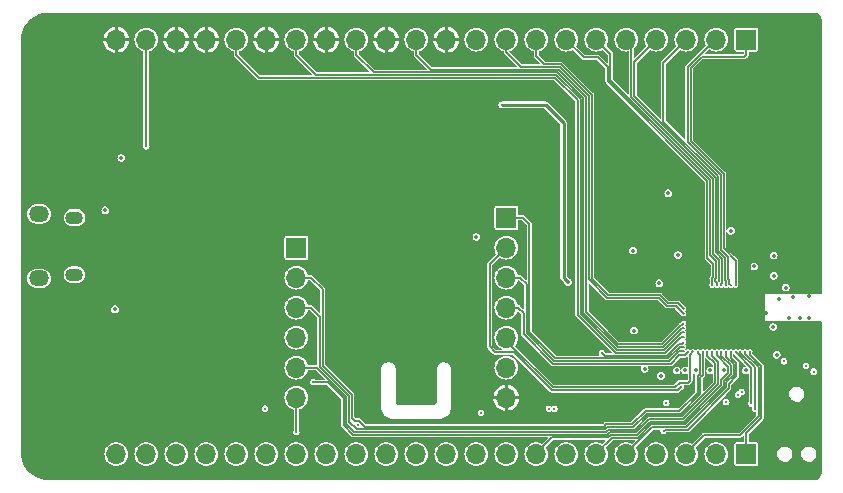
<source format=gbr>
%TF.GenerationSoftware,KiCad,Pcbnew,(6.0.0)*%
%TF.CreationDate,2022-01-25T13:51:38-08:00*%
%TF.ProjectId,nrf5340_qkaa_rev1_sensor,6e726635-3334-4305-9f71-6b61615f7265,rev?*%
%TF.SameCoordinates,Original*%
%TF.FileFunction,Copper,L2,Inr*%
%TF.FilePolarity,Positive*%
%FSLAX46Y46*%
G04 Gerber Fmt 4.6, Leading zero omitted, Abs format (unit mm)*
G04 Created by KiCad (PCBNEW (6.0.0)) date 2022-01-25 13:51:38*
%MOMM*%
%LPD*%
G01*
G04 APERTURE LIST*
%TA.AperFunction,ComponentPad*%
%ADD10C,3.500000*%
%TD*%
%TA.AperFunction,ComponentPad*%
%ADD11R,1.700000X1.700000*%
%TD*%
%TA.AperFunction,ComponentPad*%
%ADD12O,1.700000X1.700000*%
%TD*%
%TA.AperFunction,ComponentPad*%
%ADD13O,1.700000X1.350000*%
%TD*%
%TA.AperFunction,ComponentPad*%
%ADD14O,1.500000X1.100000*%
%TD*%
%TA.AperFunction,ViaPad*%
%ADD15C,0.254000*%
%TD*%
%TA.AperFunction,ViaPad*%
%ADD16C,0.152400*%
%TD*%
%TA.AperFunction,ViaPad*%
%ADD17C,0.500000*%
%TD*%
%TA.AperFunction,ViaPad*%
%ADD18C,0.355600*%
%TD*%
%TA.AperFunction,Conductor*%
%ADD19C,0.127000*%
%TD*%
%TA.AperFunction,Conductor*%
%ADD20C,0.241300*%
%TD*%
%TA.AperFunction,Conductor*%
%ADD21C,0.177800*%
%TD*%
G04 APERTURE END LIST*
D10*
%TO.N,GND*%
%TO.C,H2*%
X42400000Y-85100000D03*
%TD*%
D11*
%TO.N,/P0.27{slash}AIN6*%
%TO.C,P1*%
X101600000Y-85090000D03*
D12*
%TO.N,/P0.26{slash}AIN5*%
X99060000Y-85090000D03*
%TO.N,/P0.25{slash}AIN4*%
X96520000Y-85090000D03*
%TO.N,/P0.24*%
X93980000Y-85090000D03*
%TO.N,/P0.23*%
X91440000Y-85090000D03*
%TO.N,/P0.22*%
X88900000Y-85090000D03*
%TO.N,/P0.21*%
X86360000Y-85090000D03*
%TO.N,/P0.20*%
X83820000Y-85090000D03*
%TO.N,/P0.19*%
X81280000Y-85090000D03*
%TO.N,/P1.10*%
X78740000Y-85090000D03*
%TO.N,/P1.09*%
X76200000Y-85090000D03*
%TO.N,/P1.08*%
X73660000Y-85090000D03*
%TO.N,/P1.07*%
X71120000Y-85090000D03*
%TO.N,/P1.06*%
X68580000Y-85090000D03*
%TO.N,/P1.05*%
X66040000Y-85090000D03*
%TO.N,/P1.04*%
X63500000Y-85090000D03*
%TO.N,/P1.03{slash}I2C*%
X60960000Y-85090000D03*
%TO.N,/P1.02{slash}I2C*%
X58420000Y-85090000D03*
%TO.N,/P0.03{slash}NFC2*%
X55880000Y-85090000D03*
%TO.N,/P0.02{slash}NFC1*%
X53340000Y-85090000D03*
%TO.N,/P0.29*%
X50800000Y-85090000D03*
%TO.N,/P0.28{slash}AIN7*%
X48260000Y-85090000D03*
%TD*%
D10*
%TO.N,GND*%
%TO.C,H1*%
X42400000Y-49900000D03*
%TD*%
D11*
%TO.N,/P0.08{slash}TRACEDATA_3*%
%TO.C,P3*%
X81280000Y-65080007D03*
D12*
%TO.N,/P0.09{slash}TRACEDATA_2*%
X81280000Y-67620007D03*
%TO.N,/P0.10{slash}TRACEDATA_1*%
X81280000Y-70160007D03*
%TO.N,/P0.11{slash}TRACEDATA_0*%
X81280000Y-72700007D03*
%TO.N,/P0.12{slash}TRACECLK*%
X81280000Y-75240007D03*
%TO.N,VDD*%
X81280000Y-77780007D03*
%TO.N,GND*%
X81280000Y-80320007D03*
%TD*%
D11*
%TO.N,/P0.30*%
%TO.C,P2*%
X101600000Y-50000000D03*
D12*
%TO.N,/P0.31*%
X99060000Y-50000000D03*
%TO.N,/P1.11*%
X96520000Y-50000000D03*
%TO.N,/P1.12*%
X93980000Y-50000000D03*
%TO.N,/P1.13*%
X91440000Y-50000000D03*
%TO.N,/P1.14*%
X88900000Y-50000000D03*
%TO.N,/P1.15*%
X86360000Y-50000000D03*
%TO.N,/P1.00*%
X83820000Y-50000000D03*
%TO.N,/P1.01*%
X81280000Y-50000000D03*
%TO.N,/VDDH_EXT*%
X78740000Y-50000000D03*
%TO.N,GND*%
X76200000Y-50000000D03*
%TO.N,/P0.04{slash}AIN0*%
X73660000Y-50000000D03*
%TO.N,GND*%
X71120000Y-50000000D03*
%TO.N,/P0.05{slash}AIN1*%
X68580000Y-50000000D03*
%TO.N,GND*%
X66040000Y-50000000D03*
%TO.N,/P0.06{slash}AIN2*%
X63500000Y-50000000D03*
%TO.N,GND*%
X60960000Y-50000000D03*
%TO.N,/P0.07{slash}AIN3*%
X58420000Y-50000000D03*
%TO.N,GND*%
X55880000Y-50000000D03*
X53340000Y-50000000D03*
%TO.N,/VDD_EXT*%
X50800000Y-50000000D03*
%TO.N,GND*%
X48260000Y-50000000D03*
%TD*%
D11*
%TO.N,/P0.18{slash}QSPI_CS*%
%TO.C,P4*%
X63500000Y-67620007D03*
D12*
%TO.N,/P0.14{slash}QSPI_1*%
X63500000Y-70160007D03*
%TO.N,/P0.15{slash}QSPI_2*%
X63500000Y-72700007D03*
%TO.N,/P0.13{slash}QSPI_0*%
X63500000Y-75240007D03*
%TO.N,/P0.17{slash}QSPI_CLK*%
X63500000Y-77780007D03*
%TO.N,/P0.16{slash}QSPI_3*%
X63500000Y-80320007D03*
%TD*%
D13*
%TO.N,/SHIELD*%
%TO.C,USB1*%
X41720000Y-70210000D03*
D14*
X44720000Y-65060000D03*
X44720000Y-69900000D03*
D13*
X41720000Y-64750000D03*
%TD*%
D15*
%TO.N,/P0.03{slash}NFC2*%
X85350000Y-81250000D03*
%TO.N,/P0.29*%
X106650000Y-77600000D03*
D16*
%TO.N,/P0.12{slash}TRACECLK*%
X97100009Y-76400000D03*
%TO.N,/P0.11{slash}TRACEDATA_0*%
X96700010Y-76400000D03*
%TO.N,/P0.10{slash}TRACEDATA_1*%
X96300011Y-76400000D03*
D15*
%TO.N,/P0.09{slash}TRACEDATA_2*%
X96050000Y-79410000D03*
D16*
%TO.N,/P0.08{slash}TRACEDATA_3*%
X96300011Y-76000000D03*
D15*
%TO.N,/P0.28{slash}AIN7*%
X104780000Y-77220000D03*
D16*
%TO.N,/P0.27{slash}AIN6*%
X101899999Y-76400000D03*
%TO.N,/P0.25{slash}AIN4*%
X101500000Y-76400000D03*
%TO.N,/P0.23*%
X99900003Y-76400000D03*
%TO.N,/P0.22*%
X99500000Y-76400000D03*
D17*
%TO.N,GND*%
X97275000Y-71725000D03*
X97275000Y-74225000D03*
D18*
X53530000Y-68520000D03*
D17*
X99975000Y-75475000D03*
X101325000Y-71725000D03*
D18*
X69390000Y-60630000D03*
X106800000Y-65900000D03*
D17*
X101325000Y-74225000D03*
D18*
X106730000Y-49040000D03*
X106270000Y-75240000D03*
X73660000Y-79869995D03*
X97650000Y-68025000D03*
X95150000Y-65940000D03*
X72290000Y-75270000D03*
X67090000Y-77280000D03*
X89760000Y-62030000D03*
X104760000Y-68740000D03*
X74160000Y-78080000D03*
D17*
X101325000Y-75475000D03*
D18*
X104290000Y-56110000D03*
X76190000Y-71680000D03*
X105200000Y-73600000D03*
X103530000Y-78200000D03*
X51500000Y-71980000D03*
D17*
X99975000Y-74225000D03*
D18*
X106150000Y-73600000D03*
X106930000Y-73600000D03*
X91290000Y-68530000D03*
X91550000Y-70070000D03*
X100930000Y-63560000D03*
X104340000Y-71940000D03*
X69930000Y-81130000D03*
X60230000Y-60590000D03*
D17*
X99975000Y-72975000D03*
D18*
X95320000Y-79050000D03*
X47540000Y-73290000D03*
X64940000Y-64420000D03*
X91300000Y-67450000D03*
X96220000Y-65940000D03*
X96570000Y-64020000D03*
X85420000Y-72960000D03*
X85480000Y-78260000D03*
X68300000Y-72190000D03*
X84280000Y-67990000D03*
D17*
X101325000Y-72975000D03*
D18*
X78180000Y-76630000D03*
X106940000Y-68020000D03*
X85420000Y-60610000D03*
X106900000Y-71725000D03*
X92750000Y-64730000D03*
D17*
X98625000Y-74225000D03*
D18*
X73120000Y-60880000D03*
X105580000Y-71810000D03*
X73660000Y-78969997D03*
X89620000Y-73050000D03*
X101280000Y-68430000D03*
X104150000Y-82060000D03*
X71920000Y-77130000D03*
X90900000Y-78950000D03*
X59880000Y-64200000D03*
X91220000Y-71090000D03*
X89800000Y-65030000D03*
X98200000Y-78900000D03*
X68130000Y-74720000D03*
X104590000Y-70030000D03*
X56090000Y-60940000D03*
X77190000Y-68310000D03*
X92730000Y-78880000D03*
D17*
X97275000Y-75475000D03*
D18*
X94060000Y-63960000D03*
X77410000Y-81710000D03*
X103540000Y-84990000D03*
D17*
X97275000Y-72975000D03*
D18*
X92130000Y-71090000D03*
X75510000Y-75960000D03*
X77920000Y-74380000D03*
X93775000Y-70075000D03*
X104110000Y-83320000D03*
X84630000Y-64500000D03*
X104040000Y-63170000D03*
X76550000Y-64560000D03*
X98190000Y-69420000D03*
X102810000Y-60310000D03*
X106700000Y-58180000D03*
X105750000Y-70980000D03*
X102550000Y-65900000D03*
X55300000Y-65040000D03*
X103140000Y-82820000D03*
X90230000Y-77950000D03*
X106700000Y-62090000D03*
X87710000Y-76040000D03*
D17*
X98625000Y-71725000D03*
D18*
X103300000Y-73120000D03*
X75389994Y-77180008D03*
X101600000Y-56930000D03*
X106500000Y-53870000D03*
X69390000Y-77300000D03*
X94050000Y-80650000D03*
X71110000Y-63890000D03*
X95450009Y-71800009D03*
X104900000Y-65900000D03*
X87820000Y-81350000D03*
X66270000Y-80970000D03*
X103160000Y-52880000D03*
X106500000Y-67100000D03*
X79740000Y-60370000D03*
X75040000Y-74390000D03*
X103430000Y-71200000D03*
D17*
X98625000Y-72975000D03*
D18*
X96470000Y-78620000D03*
X101200000Y-78900000D03*
X104770000Y-80370000D03*
X97000000Y-65900000D03*
X100300000Y-66780000D03*
X64460000Y-60850000D03*
D17*
X99975000Y-71725000D03*
D18*
X94010000Y-72880000D03*
X48450000Y-71750000D03*
D17*
X98625000Y-75475000D03*
D18*
X92720008Y-68429988D03*
%TO.N,/Radio Sheet/DECR*%
X102290000Y-69190000D03*
X104940000Y-70990000D03*
%TO.N,VDD*%
X103920011Y-68280001D03*
X95000000Y-63000000D03*
X96419187Y-77999996D03*
X98550000Y-78000000D03*
X95830009Y-68229988D03*
X92990000Y-77880000D03*
X95700000Y-77999996D03*
X100289995Y-66169997D03*
X97300009Y-77999996D03*
X94239994Y-70614997D03*
X101570000Y-78000000D03*
X104170000Y-76670000D03*
X103920011Y-70000012D03*
X103880000Y-74320000D03*
X94394441Y-78454441D03*
X99680000Y-78000000D03*
X92090000Y-74630000D03*
D15*
%TO.N,/P0.02{slash}NFC1*%
X84890000Y-81240000D03*
D16*
%TO.N,/P1.00*%
X96300000Y-72800000D03*
%TO.N,/P0.20*%
X99100005Y-76400000D03*
D18*
%TO.N,VBUS*%
X92000000Y-67850000D03*
X48691500Y-60018500D03*
D16*
%TO.N,/P1.01*%
X96300000Y-73200000D03*
%TO.N,/P0.06{slash}AIN2*%
X96300000Y-74790000D03*
D15*
%TO.N,/P1.10*%
X107310000Y-78100000D03*
D16*
%TO.N,/P1.09*%
X101100001Y-76400000D03*
D15*
X102350000Y-81230000D03*
%TO.N,/P1.08*%
X101200000Y-79830000D03*
%TO.N,/P1.07*%
X102040000Y-80800000D03*
D16*
X100700002Y-76400000D03*
D15*
%TO.N,/P1.06*%
X100908400Y-80046510D03*
%TO.N,/P1.05*%
X94600000Y-83110000D03*
D16*
X100300000Y-76400000D03*
D15*
%TO.N,/P1.04*%
X99900000Y-80690000D03*
D16*
%TO.N,/P0.07{slash}AIN3*%
X96300000Y-75200000D03*
%TO.N,/P0.04{slash}AIN0*%
X96300000Y-74000000D03*
D15*
%TO.N,/P1.03{slash}I2C*%
X79140000Y-81600000D03*
X89370000Y-76520000D03*
X60860000Y-81230000D03*
D16*
X96300000Y-75610000D03*
D15*
%TO.N,/P1.02{slash}I2C*%
X94830011Y-80740000D03*
X68742498Y-82612498D03*
D16*
%TO.N,/P0.05{slash}AIN1*%
X96300011Y-74400004D03*
%TO.N,/P0.30*%
X100700002Y-70800011D03*
%TO.N,/P0.31*%
X100300003Y-70800011D03*
%TO.N,/P1.11*%
X99900003Y-70800011D03*
%TO.N,/P1.12*%
X99500004Y-70800011D03*
%TO.N,/P1.13*%
X99300005Y-70400012D03*
%TO.N,/P1.14*%
X99100000Y-70800000D03*
%TO.N,/P1.15*%
X98700006Y-70800011D03*
%TO.N,/P0.14{slash}QSPI_1*%
X97500008Y-76400000D03*
%TO.N,/P0.15{slash}QSPI_2*%
X97900007Y-76400000D03*
D15*
%TO.N,/P0.16{slash}QSPI_3*%
X63500000Y-83210000D03*
D16*
%TO.N,/P0.17{slash}QSPI_CLK*%
X98300000Y-76400000D03*
%TO.N,/P0.18{slash}QSPI_CS*%
X98700000Y-76400000D03*
D15*
X64950000Y-78990000D03*
D18*
%TO.N,/VBUS_CONN*%
X47340000Y-64450000D03*
X48139993Y-72824997D03*
D15*
%TO.N,/VDDH_EXT*%
X80900000Y-55500000D03*
D18*
X86500000Y-70520000D03*
%TO.N,/VDD_EXT*%
X78750000Y-66700000D03*
D15*
X50800000Y-59020000D03*
%TD*%
D19*
%TO.N,/P0.12{slash}TRACECLK*%
X96840000Y-78860000D02*
X96840000Y-76660000D01*
X81280000Y-75240007D02*
X81280000Y-75511741D01*
X96660000Y-79040000D02*
X96840000Y-78860000D01*
X85208259Y-79440000D02*
X95550000Y-79440000D01*
X81280000Y-75511741D02*
X85208259Y-79440000D01*
X95950000Y-79040000D02*
X96660000Y-79040000D01*
X96840000Y-76660000D02*
X97100000Y-76400000D01*
X95550000Y-79440000D02*
X95950000Y-79040000D01*
%TO.N,/P0.11{slash}TRACEDATA_0*%
X82300007Y-72700007D02*
X82763760Y-73163760D01*
X81280000Y-72700007D02*
X82300007Y-72700007D01*
X85250740Y-77445960D02*
X95189260Y-77445960D01*
X96700000Y-76420000D02*
X96700000Y-76400000D01*
X82763760Y-73163760D02*
X82763760Y-74958980D01*
X95189260Y-77445960D02*
X95905220Y-76730000D01*
X96390000Y-76730000D02*
X96700000Y-76420000D01*
X95905220Y-76730000D02*
X96390000Y-76730000D01*
X82763760Y-74958980D02*
X85250740Y-77445960D01*
%TO.N,/P0.10{slash}TRACEDATA_1*%
X81280000Y-70160007D02*
X82440007Y-70160007D01*
X85345230Y-77217840D02*
X95094770Y-77217840D01*
X95912610Y-76400000D02*
X96300011Y-76400000D01*
X95094770Y-77217840D02*
X95912610Y-76400000D01*
X82991880Y-74864490D02*
X85345230Y-77217840D01*
X82440007Y-70160007D02*
X82991880Y-70711880D01*
X82991880Y-70711880D02*
X82991880Y-74864490D01*
%TO.N,/P0.09{slash}TRACEDATA_2*%
X79870000Y-75970000D02*
X79870000Y-69030007D01*
X96050000Y-79410000D02*
X95791880Y-79668120D01*
X85113769Y-79668120D02*
X81905649Y-76460000D01*
X95791880Y-79668120D02*
X85113769Y-79668120D01*
X80360000Y-76460000D02*
X79870000Y-75970000D01*
X81905649Y-76460000D02*
X80360000Y-76460000D01*
X79870000Y-69030007D02*
X81280000Y-67620007D01*
%TO.N,/P0.08{slash}TRACEDATA_3*%
X83220000Y-74770000D02*
X85439720Y-76989720D01*
X85439720Y-76989720D02*
X95000280Y-76989720D01*
X95990000Y-76000000D02*
X96300011Y-76000000D01*
X83220000Y-65610000D02*
X83220000Y-74770000D01*
X82690007Y-65080007D02*
X83220000Y-65610000D01*
X81280000Y-65080007D02*
X82690007Y-65080007D01*
X95000280Y-76989720D02*
X95990000Y-76000000D01*
%TO.N,/P0.27{slash}AIN6*%
X102878120Y-81994490D02*
X101600000Y-83272610D01*
X101900000Y-76654780D02*
X102878120Y-77632900D01*
X101900000Y-76400000D02*
X101900000Y-76654780D01*
X101600000Y-83272610D02*
X101600000Y-85000000D01*
X102878120Y-77632900D02*
X102878120Y-81994490D01*
%TO.N,/P0.25{slash}AIN4*%
X102650000Y-81900000D02*
X102650000Y-77727390D01*
X102650000Y-77727390D02*
X101500000Y-76577390D01*
X96520000Y-85000000D02*
X98020000Y-83500000D01*
X98020000Y-83500000D02*
X101050000Y-83500000D01*
X101050000Y-83500000D02*
X102650000Y-81900000D01*
X101500000Y-76577390D02*
X101500000Y-76400000D01*
%TO.N,/P0.23*%
X99903890Y-79396550D02*
X96508560Y-82791880D01*
X99900000Y-76864780D02*
X100526240Y-77491020D01*
X100526240Y-77491020D02*
X100526240Y-78398980D01*
X99900000Y-76400000D02*
X99900000Y-76864780D01*
X100526240Y-78398980D02*
X99903880Y-79021340D01*
X96508560Y-82791880D02*
X93648128Y-82791880D01*
X99903890Y-79021330D02*
X99903890Y-79396550D01*
X93648128Y-82791880D02*
X91440000Y-85000008D01*
%TO.N,/P0.22*%
X88900000Y-85000000D02*
X90210000Y-83690000D01*
X93553638Y-82563760D02*
X96414070Y-82563760D01*
X100298120Y-78304490D02*
X100298120Y-77585510D01*
X90210000Y-83690000D02*
X92427398Y-83690000D01*
X99500000Y-76787390D02*
X99500000Y-76400000D01*
X99675760Y-78926850D02*
X100298120Y-78304490D01*
X96414070Y-82563760D02*
X99675760Y-79302070D01*
X92427398Y-83690000D02*
X93553638Y-82563760D01*
X100298120Y-77585510D02*
X99500000Y-76787390D01*
X99675760Y-79302070D02*
X99675760Y-78926850D01*
%TO.N,/P1.00*%
X94300000Y-71620000D02*
X94990000Y-72310000D01*
X95810000Y-72310000D02*
X96300000Y-72800000D01*
X89920000Y-71620000D02*
X94300000Y-71620000D01*
X88530000Y-54710002D02*
X88530000Y-70230000D01*
X88530000Y-70230000D02*
X89920000Y-71620000D01*
X83820000Y-51380000D02*
X84511880Y-52071880D01*
X85891878Y-52071880D02*
X88530000Y-54710002D01*
X94990000Y-72310000D02*
X95810000Y-72310000D01*
X84511880Y-52071880D02*
X85891878Y-52071880D01*
X83820000Y-50000002D02*
X83820000Y-51380000D01*
%TO.N,/P0.20*%
X100070000Y-78210000D02*
X100070000Y-77680000D01*
X89897390Y-83680000D02*
X90115510Y-83461880D01*
X83820000Y-85000000D02*
X85140000Y-83680000D01*
X96319580Y-82335640D02*
X99447640Y-79207580D01*
X100070000Y-77680000D02*
X99100000Y-76710000D01*
X90115510Y-83461880D02*
X92332908Y-83461880D01*
X85140000Y-83680000D02*
X89897390Y-83680000D01*
X93459148Y-82335640D02*
X96319580Y-82335640D01*
X99100000Y-76710000D02*
X99100000Y-76400000D01*
X92332908Y-83461880D02*
X93459148Y-82335640D01*
X99447640Y-78832360D02*
X100070000Y-78210000D01*
X99447640Y-79207580D02*
X99447640Y-78832360D01*
%TO.N,/P1.01*%
X88262480Y-54765092D02*
X88262480Y-70285090D01*
X81280000Y-50000002D02*
X81280000Y-51060000D01*
X95638120Y-72538120D02*
X96300000Y-73200000D01*
X94205510Y-71848120D02*
X94895510Y-72538120D01*
X85797388Y-52300000D02*
X88262480Y-54765092D01*
X82520000Y-52300000D02*
X85797388Y-52300000D01*
X81280000Y-51060000D02*
X82520000Y-52300000D01*
X88262480Y-70285090D02*
X89825510Y-71848120D01*
X89825510Y-71848120D02*
X94205510Y-71848120D01*
X94895510Y-72538120D02*
X95638120Y-72538120D01*
%TO.N,/P0.06{slash}AIN2*%
X63500000Y-51300000D02*
X65184360Y-52984360D01*
X85513918Y-52984360D02*
X87578120Y-55048562D01*
X87578120Y-73237270D02*
X90627810Y-76286960D01*
X96154104Y-74790000D02*
X96300000Y-74790000D01*
X87578120Y-55048562D02*
X87578120Y-73237270D01*
X63500000Y-50000000D02*
X63500000Y-51300000D01*
X65184360Y-52984360D02*
X85513918Y-52984360D01*
X90627810Y-76286960D02*
X94657144Y-76286960D01*
X94657144Y-76286960D02*
X96154104Y-74790000D01*
%TO.N,/P1.09*%
X101100000Y-76500000D02*
X102350000Y-77750000D01*
X101100000Y-76400000D02*
X101100000Y-76500000D01*
X102350000Y-77750000D02*
X102350000Y-81230000D01*
%TO.N,/P1.07*%
X100700000Y-76422610D02*
X102040000Y-77762610D01*
X100700000Y-76400000D02*
X100700000Y-76422610D01*
X102040000Y-77762610D02*
X102040000Y-80800000D01*
%TO.N,/P1.05*%
X100132010Y-79517990D02*
X100132010Y-79115820D01*
X96630000Y-83020000D02*
X100132010Y-79517990D01*
X100754360Y-78493470D02*
X100754360Y-77396530D01*
X100300000Y-76942170D02*
X100300000Y-76400000D01*
X100132010Y-79115820D02*
X100754360Y-78493470D01*
X100754360Y-77396530D02*
X100300000Y-76942170D01*
X94600000Y-83110000D02*
X94690000Y-83020000D01*
X94690000Y-83020000D02*
X96630000Y-83020000D01*
%TO.N,/P0.07{slash}AIN3*%
X87350000Y-73331760D02*
X87350000Y-55143052D01*
X94759256Y-76533480D02*
X90551720Y-76533480D01*
X85419428Y-53212480D02*
X60312480Y-53212480D01*
X96300000Y-75200000D02*
X96092736Y-75200000D01*
X60312480Y-53212480D02*
X58420000Y-51320000D01*
X58420000Y-51320000D02*
X58420000Y-50000000D01*
X90551720Y-76533480D02*
X87350000Y-73331760D01*
X96092736Y-75200000D02*
X94759256Y-76533480D01*
X87350000Y-55143052D02*
X85419428Y-53212480D01*
%TO.N,/P0.04{slash}AIN0*%
X73660000Y-51260000D02*
X74928120Y-52528120D01*
X85702898Y-52528120D02*
X88034360Y-54859582D01*
X96300000Y-74000000D02*
X96146516Y-74153484D01*
X88034360Y-54859582D02*
X88034360Y-73048290D01*
X73660000Y-50000000D02*
X73660000Y-51260000D01*
X74928120Y-52528120D02*
X85702898Y-52528120D01*
X90780000Y-75793930D02*
X94452923Y-75793930D01*
X96093358Y-74153484D02*
X94452922Y-75793920D01*
X88034360Y-73048290D02*
X90780000Y-75793930D01*
X96146516Y-74153484D02*
X96093358Y-74153484D01*
%TO.N,/P1.03{slash}I2C*%
X95743480Y-75897889D02*
X94879769Y-76761600D01*
X96156520Y-75753480D02*
X95887887Y-75753481D01*
X96300000Y-75610000D02*
X96156520Y-75753480D01*
X89998400Y-76761600D02*
X89611600Y-76761600D01*
X89611600Y-76761600D02*
X89370000Y-76520000D01*
X94879769Y-76761600D02*
X89998400Y-76761600D01*
X95887887Y-75753481D02*
X95743480Y-75897889D01*
%TO.N,/P0.05{slash}AIN1*%
X87806240Y-73142780D02*
X87806240Y-54954072D01*
X87806240Y-54954072D02*
X85608408Y-52756240D01*
X68580000Y-51280000D02*
X68580000Y-50000000D01*
X96300011Y-74400004D02*
X96195470Y-74400004D01*
X70056240Y-52756240D02*
X68580000Y-51280000D01*
X90703897Y-76040437D02*
X87806240Y-73142780D01*
X96195470Y-74400004D02*
X94555032Y-76040440D01*
X85608408Y-52756240D02*
X70056240Y-52756240D01*
X94555031Y-76040437D02*
X90703897Y-76040437D01*
X96300000Y-74400000D02*
X96270000Y-74400000D01*
%TO.N,/P0.30*%
X100700002Y-68696020D02*
X100700002Y-70800011D01*
X97812610Y-51450000D02*
X96888120Y-52374490D01*
X99681600Y-61385942D02*
X99681600Y-67677618D01*
X96888120Y-52374490D02*
X96888120Y-58592462D01*
X101600000Y-50000002D02*
X101600000Y-51290000D01*
X101440000Y-51450000D02*
X97812610Y-51450000D01*
X99681600Y-67677618D02*
X100700002Y-68696020D01*
X96888120Y-58592462D02*
X99681600Y-61385942D01*
X101600000Y-51290000D02*
X101440000Y-51450000D01*
%TO.N,/P0.31*%
X99453480Y-67772111D02*
X100052249Y-68370877D01*
X100052251Y-70264982D02*
X100146522Y-70359253D01*
X100146523Y-70646531D02*
X100300003Y-70800011D01*
X100052249Y-68370877D02*
X100052251Y-70264982D01*
X99453480Y-61480432D02*
X99453480Y-67772111D01*
X100146522Y-70359253D02*
X100146523Y-70646531D01*
X96660000Y-52280000D02*
X96660000Y-58686952D01*
X99060000Y-50000002D02*
X98939998Y-50000002D01*
X98939998Y-50000002D02*
X96660000Y-52280000D01*
X96660000Y-58686952D02*
X99453480Y-61480432D01*
%TO.N,/P1.11*%
X99805731Y-70367094D02*
X99900003Y-70461366D01*
X96520000Y-50000002D02*
X94580000Y-51940002D01*
X94580000Y-56929562D02*
X99225360Y-61574922D01*
X99225360Y-61574922D02*
X99225360Y-67892620D01*
X94580000Y-51940002D02*
X94580000Y-56929562D01*
X99900003Y-70461366D02*
X99900003Y-70800011D01*
X99225360Y-67892620D02*
X99805730Y-68472990D01*
X99805730Y-68472990D02*
X99805731Y-70367094D01*
%TO.N,/P1.12*%
X99559211Y-70560789D02*
X99500004Y-70619996D01*
X98997240Y-61669412D02*
X98997240Y-68013132D01*
X99500004Y-70619996D02*
X99500004Y-70800011D01*
X98997240Y-68013132D02*
X99559211Y-68575103D01*
X92108120Y-54780292D02*
X98997240Y-61669412D01*
X92108120Y-51871882D02*
X92108120Y-54780292D01*
X99559211Y-68575103D02*
X99559211Y-70560789D01*
X93980000Y-50000002D02*
X92108120Y-51871882D01*
%TO.N,/P1.13*%
X91880000Y-54874782D02*
X98769120Y-61763902D01*
X98769120Y-68159669D02*
X99300005Y-68690554D01*
X91440000Y-50000002D02*
X91880000Y-50440002D01*
X91880000Y-50440002D02*
X91880000Y-54874782D01*
X98769120Y-61763902D02*
X98769120Y-68159669D01*
X99300005Y-68690554D02*
X99300005Y-70400012D01*
%TO.N,/P1.14*%
X99036520Y-68749679D02*
X98541000Y-68254159D01*
X99100000Y-70580000D02*
X98960000Y-70440000D01*
X98541000Y-68254159D02*
X98541000Y-61858392D01*
X99036520Y-70203479D02*
X99036520Y-68749679D01*
X90078120Y-53395512D02*
X90078120Y-51178122D01*
X90078120Y-51178122D02*
X88900000Y-50000002D01*
X98541000Y-61858392D02*
X90078120Y-53395512D01*
X98960000Y-70440000D02*
X98960000Y-70280000D01*
X98960000Y-70280000D02*
X99036520Y-70203479D01*
X99100000Y-70800000D02*
X99100000Y-70580000D01*
%TO.N,/P1.15*%
X89010000Y-51490000D02*
X87849998Y-51490000D01*
X98700006Y-70800011D02*
X98700006Y-70191362D01*
X98700006Y-70191362D02*
X98790000Y-70101368D01*
X89850000Y-53490002D02*
X89850000Y-52330000D01*
X98790000Y-68950000D02*
X98312880Y-68472880D01*
X87849998Y-51490000D02*
X86360000Y-50000002D01*
X98790000Y-70101368D02*
X98790000Y-68950000D01*
X98312880Y-61952882D02*
X89850000Y-53490002D01*
X89850000Y-52330000D02*
X89010000Y-51490000D01*
X98312880Y-68472880D02*
X98312880Y-61952882D01*
%TO.N,/P0.14{slash}QSPI_1*%
X65736240Y-77603760D02*
X68184360Y-80051880D01*
X97500000Y-76540000D02*
X97500000Y-76400000D01*
X93081188Y-81423160D02*
X95941620Y-81423160D01*
X97670000Y-76710000D02*
X97500000Y-76540000D01*
X63500000Y-70160007D02*
X64760007Y-70160007D01*
X68184360Y-80051880D02*
X68184360Y-82004360D01*
X91954948Y-82549400D02*
X93081188Y-81423160D01*
X95941620Y-81423160D02*
X97490000Y-79874780D01*
X64760007Y-70160007D02*
X65736240Y-71136240D01*
X97490000Y-78460000D02*
X97670000Y-78280000D01*
X68802401Y-82260000D02*
X69308041Y-82765640D01*
X68440000Y-82260000D02*
X68802401Y-82260000D01*
X69308041Y-82765640D02*
X89521310Y-82765640D01*
X89737550Y-82549400D02*
X91954948Y-82549400D01*
X89521310Y-82765640D02*
X89737550Y-82549400D01*
X65736240Y-71136240D02*
X65736240Y-77603760D01*
X97490000Y-79874780D02*
X97490000Y-78460000D01*
X97670000Y-78280000D02*
X97670000Y-76710000D01*
X68184360Y-82004360D02*
X68440000Y-82260000D01*
%TO.N,/P0.15{slash}QSPI_2*%
X64750007Y-72700007D02*
X65508120Y-73458120D01*
X65508120Y-73458120D02*
X65508120Y-77698250D01*
X96036110Y-81651280D02*
X97718120Y-79969270D01*
X93175678Y-81651280D02*
X96036110Y-81651280D01*
X97718120Y-79969270D02*
X97718120Y-78554490D01*
X63500000Y-72700007D02*
X64750007Y-72700007D01*
X92049438Y-82777520D02*
X93175678Y-81651280D01*
X89832040Y-82777520D02*
X92049438Y-82777520D01*
X65508120Y-77698250D02*
X67956240Y-80146370D01*
X97916519Y-78356091D02*
X97916519Y-76416519D01*
X97718120Y-78554490D02*
X97916519Y-78356091D01*
X68603760Y-82993760D02*
X89615800Y-82993760D01*
X89615800Y-82993760D02*
X89832040Y-82777520D01*
X67956240Y-80146370D02*
X67956240Y-82346240D01*
X67956240Y-82346240D02*
X68603760Y-82993760D01*
X97916519Y-76416519D02*
X97900000Y-76400000D01*
%TO.N,/P0.16{slash}QSPI_3*%
X63500000Y-83210000D02*
X63500000Y-80320007D01*
%TO.N,/P0.17{slash}QSPI_CLK*%
X98300007Y-76758724D02*
X98909988Y-77368730D01*
X65280000Y-77780007D02*
X65280000Y-77792740D01*
X65280000Y-77792740D02*
X67728120Y-80240860D01*
X96130600Y-81879400D02*
X98973000Y-79037000D01*
X98973000Y-77431732D02*
X98910000Y-77368732D01*
X63500000Y-77780007D02*
X65280000Y-77780007D01*
X98300007Y-76400000D02*
X98300007Y-76758724D01*
X67728120Y-82525510D02*
X68424490Y-83221880D01*
X68424490Y-83221880D02*
X89710290Y-83221880D01*
X67728120Y-80240860D02*
X67728120Y-82525510D01*
X89710290Y-83221880D02*
X89926530Y-83005640D01*
X92143928Y-83005640D02*
X93270168Y-81879400D01*
X89926530Y-83005640D02*
X92143928Y-83005640D01*
X93270168Y-81879400D02*
X96130600Y-81879400D01*
X98973000Y-79037000D02*
X98973000Y-77431732D01*
%TO.N,/P0.18{slash}QSPI_CS*%
X89804780Y-83450000D02*
X68330000Y-83450000D01*
X66154650Y-78990000D02*
X64950000Y-78990000D01*
X92238418Y-83233760D02*
X90021020Y-83233760D01*
X99219520Y-77299520D02*
X99219520Y-79113090D01*
X99219520Y-79113090D02*
X96225090Y-82107520D01*
X90021020Y-83233760D02*
X89804780Y-83450000D01*
X98700006Y-76780009D02*
X99219512Y-77299515D01*
X96225090Y-82107520D02*
X93364658Y-82107520D01*
X67500000Y-82620000D02*
X67500000Y-80335350D01*
X68330000Y-83450000D02*
X67500000Y-82620000D01*
X93364658Y-82107520D02*
X92238418Y-83233760D01*
X67500000Y-80335350D02*
X66154650Y-78990000D01*
X98700006Y-76400000D02*
X98700006Y-76780009D01*
D20*
%TO.N,/VDDH_EXT*%
X86140000Y-57040000D02*
X86140000Y-70160000D01*
X84600000Y-55500000D02*
X86140000Y-57040000D01*
X86140000Y-70160000D02*
X86500000Y-70520000D01*
X80900000Y-55500000D02*
X84600000Y-55500000D01*
D21*
%TO.N,/VDD_EXT*%
X50800000Y-59020000D02*
X50800000Y-50000000D01*
%TD*%
%TA.AperFunction,Conductor*%
%TO.N,GND*%
G36*
X107608603Y-47712053D02*
G01*
X107679996Y-47770643D01*
X107704138Y-47790456D01*
X107709542Y-47795860D01*
X107829032Y-47941459D01*
X107833280Y-47947816D01*
X107922068Y-48113928D01*
X107924994Y-48120991D01*
X107979671Y-48301237D01*
X107981162Y-48308735D01*
X107999812Y-48498091D01*
X108000000Y-48501914D01*
X108000000Y-71461000D01*
X107988577Y-71488577D01*
X107961000Y-71500000D01*
X103150000Y-71500000D01*
X103150000Y-73850000D01*
X107961000Y-73850000D01*
X107988577Y-73861423D01*
X108000000Y-73889000D01*
X108000000Y-86498086D01*
X107999812Y-86501909D01*
X107981162Y-86691265D01*
X107979671Y-86698763D01*
X107924994Y-86879009D01*
X107922068Y-86886072D01*
X107833280Y-87052184D01*
X107829033Y-87058539D01*
X107756784Y-87146576D01*
X107709544Y-87204138D01*
X107704140Y-87209542D01*
X107678622Y-87230484D01*
X107608603Y-87287947D01*
X107583862Y-87296800D01*
X42527516Y-87296800D01*
X42518776Y-87295808D01*
X42504645Y-87292558D01*
X42504643Y-87292558D01*
X42500364Y-87291574D01*
X42487481Y-87294489D01*
X42476523Y-87295380D01*
X42347442Y-87287572D01*
X42225503Y-87280196D01*
X42220828Y-87279628D01*
X41952662Y-87230484D01*
X41948089Y-87229357D01*
X41687794Y-87148246D01*
X41683391Y-87146576D01*
X41434773Y-87034682D01*
X41430612Y-87032499D01*
X41197275Y-86891442D01*
X41193414Y-86888776D01*
X41180948Y-86879009D01*
X40978796Y-86720633D01*
X40975271Y-86717510D01*
X40782490Y-86524729D01*
X40779367Y-86521204D01*
X40611224Y-86306586D01*
X40608558Y-86302725D01*
X40467501Y-86069388D01*
X40465318Y-86065227D01*
X40353424Y-85816609D01*
X40351754Y-85812206D01*
X40270643Y-85551911D01*
X40269516Y-85547338D01*
X40220372Y-85279172D01*
X40219804Y-85274497D01*
X40207795Y-85075963D01*
X47254757Y-85075963D01*
X47271175Y-85271483D01*
X47271699Y-85273312D01*
X47271700Y-85273315D01*
X47319722Y-85440784D01*
X47325258Y-85460091D01*
X47414944Y-85634601D01*
X47416130Y-85636097D01*
X47416131Y-85636099D01*
X47494827Y-85735389D01*
X47536818Y-85788369D01*
X47686238Y-85915535D01*
X47687905Y-85916466D01*
X47687904Y-85916466D01*
X47855846Y-86010326D01*
X47855851Y-86010328D01*
X47857513Y-86011257D01*
X47859326Y-86011846D01*
X47859328Y-86011847D01*
X48042301Y-86071299D01*
X48042305Y-86071300D01*
X48044118Y-86071889D01*
X48046010Y-86072115D01*
X48046012Y-86072115D01*
X48200193Y-86090500D01*
X48238946Y-86095121D01*
X48434576Y-86080068D01*
X48436412Y-86079555D01*
X48436414Y-86079555D01*
X48559063Y-86045310D01*
X48623556Y-86027303D01*
X48798689Y-85938837D01*
X48953303Y-85818040D01*
X49081509Y-85669511D01*
X49178425Y-85498909D01*
X49240358Y-85312732D01*
X49264949Y-85118071D01*
X49265341Y-85090000D01*
X49263965Y-85075963D01*
X49794757Y-85075963D01*
X49811175Y-85271483D01*
X49811699Y-85273312D01*
X49811700Y-85273315D01*
X49859722Y-85440784D01*
X49865258Y-85460091D01*
X49954944Y-85634601D01*
X49956130Y-85636097D01*
X49956131Y-85636099D01*
X50034827Y-85735389D01*
X50076818Y-85788369D01*
X50226238Y-85915535D01*
X50227905Y-85916466D01*
X50227904Y-85916466D01*
X50395846Y-86010326D01*
X50395851Y-86010328D01*
X50397513Y-86011257D01*
X50399326Y-86011846D01*
X50399328Y-86011847D01*
X50582301Y-86071299D01*
X50582305Y-86071300D01*
X50584118Y-86071889D01*
X50586010Y-86072115D01*
X50586012Y-86072115D01*
X50740193Y-86090500D01*
X50778946Y-86095121D01*
X50974576Y-86080068D01*
X50976412Y-86079555D01*
X50976414Y-86079555D01*
X51099063Y-86045310D01*
X51163556Y-86027303D01*
X51338689Y-85938837D01*
X51493303Y-85818040D01*
X51621509Y-85669511D01*
X51718425Y-85498909D01*
X51780358Y-85312732D01*
X51804949Y-85118071D01*
X51805341Y-85090000D01*
X51803965Y-85075963D01*
X52334757Y-85075963D01*
X52351175Y-85271483D01*
X52351699Y-85273312D01*
X52351700Y-85273315D01*
X52399722Y-85440784D01*
X52405258Y-85460091D01*
X52494944Y-85634601D01*
X52496130Y-85636097D01*
X52496131Y-85636099D01*
X52574827Y-85735389D01*
X52616818Y-85788369D01*
X52766238Y-85915535D01*
X52767905Y-85916466D01*
X52767904Y-85916466D01*
X52935846Y-86010326D01*
X52935851Y-86010328D01*
X52937513Y-86011257D01*
X52939326Y-86011846D01*
X52939328Y-86011847D01*
X53122301Y-86071299D01*
X53122305Y-86071300D01*
X53124118Y-86071889D01*
X53126010Y-86072115D01*
X53126012Y-86072115D01*
X53280193Y-86090500D01*
X53318946Y-86095121D01*
X53514576Y-86080068D01*
X53516412Y-86079555D01*
X53516414Y-86079555D01*
X53639063Y-86045310D01*
X53703556Y-86027303D01*
X53878689Y-85938837D01*
X54033303Y-85818040D01*
X54161509Y-85669511D01*
X54258425Y-85498909D01*
X54320358Y-85312732D01*
X54344949Y-85118071D01*
X54345341Y-85090000D01*
X54343965Y-85075963D01*
X54874757Y-85075963D01*
X54891175Y-85271483D01*
X54891699Y-85273312D01*
X54891700Y-85273315D01*
X54939722Y-85440784D01*
X54945258Y-85460091D01*
X55034944Y-85634601D01*
X55036130Y-85636097D01*
X55036131Y-85636099D01*
X55114827Y-85735389D01*
X55156818Y-85788369D01*
X55306238Y-85915535D01*
X55307905Y-85916466D01*
X55307904Y-85916466D01*
X55475846Y-86010326D01*
X55475851Y-86010328D01*
X55477513Y-86011257D01*
X55479326Y-86011846D01*
X55479328Y-86011847D01*
X55662301Y-86071299D01*
X55662305Y-86071300D01*
X55664118Y-86071889D01*
X55666010Y-86072115D01*
X55666012Y-86072115D01*
X55820193Y-86090500D01*
X55858946Y-86095121D01*
X56054576Y-86080068D01*
X56056412Y-86079555D01*
X56056414Y-86079555D01*
X56179063Y-86045310D01*
X56243556Y-86027303D01*
X56418689Y-85938837D01*
X56573303Y-85818040D01*
X56701509Y-85669511D01*
X56798425Y-85498909D01*
X56860358Y-85312732D01*
X56884949Y-85118071D01*
X56885341Y-85090000D01*
X56883965Y-85075963D01*
X57414757Y-85075963D01*
X57431175Y-85271483D01*
X57431699Y-85273312D01*
X57431700Y-85273315D01*
X57479722Y-85440784D01*
X57485258Y-85460091D01*
X57574944Y-85634601D01*
X57576130Y-85636097D01*
X57576131Y-85636099D01*
X57654827Y-85735389D01*
X57696818Y-85788369D01*
X57846238Y-85915535D01*
X57847905Y-85916466D01*
X57847904Y-85916466D01*
X58015846Y-86010326D01*
X58015851Y-86010328D01*
X58017513Y-86011257D01*
X58019326Y-86011846D01*
X58019328Y-86011847D01*
X58202301Y-86071299D01*
X58202305Y-86071300D01*
X58204118Y-86071889D01*
X58206010Y-86072115D01*
X58206012Y-86072115D01*
X58360193Y-86090500D01*
X58398946Y-86095121D01*
X58594576Y-86080068D01*
X58596412Y-86079555D01*
X58596414Y-86079555D01*
X58719063Y-86045310D01*
X58783556Y-86027303D01*
X58958689Y-85938837D01*
X59113303Y-85818040D01*
X59241509Y-85669511D01*
X59338425Y-85498909D01*
X59400358Y-85312732D01*
X59424949Y-85118071D01*
X59425341Y-85090000D01*
X59423965Y-85075963D01*
X59954757Y-85075963D01*
X59971175Y-85271483D01*
X59971699Y-85273312D01*
X59971700Y-85273315D01*
X60019722Y-85440784D01*
X60025258Y-85460091D01*
X60114944Y-85634601D01*
X60116130Y-85636097D01*
X60116131Y-85636099D01*
X60194827Y-85735389D01*
X60236818Y-85788369D01*
X60386238Y-85915535D01*
X60387905Y-85916466D01*
X60387904Y-85916466D01*
X60555846Y-86010326D01*
X60555851Y-86010328D01*
X60557513Y-86011257D01*
X60559326Y-86011846D01*
X60559328Y-86011847D01*
X60742301Y-86071299D01*
X60742305Y-86071300D01*
X60744118Y-86071889D01*
X60746010Y-86072115D01*
X60746012Y-86072115D01*
X60900193Y-86090500D01*
X60938946Y-86095121D01*
X61134576Y-86080068D01*
X61136412Y-86079555D01*
X61136414Y-86079555D01*
X61259063Y-86045310D01*
X61323556Y-86027303D01*
X61498689Y-85938837D01*
X61653303Y-85818040D01*
X61781509Y-85669511D01*
X61878425Y-85498909D01*
X61940358Y-85312732D01*
X61964949Y-85118071D01*
X61965341Y-85090000D01*
X61963965Y-85075963D01*
X62494757Y-85075963D01*
X62511175Y-85271483D01*
X62511699Y-85273312D01*
X62511700Y-85273315D01*
X62559722Y-85440784D01*
X62565258Y-85460091D01*
X62654944Y-85634601D01*
X62656130Y-85636097D01*
X62656131Y-85636099D01*
X62734827Y-85735389D01*
X62776818Y-85788369D01*
X62926238Y-85915535D01*
X62927905Y-85916466D01*
X62927904Y-85916466D01*
X63095846Y-86010326D01*
X63095851Y-86010328D01*
X63097513Y-86011257D01*
X63099326Y-86011846D01*
X63099328Y-86011847D01*
X63282301Y-86071299D01*
X63282305Y-86071300D01*
X63284118Y-86071889D01*
X63286010Y-86072115D01*
X63286012Y-86072115D01*
X63440193Y-86090500D01*
X63478946Y-86095121D01*
X63674576Y-86080068D01*
X63676412Y-86079555D01*
X63676414Y-86079555D01*
X63799063Y-86045310D01*
X63863556Y-86027303D01*
X64038689Y-85938837D01*
X64193303Y-85818040D01*
X64321509Y-85669511D01*
X64418425Y-85498909D01*
X64480358Y-85312732D01*
X64504949Y-85118071D01*
X64505341Y-85090000D01*
X64503965Y-85075963D01*
X65034757Y-85075963D01*
X65051175Y-85271483D01*
X65051699Y-85273312D01*
X65051700Y-85273315D01*
X65099722Y-85440784D01*
X65105258Y-85460091D01*
X65194944Y-85634601D01*
X65196130Y-85636097D01*
X65196131Y-85636099D01*
X65274827Y-85735389D01*
X65316818Y-85788369D01*
X65466238Y-85915535D01*
X65467905Y-85916466D01*
X65467904Y-85916466D01*
X65635846Y-86010326D01*
X65635851Y-86010328D01*
X65637513Y-86011257D01*
X65639326Y-86011846D01*
X65639328Y-86011847D01*
X65822301Y-86071299D01*
X65822305Y-86071300D01*
X65824118Y-86071889D01*
X65826010Y-86072115D01*
X65826012Y-86072115D01*
X65980193Y-86090500D01*
X66018946Y-86095121D01*
X66214576Y-86080068D01*
X66216412Y-86079555D01*
X66216414Y-86079555D01*
X66339063Y-86045310D01*
X66403556Y-86027303D01*
X66578689Y-85938837D01*
X66733303Y-85818040D01*
X66861509Y-85669511D01*
X66958425Y-85498909D01*
X67020358Y-85312732D01*
X67044949Y-85118071D01*
X67045341Y-85090000D01*
X67043965Y-85075963D01*
X67574757Y-85075963D01*
X67591175Y-85271483D01*
X67591699Y-85273312D01*
X67591700Y-85273315D01*
X67639722Y-85440784D01*
X67645258Y-85460091D01*
X67734944Y-85634601D01*
X67736130Y-85636097D01*
X67736131Y-85636099D01*
X67814827Y-85735389D01*
X67856818Y-85788369D01*
X68006238Y-85915535D01*
X68007905Y-85916466D01*
X68007904Y-85916466D01*
X68175846Y-86010326D01*
X68175851Y-86010328D01*
X68177513Y-86011257D01*
X68179326Y-86011846D01*
X68179328Y-86011847D01*
X68362301Y-86071299D01*
X68362305Y-86071300D01*
X68364118Y-86071889D01*
X68366010Y-86072115D01*
X68366012Y-86072115D01*
X68520193Y-86090500D01*
X68558946Y-86095121D01*
X68754576Y-86080068D01*
X68756412Y-86079555D01*
X68756414Y-86079555D01*
X68879063Y-86045310D01*
X68943556Y-86027303D01*
X69118689Y-85938837D01*
X69273303Y-85818040D01*
X69401509Y-85669511D01*
X69498425Y-85498909D01*
X69560358Y-85312732D01*
X69584949Y-85118071D01*
X69585341Y-85090000D01*
X69583965Y-85075963D01*
X70114757Y-85075963D01*
X70131175Y-85271483D01*
X70131699Y-85273312D01*
X70131700Y-85273315D01*
X70179722Y-85440784D01*
X70185258Y-85460091D01*
X70274944Y-85634601D01*
X70276130Y-85636097D01*
X70276131Y-85636099D01*
X70354827Y-85735389D01*
X70396818Y-85788369D01*
X70546238Y-85915535D01*
X70547905Y-85916466D01*
X70547904Y-85916466D01*
X70715846Y-86010326D01*
X70715851Y-86010328D01*
X70717513Y-86011257D01*
X70719326Y-86011846D01*
X70719328Y-86011847D01*
X70902301Y-86071299D01*
X70902305Y-86071300D01*
X70904118Y-86071889D01*
X70906010Y-86072115D01*
X70906012Y-86072115D01*
X71060193Y-86090500D01*
X71098946Y-86095121D01*
X71294576Y-86080068D01*
X71296412Y-86079555D01*
X71296414Y-86079555D01*
X71419063Y-86045310D01*
X71483556Y-86027303D01*
X71658689Y-85938837D01*
X71813303Y-85818040D01*
X71941509Y-85669511D01*
X72038425Y-85498909D01*
X72100358Y-85312732D01*
X72124949Y-85118071D01*
X72125341Y-85090000D01*
X72123965Y-85075963D01*
X72654757Y-85075963D01*
X72671175Y-85271483D01*
X72671699Y-85273312D01*
X72671700Y-85273315D01*
X72719722Y-85440784D01*
X72725258Y-85460091D01*
X72814944Y-85634601D01*
X72816130Y-85636097D01*
X72816131Y-85636099D01*
X72894827Y-85735389D01*
X72936818Y-85788369D01*
X73086238Y-85915535D01*
X73087905Y-85916466D01*
X73087904Y-85916466D01*
X73255846Y-86010326D01*
X73255851Y-86010328D01*
X73257513Y-86011257D01*
X73259326Y-86011846D01*
X73259328Y-86011847D01*
X73442301Y-86071299D01*
X73442305Y-86071300D01*
X73444118Y-86071889D01*
X73446010Y-86072115D01*
X73446012Y-86072115D01*
X73600193Y-86090500D01*
X73638946Y-86095121D01*
X73834576Y-86080068D01*
X73836412Y-86079555D01*
X73836414Y-86079555D01*
X73959063Y-86045310D01*
X74023556Y-86027303D01*
X74198689Y-85938837D01*
X74353303Y-85818040D01*
X74481509Y-85669511D01*
X74578425Y-85498909D01*
X74640358Y-85312732D01*
X74664949Y-85118071D01*
X74665341Y-85090000D01*
X74663965Y-85075963D01*
X75194757Y-85075963D01*
X75211175Y-85271483D01*
X75211699Y-85273312D01*
X75211700Y-85273315D01*
X75259722Y-85440784D01*
X75265258Y-85460091D01*
X75354944Y-85634601D01*
X75356130Y-85636097D01*
X75356131Y-85636099D01*
X75434827Y-85735389D01*
X75476818Y-85788369D01*
X75626238Y-85915535D01*
X75627905Y-85916466D01*
X75627904Y-85916466D01*
X75795846Y-86010326D01*
X75795851Y-86010328D01*
X75797513Y-86011257D01*
X75799326Y-86011846D01*
X75799328Y-86011847D01*
X75982301Y-86071299D01*
X75982305Y-86071300D01*
X75984118Y-86071889D01*
X75986010Y-86072115D01*
X75986012Y-86072115D01*
X76140193Y-86090500D01*
X76178946Y-86095121D01*
X76374576Y-86080068D01*
X76376412Y-86079555D01*
X76376414Y-86079555D01*
X76499063Y-86045310D01*
X76563556Y-86027303D01*
X76738689Y-85938837D01*
X76893303Y-85818040D01*
X77021509Y-85669511D01*
X77118425Y-85498909D01*
X77180358Y-85312732D01*
X77204949Y-85118071D01*
X77205341Y-85090000D01*
X77203965Y-85075963D01*
X77734757Y-85075963D01*
X77751175Y-85271483D01*
X77751699Y-85273312D01*
X77751700Y-85273315D01*
X77799722Y-85440784D01*
X77805258Y-85460091D01*
X77894944Y-85634601D01*
X77896130Y-85636097D01*
X77896131Y-85636099D01*
X77974827Y-85735389D01*
X78016818Y-85788369D01*
X78166238Y-85915535D01*
X78167905Y-85916466D01*
X78167904Y-85916466D01*
X78335846Y-86010326D01*
X78335851Y-86010328D01*
X78337513Y-86011257D01*
X78339326Y-86011846D01*
X78339328Y-86011847D01*
X78522301Y-86071299D01*
X78522305Y-86071300D01*
X78524118Y-86071889D01*
X78526010Y-86072115D01*
X78526012Y-86072115D01*
X78680193Y-86090500D01*
X78718946Y-86095121D01*
X78914576Y-86080068D01*
X78916412Y-86079555D01*
X78916414Y-86079555D01*
X79039063Y-86045310D01*
X79103556Y-86027303D01*
X79278689Y-85938837D01*
X79433303Y-85818040D01*
X79561509Y-85669511D01*
X79658425Y-85498909D01*
X79720358Y-85312732D01*
X79744949Y-85118071D01*
X79745341Y-85090000D01*
X79743965Y-85075963D01*
X80274757Y-85075963D01*
X80291175Y-85271483D01*
X80291699Y-85273312D01*
X80291700Y-85273315D01*
X80339722Y-85440784D01*
X80345258Y-85460091D01*
X80434944Y-85634601D01*
X80436130Y-85636097D01*
X80436131Y-85636099D01*
X80514827Y-85735389D01*
X80556818Y-85788369D01*
X80706238Y-85915535D01*
X80707905Y-85916466D01*
X80707904Y-85916466D01*
X80875846Y-86010326D01*
X80875851Y-86010328D01*
X80877513Y-86011257D01*
X80879326Y-86011846D01*
X80879328Y-86011847D01*
X81062301Y-86071299D01*
X81062305Y-86071300D01*
X81064118Y-86071889D01*
X81066010Y-86072115D01*
X81066012Y-86072115D01*
X81220193Y-86090500D01*
X81258946Y-86095121D01*
X81454576Y-86080068D01*
X81456412Y-86079555D01*
X81456414Y-86079555D01*
X81579063Y-86045310D01*
X81643556Y-86027303D01*
X81818689Y-85938837D01*
X81973303Y-85818040D01*
X82101509Y-85669511D01*
X82198425Y-85498909D01*
X82260358Y-85312732D01*
X82284949Y-85118071D01*
X82285341Y-85090000D01*
X82283779Y-85074070D01*
X82266381Y-84896631D01*
X82266380Y-84896627D01*
X82266194Y-84894728D01*
X82209484Y-84706894D01*
X82203569Y-84695768D01*
X82118267Y-84535340D01*
X82117370Y-84533653D01*
X81993361Y-84381602D01*
X81991889Y-84380384D01*
X81843654Y-84257754D01*
X81843651Y-84257752D01*
X81842180Y-84256535D01*
X81763417Y-84213948D01*
X81671261Y-84164119D01*
X81671259Y-84164118D01*
X81669585Y-84163213D01*
X81558713Y-84128892D01*
X81483975Y-84105757D01*
X81483972Y-84105756D01*
X81482152Y-84105193D01*
X81480255Y-84104994D01*
X81480252Y-84104993D01*
X81384585Y-84094938D01*
X81287019Y-84084683D01*
X81285118Y-84084856D01*
X81285115Y-84084856D01*
X81093518Y-84102293D01*
X81093517Y-84102293D01*
X81091618Y-84102466D01*
X81089792Y-84103003D01*
X81089789Y-84103004D01*
X81027371Y-84121375D01*
X80903393Y-84157864D01*
X80901709Y-84158744D01*
X80901705Y-84158746D01*
X80770974Y-84227091D01*
X80729512Y-84248767D01*
X80576600Y-84371711D01*
X80575372Y-84373175D01*
X80473391Y-84494712D01*
X80450480Y-84522016D01*
X80355956Y-84693954D01*
X80355382Y-84695763D01*
X80355380Y-84695768D01*
X80340294Y-84743326D01*
X80296628Y-84880978D01*
X80295086Y-84894728D01*
X80281208Y-85018454D01*
X80274757Y-85075963D01*
X79743965Y-85075963D01*
X79743779Y-85074070D01*
X79726381Y-84896631D01*
X79726380Y-84896627D01*
X79726194Y-84894728D01*
X79669484Y-84706894D01*
X79663569Y-84695768D01*
X79578267Y-84535340D01*
X79577370Y-84533653D01*
X79453361Y-84381602D01*
X79451889Y-84380384D01*
X79303654Y-84257754D01*
X79303651Y-84257752D01*
X79302180Y-84256535D01*
X79223417Y-84213948D01*
X79131261Y-84164119D01*
X79131259Y-84164118D01*
X79129585Y-84163213D01*
X79018713Y-84128892D01*
X78943975Y-84105757D01*
X78943972Y-84105756D01*
X78942152Y-84105193D01*
X78940255Y-84104994D01*
X78940252Y-84104993D01*
X78844585Y-84094938D01*
X78747019Y-84084683D01*
X78745118Y-84084856D01*
X78745115Y-84084856D01*
X78553518Y-84102293D01*
X78553517Y-84102293D01*
X78551618Y-84102466D01*
X78549792Y-84103003D01*
X78549789Y-84103004D01*
X78487371Y-84121375D01*
X78363393Y-84157864D01*
X78361709Y-84158744D01*
X78361705Y-84158746D01*
X78230974Y-84227091D01*
X78189512Y-84248767D01*
X78036600Y-84371711D01*
X78035372Y-84373175D01*
X77933391Y-84494712D01*
X77910480Y-84522016D01*
X77815956Y-84693954D01*
X77815382Y-84695763D01*
X77815380Y-84695768D01*
X77800294Y-84743326D01*
X77756628Y-84880978D01*
X77755086Y-84894728D01*
X77741208Y-85018454D01*
X77734757Y-85075963D01*
X77203965Y-85075963D01*
X77203779Y-85074070D01*
X77186381Y-84896631D01*
X77186380Y-84896627D01*
X77186194Y-84894728D01*
X77129484Y-84706894D01*
X77123569Y-84695768D01*
X77038267Y-84535340D01*
X77037370Y-84533653D01*
X76913361Y-84381602D01*
X76911889Y-84380384D01*
X76763654Y-84257754D01*
X76763651Y-84257752D01*
X76762180Y-84256535D01*
X76683417Y-84213948D01*
X76591261Y-84164119D01*
X76591259Y-84164118D01*
X76589585Y-84163213D01*
X76478713Y-84128892D01*
X76403975Y-84105757D01*
X76403972Y-84105756D01*
X76402152Y-84105193D01*
X76400255Y-84104994D01*
X76400252Y-84104993D01*
X76304585Y-84094938D01*
X76207019Y-84084683D01*
X76205118Y-84084856D01*
X76205115Y-84084856D01*
X76013518Y-84102293D01*
X76013517Y-84102293D01*
X76011618Y-84102466D01*
X76009792Y-84103003D01*
X76009789Y-84103004D01*
X75947371Y-84121375D01*
X75823393Y-84157864D01*
X75821709Y-84158744D01*
X75821705Y-84158746D01*
X75690974Y-84227091D01*
X75649512Y-84248767D01*
X75496600Y-84371711D01*
X75495372Y-84373175D01*
X75393391Y-84494712D01*
X75370480Y-84522016D01*
X75275956Y-84693954D01*
X75275382Y-84695763D01*
X75275380Y-84695768D01*
X75260294Y-84743326D01*
X75216628Y-84880978D01*
X75215086Y-84894728D01*
X75201208Y-85018454D01*
X75194757Y-85075963D01*
X74663965Y-85075963D01*
X74663779Y-85074070D01*
X74646381Y-84896631D01*
X74646380Y-84896627D01*
X74646194Y-84894728D01*
X74589484Y-84706894D01*
X74583569Y-84695768D01*
X74498267Y-84535340D01*
X74497370Y-84533653D01*
X74373361Y-84381602D01*
X74371889Y-84380384D01*
X74223654Y-84257754D01*
X74223651Y-84257752D01*
X74222180Y-84256535D01*
X74143417Y-84213948D01*
X74051261Y-84164119D01*
X74051259Y-84164118D01*
X74049585Y-84163213D01*
X73938713Y-84128892D01*
X73863975Y-84105757D01*
X73863972Y-84105756D01*
X73862152Y-84105193D01*
X73860255Y-84104994D01*
X73860252Y-84104993D01*
X73764585Y-84094938D01*
X73667019Y-84084683D01*
X73665118Y-84084856D01*
X73665115Y-84084856D01*
X73473518Y-84102293D01*
X73473517Y-84102293D01*
X73471618Y-84102466D01*
X73469792Y-84103003D01*
X73469789Y-84103004D01*
X73407371Y-84121375D01*
X73283393Y-84157864D01*
X73281709Y-84158744D01*
X73281705Y-84158746D01*
X73150974Y-84227091D01*
X73109512Y-84248767D01*
X72956600Y-84371711D01*
X72955372Y-84373175D01*
X72853391Y-84494712D01*
X72830480Y-84522016D01*
X72735956Y-84693954D01*
X72735382Y-84695763D01*
X72735380Y-84695768D01*
X72720294Y-84743326D01*
X72676628Y-84880978D01*
X72675086Y-84894728D01*
X72661208Y-85018454D01*
X72654757Y-85075963D01*
X72123965Y-85075963D01*
X72123779Y-85074070D01*
X72106381Y-84896631D01*
X72106380Y-84896627D01*
X72106194Y-84894728D01*
X72049484Y-84706894D01*
X72043569Y-84695768D01*
X71958267Y-84535340D01*
X71957370Y-84533653D01*
X71833361Y-84381602D01*
X71831889Y-84380384D01*
X71683654Y-84257754D01*
X71683651Y-84257752D01*
X71682180Y-84256535D01*
X71603417Y-84213948D01*
X71511261Y-84164119D01*
X71511259Y-84164118D01*
X71509585Y-84163213D01*
X71398713Y-84128892D01*
X71323975Y-84105757D01*
X71323972Y-84105756D01*
X71322152Y-84105193D01*
X71320255Y-84104994D01*
X71320252Y-84104993D01*
X71224585Y-84094938D01*
X71127019Y-84084683D01*
X71125118Y-84084856D01*
X71125115Y-84084856D01*
X70933518Y-84102293D01*
X70933517Y-84102293D01*
X70931618Y-84102466D01*
X70929792Y-84103003D01*
X70929789Y-84103004D01*
X70867371Y-84121375D01*
X70743393Y-84157864D01*
X70741709Y-84158744D01*
X70741705Y-84158746D01*
X70610974Y-84227091D01*
X70569512Y-84248767D01*
X70416600Y-84371711D01*
X70415372Y-84373175D01*
X70313391Y-84494712D01*
X70290480Y-84522016D01*
X70195956Y-84693954D01*
X70195382Y-84695763D01*
X70195380Y-84695768D01*
X70180294Y-84743326D01*
X70136628Y-84880978D01*
X70135086Y-84894728D01*
X70121208Y-85018454D01*
X70114757Y-85075963D01*
X69583965Y-85075963D01*
X69583779Y-85074070D01*
X69566381Y-84896631D01*
X69566380Y-84896627D01*
X69566194Y-84894728D01*
X69509484Y-84706894D01*
X69503569Y-84695768D01*
X69418267Y-84535340D01*
X69417370Y-84533653D01*
X69293361Y-84381602D01*
X69291889Y-84380384D01*
X69143654Y-84257754D01*
X69143651Y-84257752D01*
X69142180Y-84256535D01*
X69063417Y-84213948D01*
X68971261Y-84164119D01*
X68971259Y-84164118D01*
X68969585Y-84163213D01*
X68858713Y-84128892D01*
X68783975Y-84105757D01*
X68783972Y-84105756D01*
X68782152Y-84105193D01*
X68780255Y-84104994D01*
X68780252Y-84104993D01*
X68684585Y-84094938D01*
X68587019Y-84084683D01*
X68585118Y-84084856D01*
X68585115Y-84084856D01*
X68393518Y-84102293D01*
X68393517Y-84102293D01*
X68391618Y-84102466D01*
X68389792Y-84103003D01*
X68389789Y-84103004D01*
X68327371Y-84121375D01*
X68203393Y-84157864D01*
X68201709Y-84158744D01*
X68201705Y-84158746D01*
X68070974Y-84227091D01*
X68029512Y-84248767D01*
X67876600Y-84371711D01*
X67875372Y-84373175D01*
X67773391Y-84494712D01*
X67750480Y-84522016D01*
X67655956Y-84693954D01*
X67655382Y-84695763D01*
X67655380Y-84695768D01*
X67640294Y-84743326D01*
X67596628Y-84880978D01*
X67595086Y-84894728D01*
X67581208Y-85018454D01*
X67574757Y-85075963D01*
X67043965Y-85075963D01*
X67043779Y-85074070D01*
X67026381Y-84896631D01*
X67026380Y-84896627D01*
X67026194Y-84894728D01*
X66969484Y-84706894D01*
X66963569Y-84695768D01*
X66878267Y-84535340D01*
X66877370Y-84533653D01*
X66753361Y-84381602D01*
X66751889Y-84380384D01*
X66603654Y-84257754D01*
X66603651Y-84257752D01*
X66602180Y-84256535D01*
X66523417Y-84213948D01*
X66431261Y-84164119D01*
X66431259Y-84164118D01*
X66429585Y-84163213D01*
X66318713Y-84128892D01*
X66243975Y-84105757D01*
X66243972Y-84105756D01*
X66242152Y-84105193D01*
X66240255Y-84104994D01*
X66240252Y-84104993D01*
X66144585Y-84094938D01*
X66047019Y-84084683D01*
X66045118Y-84084856D01*
X66045115Y-84084856D01*
X65853518Y-84102293D01*
X65853517Y-84102293D01*
X65851618Y-84102466D01*
X65849792Y-84103003D01*
X65849789Y-84103004D01*
X65787371Y-84121375D01*
X65663393Y-84157864D01*
X65661709Y-84158744D01*
X65661705Y-84158746D01*
X65530974Y-84227091D01*
X65489512Y-84248767D01*
X65336600Y-84371711D01*
X65335372Y-84373175D01*
X65233391Y-84494712D01*
X65210480Y-84522016D01*
X65115956Y-84693954D01*
X65115382Y-84695763D01*
X65115380Y-84695768D01*
X65100294Y-84743326D01*
X65056628Y-84880978D01*
X65055086Y-84894728D01*
X65041208Y-85018454D01*
X65034757Y-85075963D01*
X64503965Y-85075963D01*
X64503779Y-85074070D01*
X64486381Y-84896631D01*
X64486380Y-84896627D01*
X64486194Y-84894728D01*
X64429484Y-84706894D01*
X64423569Y-84695768D01*
X64338267Y-84535340D01*
X64337370Y-84533653D01*
X64213361Y-84381602D01*
X64211889Y-84380384D01*
X64063654Y-84257754D01*
X64063651Y-84257752D01*
X64062180Y-84256535D01*
X63983417Y-84213948D01*
X63891261Y-84164119D01*
X63891259Y-84164118D01*
X63889585Y-84163213D01*
X63778713Y-84128892D01*
X63703975Y-84105757D01*
X63703972Y-84105756D01*
X63702152Y-84105193D01*
X63700255Y-84104994D01*
X63700252Y-84104993D01*
X63604585Y-84094938D01*
X63507019Y-84084683D01*
X63505118Y-84084856D01*
X63505115Y-84084856D01*
X63313518Y-84102293D01*
X63313517Y-84102293D01*
X63311618Y-84102466D01*
X63309792Y-84103003D01*
X63309789Y-84103004D01*
X63247371Y-84121375D01*
X63123393Y-84157864D01*
X63121709Y-84158744D01*
X63121705Y-84158746D01*
X62990974Y-84227091D01*
X62949512Y-84248767D01*
X62796600Y-84371711D01*
X62795372Y-84373175D01*
X62693391Y-84494712D01*
X62670480Y-84522016D01*
X62575956Y-84693954D01*
X62575382Y-84695763D01*
X62575380Y-84695768D01*
X62560294Y-84743326D01*
X62516628Y-84880978D01*
X62515086Y-84894728D01*
X62501208Y-85018454D01*
X62494757Y-85075963D01*
X61963965Y-85075963D01*
X61963779Y-85074070D01*
X61946381Y-84896631D01*
X61946380Y-84896627D01*
X61946194Y-84894728D01*
X61889484Y-84706894D01*
X61883569Y-84695768D01*
X61798267Y-84535340D01*
X61797370Y-84533653D01*
X61673361Y-84381602D01*
X61671889Y-84380384D01*
X61523654Y-84257754D01*
X61523651Y-84257752D01*
X61522180Y-84256535D01*
X61443417Y-84213948D01*
X61351261Y-84164119D01*
X61351259Y-84164118D01*
X61349585Y-84163213D01*
X61238713Y-84128892D01*
X61163975Y-84105757D01*
X61163972Y-84105756D01*
X61162152Y-84105193D01*
X61160255Y-84104994D01*
X61160252Y-84104993D01*
X61064585Y-84094938D01*
X60967019Y-84084683D01*
X60965118Y-84084856D01*
X60965115Y-84084856D01*
X60773518Y-84102293D01*
X60773517Y-84102293D01*
X60771618Y-84102466D01*
X60769792Y-84103003D01*
X60769789Y-84103004D01*
X60707371Y-84121375D01*
X60583393Y-84157864D01*
X60581709Y-84158744D01*
X60581705Y-84158746D01*
X60450974Y-84227091D01*
X60409512Y-84248767D01*
X60256600Y-84371711D01*
X60255372Y-84373175D01*
X60153391Y-84494712D01*
X60130480Y-84522016D01*
X60035956Y-84693954D01*
X60035382Y-84695763D01*
X60035380Y-84695768D01*
X60020294Y-84743326D01*
X59976628Y-84880978D01*
X59975086Y-84894728D01*
X59961208Y-85018454D01*
X59954757Y-85075963D01*
X59423965Y-85075963D01*
X59423779Y-85074070D01*
X59406381Y-84896631D01*
X59406380Y-84896627D01*
X59406194Y-84894728D01*
X59349484Y-84706894D01*
X59343569Y-84695768D01*
X59258267Y-84535340D01*
X59257370Y-84533653D01*
X59133361Y-84381602D01*
X59131889Y-84380384D01*
X58983654Y-84257754D01*
X58983651Y-84257752D01*
X58982180Y-84256535D01*
X58903417Y-84213948D01*
X58811261Y-84164119D01*
X58811259Y-84164118D01*
X58809585Y-84163213D01*
X58698713Y-84128892D01*
X58623975Y-84105757D01*
X58623972Y-84105756D01*
X58622152Y-84105193D01*
X58620255Y-84104994D01*
X58620252Y-84104993D01*
X58524585Y-84094938D01*
X58427019Y-84084683D01*
X58425118Y-84084856D01*
X58425115Y-84084856D01*
X58233518Y-84102293D01*
X58233517Y-84102293D01*
X58231618Y-84102466D01*
X58229792Y-84103003D01*
X58229789Y-84103004D01*
X58167371Y-84121375D01*
X58043393Y-84157864D01*
X58041709Y-84158744D01*
X58041705Y-84158746D01*
X57910974Y-84227091D01*
X57869512Y-84248767D01*
X57716600Y-84371711D01*
X57715372Y-84373175D01*
X57613391Y-84494712D01*
X57590480Y-84522016D01*
X57495956Y-84693954D01*
X57495382Y-84695763D01*
X57495380Y-84695768D01*
X57480294Y-84743326D01*
X57436628Y-84880978D01*
X57435086Y-84894728D01*
X57421208Y-85018454D01*
X57414757Y-85075963D01*
X56883965Y-85075963D01*
X56883779Y-85074070D01*
X56866381Y-84896631D01*
X56866380Y-84896627D01*
X56866194Y-84894728D01*
X56809484Y-84706894D01*
X56803569Y-84695768D01*
X56718267Y-84535340D01*
X56717370Y-84533653D01*
X56593361Y-84381602D01*
X56591889Y-84380384D01*
X56443654Y-84257754D01*
X56443651Y-84257752D01*
X56442180Y-84256535D01*
X56363417Y-84213948D01*
X56271261Y-84164119D01*
X56271259Y-84164118D01*
X56269585Y-84163213D01*
X56158713Y-84128892D01*
X56083975Y-84105757D01*
X56083972Y-84105756D01*
X56082152Y-84105193D01*
X56080255Y-84104994D01*
X56080252Y-84104993D01*
X55984585Y-84094938D01*
X55887019Y-84084683D01*
X55885118Y-84084856D01*
X55885115Y-84084856D01*
X55693518Y-84102293D01*
X55693517Y-84102293D01*
X55691618Y-84102466D01*
X55689792Y-84103003D01*
X55689789Y-84103004D01*
X55627371Y-84121375D01*
X55503393Y-84157864D01*
X55501709Y-84158744D01*
X55501705Y-84158746D01*
X55370974Y-84227091D01*
X55329512Y-84248767D01*
X55176600Y-84371711D01*
X55175372Y-84373175D01*
X55073391Y-84494712D01*
X55050480Y-84522016D01*
X54955956Y-84693954D01*
X54955382Y-84695763D01*
X54955380Y-84695768D01*
X54940294Y-84743326D01*
X54896628Y-84880978D01*
X54895086Y-84894728D01*
X54881208Y-85018454D01*
X54874757Y-85075963D01*
X54343965Y-85075963D01*
X54343779Y-85074070D01*
X54326381Y-84896631D01*
X54326380Y-84896627D01*
X54326194Y-84894728D01*
X54269484Y-84706894D01*
X54263569Y-84695768D01*
X54178267Y-84535340D01*
X54177370Y-84533653D01*
X54053361Y-84381602D01*
X54051889Y-84380384D01*
X53903654Y-84257754D01*
X53903651Y-84257752D01*
X53902180Y-84256535D01*
X53823417Y-84213948D01*
X53731261Y-84164119D01*
X53731259Y-84164118D01*
X53729585Y-84163213D01*
X53618713Y-84128892D01*
X53543975Y-84105757D01*
X53543972Y-84105756D01*
X53542152Y-84105193D01*
X53540255Y-84104994D01*
X53540252Y-84104993D01*
X53444585Y-84094938D01*
X53347019Y-84084683D01*
X53345118Y-84084856D01*
X53345115Y-84084856D01*
X53153518Y-84102293D01*
X53153517Y-84102293D01*
X53151618Y-84102466D01*
X53149792Y-84103003D01*
X53149789Y-84103004D01*
X53087371Y-84121375D01*
X52963393Y-84157864D01*
X52961709Y-84158744D01*
X52961705Y-84158746D01*
X52830974Y-84227091D01*
X52789512Y-84248767D01*
X52636600Y-84371711D01*
X52635372Y-84373175D01*
X52533391Y-84494712D01*
X52510480Y-84522016D01*
X52415956Y-84693954D01*
X52415382Y-84695763D01*
X52415380Y-84695768D01*
X52400294Y-84743326D01*
X52356628Y-84880978D01*
X52355086Y-84894728D01*
X52341208Y-85018454D01*
X52334757Y-85075963D01*
X51803965Y-85075963D01*
X51803779Y-85074070D01*
X51786381Y-84896631D01*
X51786380Y-84896627D01*
X51786194Y-84894728D01*
X51729484Y-84706894D01*
X51723569Y-84695768D01*
X51638267Y-84535340D01*
X51637370Y-84533653D01*
X51513361Y-84381602D01*
X51511889Y-84380384D01*
X51363654Y-84257754D01*
X51363651Y-84257752D01*
X51362180Y-84256535D01*
X51283417Y-84213948D01*
X51191261Y-84164119D01*
X51191259Y-84164118D01*
X51189585Y-84163213D01*
X51078713Y-84128892D01*
X51003975Y-84105757D01*
X51003972Y-84105756D01*
X51002152Y-84105193D01*
X51000255Y-84104994D01*
X51000252Y-84104993D01*
X50904585Y-84094938D01*
X50807019Y-84084683D01*
X50805118Y-84084856D01*
X50805115Y-84084856D01*
X50613518Y-84102293D01*
X50613517Y-84102293D01*
X50611618Y-84102466D01*
X50609792Y-84103003D01*
X50609789Y-84103004D01*
X50547371Y-84121375D01*
X50423393Y-84157864D01*
X50421709Y-84158744D01*
X50421705Y-84158746D01*
X50290974Y-84227091D01*
X50249512Y-84248767D01*
X50096600Y-84371711D01*
X50095372Y-84373175D01*
X49993391Y-84494712D01*
X49970480Y-84522016D01*
X49875956Y-84693954D01*
X49875382Y-84695763D01*
X49875380Y-84695768D01*
X49860294Y-84743326D01*
X49816628Y-84880978D01*
X49815086Y-84894728D01*
X49801208Y-85018454D01*
X49794757Y-85075963D01*
X49263965Y-85075963D01*
X49263779Y-85074070D01*
X49246381Y-84896631D01*
X49246380Y-84896627D01*
X49246194Y-84894728D01*
X49189484Y-84706894D01*
X49183569Y-84695768D01*
X49098267Y-84535340D01*
X49097370Y-84533653D01*
X48973361Y-84381602D01*
X48971889Y-84380384D01*
X48823654Y-84257754D01*
X48823651Y-84257752D01*
X48822180Y-84256535D01*
X48743417Y-84213948D01*
X48651261Y-84164119D01*
X48651259Y-84164118D01*
X48649585Y-84163213D01*
X48538713Y-84128892D01*
X48463975Y-84105757D01*
X48463972Y-84105756D01*
X48462152Y-84105193D01*
X48460255Y-84104994D01*
X48460252Y-84104993D01*
X48364585Y-84094938D01*
X48267019Y-84084683D01*
X48265118Y-84084856D01*
X48265115Y-84084856D01*
X48073518Y-84102293D01*
X48073517Y-84102293D01*
X48071618Y-84102466D01*
X48069792Y-84103003D01*
X48069789Y-84103004D01*
X48007371Y-84121375D01*
X47883393Y-84157864D01*
X47881709Y-84158744D01*
X47881705Y-84158746D01*
X47750974Y-84227091D01*
X47709512Y-84248767D01*
X47556600Y-84371711D01*
X47555372Y-84373175D01*
X47453391Y-84494712D01*
X47430480Y-84522016D01*
X47335956Y-84693954D01*
X47335382Y-84695763D01*
X47335380Y-84695768D01*
X47320294Y-84743326D01*
X47276628Y-84880978D01*
X47275086Y-84894728D01*
X47261208Y-85018454D01*
X47254757Y-85075963D01*
X40207795Y-85075963D01*
X40204658Y-85024104D01*
X40205594Y-85012943D01*
X40207927Y-85002876D01*
X40208425Y-85000728D01*
X40208426Y-85000000D01*
X40204177Y-84981373D01*
X40203200Y-84972700D01*
X40203200Y-81230000D01*
X60577063Y-81230000D01*
X60577812Y-81233766D01*
X60597850Y-81334507D01*
X60597851Y-81334509D01*
X60598600Y-81338275D01*
X60600734Y-81341469D01*
X60600735Y-81341471D01*
X60635579Y-81393619D01*
X60659933Y-81430067D01*
X60678093Y-81442201D01*
X60748529Y-81489265D01*
X60748531Y-81489266D01*
X60751725Y-81491400D01*
X60755491Y-81492149D01*
X60755493Y-81492150D01*
X60856234Y-81512188D01*
X60860000Y-81512937D01*
X60863766Y-81512188D01*
X60964507Y-81492150D01*
X60964509Y-81492149D01*
X60968275Y-81491400D01*
X60971469Y-81489266D01*
X60971471Y-81489265D01*
X61041907Y-81442201D01*
X61060067Y-81430067D01*
X61084421Y-81393619D01*
X61119265Y-81341471D01*
X61119266Y-81341469D01*
X61121400Y-81338275D01*
X61122149Y-81334509D01*
X61122150Y-81334507D01*
X61142188Y-81233766D01*
X61142937Y-81230000D01*
X61138267Y-81206523D01*
X61122150Y-81125493D01*
X61122149Y-81125491D01*
X61121400Y-81121725D01*
X61117024Y-81115175D01*
X61062201Y-81033127D01*
X61060067Y-81029933D01*
X61018563Y-81002201D01*
X60971471Y-80970735D01*
X60971469Y-80970734D01*
X60968275Y-80968600D01*
X60964509Y-80967851D01*
X60964507Y-80967850D01*
X60863766Y-80947812D01*
X60860000Y-80947063D01*
X60856234Y-80947812D01*
X60755493Y-80967850D01*
X60755491Y-80967851D01*
X60751725Y-80968600D01*
X60748531Y-80970734D01*
X60748529Y-80970735D01*
X60701437Y-81002201D01*
X60659933Y-81029933D01*
X60657799Y-81033127D01*
X60602977Y-81115175D01*
X60598600Y-81121725D01*
X60597851Y-81125491D01*
X60597850Y-81125493D01*
X60581733Y-81206523D01*
X60577063Y-81230000D01*
X40203200Y-81230000D01*
X40203200Y-80305970D01*
X62494757Y-80305970D01*
X62499015Y-80356674D01*
X62510593Y-80494555D01*
X62511175Y-80501490D01*
X62511699Y-80503319D01*
X62511700Y-80503322D01*
X62564380Y-80687035D01*
X62565258Y-80690098D01*
X62654944Y-80864608D01*
X62656130Y-80866104D01*
X62656131Y-80866106D01*
X62716443Y-80942201D01*
X62776818Y-81018376D01*
X62778268Y-81019610D01*
X62778269Y-81019611D01*
X62813897Y-81049933D01*
X62926238Y-81145542D01*
X62927905Y-81146473D01*
X62927904Y-81146473D01*
X63095846Y-81240333D01*
X63095851Y-81240335D01*
X63097513Y-81241264D01*
X63099326Y-81241853D01*
X63099328Y-81241854D01*
X63259052Y-81293752D01*
X63281749Y-81313138D01*
X63286000Y-81330843D01*
X63286000Y-83018955D01*
X63279427Y-83040622D01*
X63238600Y-83101725D01*
X63237851Y-83105491D01*
X63237850Y-83105493D01*
X63220058Y-83194944D01*
X63217063Y-83210000D01*
X63217812Y-83213766D01*
X63237850Y-83314507D01*
X63237851Y-83314509D01*
X63238600Y-83318275D01*
X63240734Y-83321469D01*
X63240735Y-83321471D01*
X63284502Y-83386972D01*
X63299933Y-83410067D01*
X63303127Y-83412201D01*
X63388529Y-83469265D01*
X63388531Y-83469266D01*
X63391725Y-83471400D01*
X63395491Y-83472149D01*
X63395493Y-83472150D01*
X63496234Y-83492188D01*
X63500000Y-83492937D01*
X63503766Y-83492188D01*
X63604507Y-83472150D01*
X63604509Y-83472149D01*
X63608275Y-83471400D01*
X63611469Y-83469266D01*
X63611471Y-83469265D01*
X63696873Y-83412201D01*
X63700067Y-83410067D01*
X63715498Y-83386972D01*
X63759265Y-83321471D01*
X63759266Y-83321469D01*
X63761400Y-83318275D01*
X63762149Y-83314509D01*
X63762150Y-83314507D01*
X63782188Y-83213766D01*
X63782937Y-83210000D01*
X63779942Y-83194944D01*
X63762150Y-83105493D01*
X63762149Y-83105491D01*
X63761400Y-83101725D01*
X63720573Y-83040622D01*
X63714000Y-83018955D01*
X63714000Y-81328669D01*
X63725423Y-81301092D01*
X63742511Y-81291107D01*
X63863556Y-81257310D01*
X63878028Y-81250000D01*
X63964097Y-81206523D01*
X64038689Y-81168844D01*
X64191086Y-81049779D01*
X64191798Y-81049223D01*
X64191799Y-81049222D01*
X64193303Y-81048047D01*
X64321509Y-80899518D01*
X64418425Y-80728916D01*
X64480358Y-80542739D01*
X64504949Y-80348078D01*
X64505341Y-80320007D01*
X64505235Y-80318922D01*
X64486381Y-80126638D01*
X64486380Y-80126634D01*
X64486194Y-80124735D01*
X64429484Y-79936901D01*
X64428212Y-79934507D01*
X64338267Y-79765347D01*
X64337370Y-79763660D01*
X64213361Y-79611609D01*
X64211497Y-79610067D01*
X64063654Y-79487761D01*
X64063651Y-79487759D01*
X64062180Y-79486542D01*
X63973336Y-79438504D01*
X63891261Y-79394126D01*
X63891259Y-79394125D01*
X63889585Y-79393220D01*
X63778713Y-79358899D01*
X63703975Y-79335764D01*
X63703972Y-79335763D01*
X63702152Y-79335200D01*
X63700255Y-79335001D01*
X63700252Y-79335000D01*
X63593901Y-79323822D01*
X63507019Y-79314690D01*
X63505118Y-79314863D01*
X63505115Y-79314863D01*
X63313518Y-79332300D01*
X63313517Y-79332300D01*
X63311618Y-79332473D01*
X63309792Y-79333010D01*
X63309789Y-79333011D01*
X63297405Y-79336656D01*
X63123393Y-79387871D01*
X63121709Y-79388751D01*
X63121705Y-79388753D01*
X63026541Y-79438504D01*
X62949512Y-79478774D01*
X62796600Y-79601718D01*
X62748354Y-79659216D01*
X62676880Y-79744396D01*
X62670480Y-79752023D01*
X62575956Y-79923961D01*
X62575382Y-79925770D01*
X62575380Y-79925775D01*
X62523724Y-80088615D01*
X62516628Y-80110985D01*
X62515086Y-80124735D01*
X62501180Y-80248711D01*
X62494757Y-80305970D01*
X40203200Y-80305970D01*
X40203200Y-75225970D01*
X62494757Y-75225970D01*
X62499688Y-75284690D01*
X62506301Y-75363441D01*
X62511175Y-75421490D01*
X62511699Y-75423319D01*
X62511700Y-75423322D01*
X62553332Y-75568507D01*
X62565258Y-75610098D01*
X62654944Y-75784608D01*
X62656130Y-75786104D01*
X62656131Y-75786106D01*
X62698652Y-75839754D01*
X62776818Y-75938376D01*
X62926238Y-76065542D01*
X62927905Y-76066473D01*
X62927904Y-76066473D01*
X63095846Y-76160333D01*
X63095851Y-76160335D01*
X63097513Y-76161264D01*
X63099326Y-76161853D01*
X63099328Y-76161854D01*
X63282301Y-76221306D01*
X63282305Y-76221307D01*
X63284118Y-76221896D01*
X63286010Y-76222122D01*
X63286012Y-76222122D01*
X63458987Y-76242748D01*
X63478946Y-76245128D01*
X63674576Y-76230075D01*
X63676412Y-76229562D01*
X63676414Y-76229562D01*
X63830806Y-76186454D01*
X63863556Y-76177310D01*
X63878208Y-76169909D01*
X63991337Y-76112763D01*
X64038689Y-76088844D01*
X64175541Y-75981924D01*
X64191798Y-75969223D01*
X64191799Y-75969222D01*
X64193303Y-75968047D01*
X64321509Y-75819518D01*
X64418425Y-75648916D01*
X64480358Y-75462739D01*
X64504949Y-75268078D01*
X64505341Y-75240007D01*
X64503779Y-75224077D01*
X64486381Y-75046638D01*
X64486380Y-75046634D01*
X64486194Y-75044735D01*
X64429484Y-74856901D01*
X64423569Y-74845775D01*
X64338267Y-74685347D01*
X64337370Y-74683660D01*
X64213361Y-74531609D01*
X64211889Y-74530391D01*
X64063654Y-74407761D01*
X64063651Y-74407759D01*
X64062180Y-74406542D01*
X63908333Y-74323357D01*
X63891261Y-74314126D01*
X63891259Y-74314125D01*
X63889585Y-74313220D01*
X63778713Y-74278899D01*
X63703975Y-74255764D01*
X63703972Y-74255763D01*
X63702152Y-74255200D01*
X63700255Y-74255001D01*
X63700252Y-74255000D01*
X63604586Y-74244945D01*
X63507019Y-74234690D01*
X63505118Y-74234863D01*
X63505115Y-74234863D01*
X63313518Y-74252300D01*
X63313517Y-74252300D01*
X63311618Y-74252473D01*
X63309792Y-74253010D01*
X63309789Y-74253011D01*
X63247371Y-74271382D01*
X63123393Y-74307871D01*
X63121709Y-74308751D01*
X63121705Y-74308753D01*
X63061687Y-74340130D01*
X62949512Y-74398774D01*
X62796600Y-74521718D01*
X62735103Y-74595008D01*
X62676202Y-74665204D01*
X62670480Y-74672023D01*
X62575956Y-74843961D01*
X62575382Y-74845770D01*
X62575380Y-74845775D01*
X62528817Y-74992561D01*
X62516628Y-75030985D01*
X62515086Y-75044735D01*
X62497248Y-75203765D01*
X62494757Y-75225970D01*
X40203200Y-75225970D01*
X40203200Y-72824997D01*
X47806628Y-72824997D01*
X47807220Y-72828354D01*
X47824337Y-72925430D01*
X47826732Y-72939015D01*
X47884621Y-73039280D01*
X47973310Y-73113700D01*
X48082105Y-73153297D01*
X48197881Y-73153297D01*
X48306676Y-73113700D01*
X48395365Y-73039280D01*
X48453254Y-72939015D01*
X48455650Y-72925430D01*
X48472766Y-72828354D01*
X48473358Y-72824997D01*
X48460982Y-72754806D01*
X48453847Y-72714340D01*
X48453846Y-72714338D01*
X48453254Y-72710979D01*
X48395365Y-72610714D01*
X48306676Y-72536294D01*
X48197881Y-72496697D01*
X48082105Y-72496697D01*
X48069186Y-72501399D01*
X47976514Y-72535128D01*
X47976513Y-72535129D01*
X47973311Y-72536294D01*
X47970701Y-72538484D01*
X47941052Y-72563363D01*
X47884621Y-72610714D01*
X47826732Y-72710979D01*
X47826140Y-72714338D01*
X47826139Y-72714340D01*
X47819004Y-72754806D01*
X47806628Y-72824997D01*
X40203200Y-72824997D01*
X40203200Y-70204201D01*
X40714297Y-70204201D01*
X40733656Y-70388386D01*
X40734358Y-70390449D01*
X40734359Y-70390452D01*
X40780280Y-70525345D01*
X40793339Y-70563705D01*
X40797568Y-70570579D01*
X40883338Y-70709995D01*
X40890381Y-70721444D01*
X40891905Y-70723001D01*
X40891908Y-70723004D01*
X40995982Y-70829280D01*
X41019959Y-70853764D01*
X41021790Y-70854944D01*
X41173796Y-70952906D01*
X41173800Y-70952908D01*
X41175631Y-70954088D01*
X41349662Y-71017430D01*
X41351823Y-71017703D01*
X41351827Y-71017704D01*
X41445197Y-71029499D01*
X41492699Y-71035500D01*
X41941564Y-71035500D01*
X41942946Y-71035345D01*
X42076880Y-71020322D01*
X42076881Y-71020322D01*
X42079045Y-71020079D01*
X42125264Y-71003984D01*
X42251889Y-70959889D01*
X42251892Y-70959888D01*
X42253944Y-70959173D01*
X42373124Y-70884701D01*
X42409154Y-70862187D01*
X42409155Y-70862186D01*
X42411002Y-70861032D01*
X42424999Y-70847133D01*
X42493941Y-70778670D01*
X42542414Y-70730534D01*
X42555449Y-70709995D01*
X42615736Y-70614997D01*
X42641649Y-70574165D01*
X42703774Y-70399696D01*
X42725703Y-70215799D01*
X42706344Y-70031614D01*
X42704884Y-70027323D01*
X42689150Y-69981105D01*
X43819031Y-69981105D01*
X43819581Y-69983395D01*
X43819581Y-69983397D01*
X43839249Y-70065316D01*
X43858612Y-70145968D01*
X43867798Y-70163766D01*
X43933692Y-70291432D01*
X43936375Y-70296631D01*
X43941688Y-70302721D01*
X44031768Y-70405982D01*
X44047831Y-70424396D01*
X44049756Y-70425749D01*
X44054826Y-70429312D01*
X44186547Y-70521887D01*
X44344513Y-70583476D01*
X44473826Y-70600500D01*
X44962516Y-70600500D01*
X44963678Y-70600359D01*
X44963684Y-70600359D01*
X45085985Y-70585559D01*
X45085988Y-70585558D01*
X45088320Y-70585276D01*
X45100102Y-70580824D01*
X45244725Y-70526176D01*
X45244728Y-70526174D01*
X45246923Y-70525345D01*
X45248855Y-70524017D01*
X45248859Y-70524015D01*
X45384717Y-70430641D01*
X45386651Y-70429312D01*
X45441097Y-70368204D01*
X45457782Y-70349477D01*
X45499440Y-70302721D01*
X45502665Y-70296631D01*
X45550455Y-70206370D01*
X45578776Y-70152881D01*
X45620081Y-69988441D01*
X45620969Y-69818895D01*
X45618660Y-69809275D01*
X45581937Y-69656319D01*
X45581388Y-69654032D01*
X45531726Y-69557813D01*
X45504704Y-69505459D01*
X45504703Y-69505457D01*
X45503625Y-69503369D01*
X45448797Y-69440518D01*
X45393715Y-69377376D01*
X45393714Y-69377375D01*
X45392169Y-69375604D01*
X45387669Y-69372441D01*
X45324095Y-69327761D01*
X45253453Y-69278113D01*
X45095487Y-69216524D01*
X44966174Y-69199500D01*
X44477484Y-69199500D01*
X44476322Y-69199641D01*
X44476316Y-69199641D01*
X44354015Y-69214441D01*
X44354012Y-69214442D01*
X44351680Y-69214724D01*
X44349478Y-69215556D01*
X44195275Y-69273824D01*
X44195272Y-69273826D01*
X44193077Y-69274655D01*
X44191145Y-69275983D01*
X44191141Y-69275985D01*
X44118905Y-69325632D01*
X44053349Y-69370688D01*
X43940560Y-69497279D01*
X43939462Y-69499352D01*
X43939461Y-69499354D01*
X43936229Y-69505459D01*
X43861224Y-69647119D01*
X43819919Y-69811559D01*
X43819685Y-69856295D01*
X43819115Y-69965126D01*
X43819031Y-69981105D01*
X42689150Y-69981105D01*
X42647365Y-69858363D01*
X42646661Y-69856295D01*
X42549619Y-69698556D01*
X42548095Y-69696999D01*
X42548092Y-69696996D01*
X42421567Y-69567794D01*
X42421566Y-69567793D01*
X42420041Y-69566236D01*
X42345659Y-69518300D01*
X42266204Y-69467094D01*
X42266200Y-69467092D01*
X42264369Y-69465912D01*
X42090338Y-69402570D01*
X42088177Y-69402297D01*
X42088173Y-69402296D01*
X41994803Y-69390501D01*
X41947301Y-69384500D01*
X41498436Y-69384500D01*
X41497358Y-69384621D01*
X41497357Y-69384621D01*
X41363120Y-69399678D01*
X41363119Y-69399678D01*
X41360955Y-69399921D01*
X41358899Y-69400637D01*
X41188111Y-69460111D01*
X41188108Y-69460112D01*
X41186056Y-69460827D01*
X41028998Y-69558968D01*
X40897586Y-69689466D01*
X40896421Y-69691302D01*
X40896420Y-69691303D01*
X40884464Y-69710143D01*
X40798351Y-69845835D01*
X40736226Y-70020304D01*
X40714297Y-70204201D01*
X40203200Y-70204201D01*
X40203200Y-68484827D01*
X62499500Y-68484827D01*
X62499872Y-68486695D01*
X62499872Y-68486699D01*
X62507484Y-68524965D01*
X62508233Y-68528729D01*
X62541496Y-68578511D01*
X62591278Y-68611774D01*
X62595041Y-68612522D01*
X62595042Y-68612523D01*
X62633308Y-68620135D01*
X62633312Y-68620135D01*
X62635180Y-68620507D01*
X64364820Y-68620507D01*
X64366688Y-68620135D01*
X64366692Y-68620135D01*
X64404958Y-68612523D01*
X64404959Y-68612522D01*
X64408722Y-68611774D01*
X64458504Y-68578511D01*
X64491767Y-68528729D01*
X64492516Y-68524965D01*
X64500128Y-68486699D01*
X64500128Y-68486695D01*
X64500500Y-68484827D01*
X64500500Y-66755187D01*
X64491767Y-66711285D01*
X64484227Y-66700000D01*
X78416635Y-66700000D01*
X78420650Y-66722772D01*
X78430525Y-66778774D01*
X78436739Y-66814018D01*
X78494628Y-66914283D01*
X78583317Y-66988703D01*
X78692112Y-67028300D01*
X78807888Y-67028300D01*
X78916683Y-66988703D01*
X79005372Y-66914283D01*
X79063261Y-66814018D01*
X79069476Y-66778774D01*
X79079350Y-66722772D01*
X79083365Y-66700000D01*
X79071553Y-66633011D01*
X79063854Y-66589343D01*
X79063853Y-66589341D01*
X79063261Y-66585982D01*
X79005372Y-66485717D01*
X78916683Y-66411297D01*
X78807888Y-66371700D01*
X78692112Y-66371700D01*
X78688903Y-66372868D01*
X78586521Y-66410131D01*
X78586520Y-66410132D01*
X78583318Y-66411297D01*
X78494628Y-66485717D01*
X78436739Y-66585982D01*
X78436147Y-66589341D01*
X78436146Y-66589343D01*
X78428447Y-66633011D01*
X78416635Y-66700000D01*
X64484227Y-66700000D01*
X64458504Y-66661503D01*
X64408722Y-66628240D01*
X64404959Y-66627492D01*
X64404958Y-66627491D01*
X64366692Y-66619879D01*
X64366688Y-66619879D01*
X64364820Y-66619507D01*
X62635180Y-66619507D01*
X62633312Y-66619879D01*
X62633308Y-66619879D01*
X62595042Y-66627491D01*
X62595041Y-66627492D01*
X62591278Y-66628240D01*
X62541496Y-66661503D01*
X62508233Y-66711285D01*
X62499500Y-66755187D01*
X62499500Y-68484827D01*
X40203200Y-68484827D01*
X40203200Y-64744201D01*
X40714297Y-64744201D01*
X40733656Y-64928386D01*
X40734358Y-64930449D01*
X40734359Y-64930452D01*
X40751653Y-64981253D01*
X40793339Y-65103705D01*
X40890381Y-65261444D01*
X40891905Y-65263001D01*
X40891908Y-65263004D01*
X40960461Y-65333007D01*
X41019959Y-65393764D01*
X41021790Y-65394944D01*
X41173796Y-65492906D01*
X41173800Y-65492908D01*
X41175631Y-65494088D01*
X41349662Y-65557430D01*
X41351823Y-65557703D01*
X41351827Y-65557704D01*
X41445197Y-65569499D01*
X41492699Y-65575500D01*
X41941564Y-65575500D01*
X41942946Y-65575345D01*
X42076880Y-65560322D01*
X42076881Y-65560322D01*
X42079045Y-65560079D01*
X42157647Y-65532707D01*
X42251889Y-65499889D01*
X42251892Y-65499888D01*
X42253944Y-65499173D01*
X42411002Y-65401032D01*
X42542414Y-65270534D01*
X42624552Y-65141105D01*
X43819031Y-65141105D01*
X43819581Y-65143395D01*
X43819581Y-65143397D01*
X43847476Y-65259583D01*
X43858612Y-65305968D01*
X43936375Y-65456631D01*
X43941688Y-65462721D01*
X44040071Y-65575500D01*
X44047831Y-65584396D01*
X44049756Y-65585749D01*
X44053053Y-65588066D01*
X44186547Y-65681887D01*
X44344513Y-65743476D01*
X44473826Y-65760500D01*
X44962516Y-65760500D01*
X44963678Y-65760359D01*
X44963684Y-65760359D01*
X45085985Y-65745559D01*
X45085988Y-65745558D01*
X45088320Y-65745276D01*
X45095344Y-65742622D01*
X45244725Y-65686176D01*
X45244728Y-65686174D01*
X45246923Y-65685345D01*
X45248855Y-65684017D01*
X45248859Y-65684015D01*
X45384717Y-65590641D01*
X45386651Y-65589312D01*
X45389713Y-65585876D01*
X45477032Y-65487871D01*
X45499440Y-65462721D01*
X45502665Y-65456631D01*
X45577675Y-65314960D01*
X45578776Y-65312881D01*
X45620081Y-65148441D01*
X45620969Y-64978895D01*
X45618660Y-64969275D01*
X45581937Y-64816319D01*
X45581388Y-64814032D01*
X45503625Y-64663369D01*
X45474669Y-64630177D01*
X45393715Y-64537376D01*
X45393714Y-64537375D01*
X45392169Y-64535604D01*
X45387669Y-64532441D01*
X45275143Y-64453357D01*
X45270366Y-64450000D01*
X47006635Y-64450000D01*
X47026739Y-64564018D01*
X47084628Y-64664283D01*
X47173317Y-64738703D01*
X47282112Y-64778300D01*
X47397888Y-64778300D01*
X47506683Y-64738703D01*
X47595372Y-64664283D01*
X47653261Y-64564018D01*
X47673365Y-64450000D01*
X47663896Y-64396295D01*
X47653854Y-64339343D01*
X47653853Y-64339341D01*
X47653261Y-64335982D01*
X47595372Y-64235717D01*
X47587923Y-64229466D01*
X47509295Y-64163489D01*
X47506683Y-64161297D01*
X47397888Y-64121700D01*
X47282112Y-64121700D01*
X47278903Y-64122868D01*
X47176521Y-64160131D01*
X47176520Y-64160132D01*
X47173318Y-64161297D01*
X47170708Y-64163487D01*
X47093905Y-64227933D01*
X47084628Y-64235717D01*
X47026739Y-64335982D01*
X47026147Y-64339341D01*
X47026146Y-64339343D01*
X47016104Y-64396295D01*
X47006635Y-64450000D01*
X45270366Y-64450000D01*
X45253453Y-64438113D01*
X45095487Y-64376524D01*
X44966174Y-64359500D01*
X44477484Y-64359500D01*
X44476322Y-64359641D01*
X44476316Y-64359641D01*
X44354015Y-64374441D01*
X44354012Y-64374442D01*
X44351680Y-64374724D01*
X44349478Y-64375556D01*
X44195275Y-64433824D01*
X44195272Y-64433826D01*
X44193077Y-64434655D01*
X44191145Y-64435983D01*
X44191141Y-64435985D01*
X44091170Y-64504694D01*
X44053349Y-64530688D01*
X43940560Y-64657279D01*
X43939462Y-64659352D01*
X43939461Y-64659354D01*
X43898609Y-64736511D01*
X43861224Y-64807119D01*
X43819919Y-64971559D01*
X43819031Y-65141105D01*
X42624552Y-65141105D01*
X42641649Y-65114165D01*
X42703774Y-64939696D01*
X42725703Y-64755799D01*
X42706344Y-64571614D01*
X42704765Y-64566974D01*
X42647365Y-64398363D01*
X42646661Y-64396295D01*
X42549619Y-64238556D01*
X42548095Y-64236999D01*
X42548092Y-64236996D01*
X42421567Y-64107794D01*
X42421566Y-64107793D01*
X42420041Y-64106236D01*
X42378566Y-64079507D01*
X42266204Y-64007094D01*
X42266200Y-64007092D01*
X42264369Y-64005912D01*
X42090338Y-63942570D01*
X42088177Y-63942297D01*
X42088173Y-63942296D01*
X41994803Y-63930501D01*
X41947301Y-63924500D01*
X41498436Y-63924500D01*
X41497358Y-63924621D01*
X41497357Y-63924621D01*
X41363120Y-63939678D01*
X41363119Y-63939678D01*
X41360955Y-63939921D01*
X41358899Y-63940637D01*
X41188111Y-64000111D01*
X41188108Y-64000112D01*
X41186056Y-64000827D01*
X41028998Y-64098968D01*
X41027452Y-64100503D01*
X41027451Y-64100504D01*
X41003089Y-64124697D01*
X40897586Y-64229466D01*
X40798351Y-64385835D01*
X40736226Y-64560304D01*
X40714297Y-64744201D01*
X40203200Y-64744201D01*
X40203200Y-60018500D01*
X48358135Y-60018500D01*
X48378239Y-60132518D01*
X48436128Y-60232783D01*
X48524817Y-60307203D01*
X48633612Y-60346800D01*
X48749388Y-60346800D01*
X48858183Y-60307203D01*
X48946872Y-60232783D01*
X49004761Y-60132518D01*
X49024865Y-60018500D01*
X49004761Y-59904482D01*
X48946872Y-59804217D01*
X48858183Y-59729797D01*
X48749388Y-59690200D01*
X48633612Y-59690200D01*
X48630403Y-59691368D01*
X48528021Y-59728631D01*
X48528020Y-59728632D01*
X48524818Y-59729797D01*
X48436128Y-59804217D01*
X48378239Y-59904482D01*
X48358135Y-60018500D01*
X40203200Y-60018500D01*
X40203200Y-50133405D01*
X47166305Y-50133405D01*
X47168771Y-50171029D01*
X47169328Y-50174548D01*
X47218212Y-50367028D01*
X47219399Y-50370382D01*
X47302543Y-50550735D01*
X47304321Y-50553815D01*
X47418941Y-50715997D01*
X47421247Y-50718698D01*
X47563500Y-50857274D01*
X47566273Y-50859519D01*
X47731383Y-50969843D01*
X47734526Y-50971549D01*
X47916983Y-51049938D01*
X47920371Y-51051039D01*
X48114059Y-51094867D01*
X48117593Y-51095332D01*
X48127249Y-51095712D01*
X48132396Y-51093812D01*
X48135000Y-51087859D01*
X48135000Y-51085701D01*
X48385000Y-51085701D01*
X48387272Y-51091186D01*
X48390746Y-51092625D01*
X48516111Y-51074448D01*
X48519591Y-51073612D01*
X48707632Y-51009781D01*
X48710889Y-51008331D01*
X48884155Y-50911297D01*
X48887090Y-50909280D01*
X49039778Y-50782291D01*
X49042291Y-50779778D01*
X49169280Y-50627090D01*
X49171297Y-50624155D01*
X49268331Y-50450889D01*
X49269781Y-50447632D01*
X49333612Y-50259591D01*
X49334448Y-50256111D01*
X49352345Y-50132677D01*
X49350884Y-50126923D01*
X49347652Y-50125000D01*
X48392757Y-50125000D01*
X48387272Y-50127272D01*
X48385000Y-50132757D01*
X48385000Y-51085701D01*
X48135000Y-51085701D01*
X48135000Y-50132757D01*
X48132728Y-50127272D01*
X48127243Y-50125000D01*
X47173511Y-50125000D01*
X47168721Y-50126984D01*
X47166305Y-50133405D01*
X40203200Y-50133405D01*
X40203200Y-50027732D01*
X40204207Y-50018926D01*
X40207927Y-50002876D01*
X40208425Y-50000728D01*
X40208426Y-50000000D01*
X40205537Y-49987338D01*
X40205424Y-49985963D01*
X49794757Y-49985963D01*
X49802966Y-50083723D01*
X49810593Y-50174548D01*
X49811175Y-50181483D01*
X49811699Y-50183312D01*
X49811700Y-50183315D01*
X49864380Y-50367028D01*
X49865258Y-50370091D01*
X49954944Y-50544601D01*
X49956130Y-50546097D01*
X49956131Y-50546099D01*
X49962247Y-50553815D01*
X50076818Y-50698369D01*
X50078268Y-50699603D01*
X50078269Y-50699604D01*
X50109982Y-50726594D01*
X50226238Y-50825535D01*
X50227905Y-50826466D01*
X50227904Y-50826466D01*
X50395846Y-50920326D01*
X50395851Y-50920328D01*
X50397513Y-50921257D01*
X50399326Y-50921846D01*
X50399328Y-50921847D01*
X50499354Y-50954347D01*
X50529088Y-50964008D01*
X50533652Y-50965491D01*
X50556349Y-50984876D01*
X50560600Y-51002582D01*
X50560600Y-58866968D01*
X50554027Y-58888635D01*
X50540736Y-58908527D01*
X50540735Y-58908530D01*
X50538600Y-58911725D01*
X50537851Y-58915491D01*
X50537850Y-58915493D01*
X50517812Y-59016234D01*
X50517063Y-59020000D01*
X50517812Y-59023766D01*
X50537850Y-59124507D01*
X50537851Y-59124509D01*
X50538600Y-59128275D01*
X50599933Y-59220067D01*
X50603127Y-59222201D01*
X50688529Y-59279265D01*
X50688531Y-59279266D01*
X50691725Y-59281400D01*
X50695491Y-59282149D01*
X50695493Y-59282150D01*
X50796234Y-59302188D01*
X50800000Y-59302937D01*
X50803766Y-59302188D01*
X50904507Y-59282150D01*
X50904509Y-59282149D01*
X50908275Y-59281400D01*
X50911469Y-59279266D01*
X50911471Y-59279265D01*
X50996873Y-59222201D01*
X51000067Y-59220067D01*
X51061400Y-59128275D01*
X51062149Y-59124509D01*
X51062150Y-59124507D01*
X51082188Y-59023766D01*
X51082937Y-59020000D01*
X51082188Y-59016234D01*
X51062150Y-58915493D01*
X51062149Y-58915491D01*
X51061400Y-58911725D01*
X51059265Y-58908530D01*
X51059264Y-58908527D01*
X51045973Y-58888635D01*
X51039400Y-58866968D01*
X51039400Y-55500000D01*
X80617063Y-55500000D01*
X80617812Y-55503766D01*
X80637850Y-55604507D01*
X80637851Y-55604509D01*
X80638600Y-55608275D01*
X80699933Y-55700067D01*
X80703127Y-55702201D01*
X80788529Y-55759265D01*
X80788531Y-55759266D01*
X80791725Y-55761400D01*
X80795491Y-55762149D01*
X80795493Y-55762150D01*
X80896234Y-55782188D01*
X80900000Y-55782937D01*
X80955493Y-55771899D01*
X80963100Y-55771150D01*
X84471532Y-55771150D01*
X84499109Y-55782573D01*
X85857427Y-57140891D01*
X85868850Y-57168468D01*
X85868850Y-70129452D01*
X85868101Y-70137059D01*
X85863538Y-70160000D01*
X85884582Y-70265798D01*
X85886714Y-70268989D01*
X85886715Y-70268991D01*
X85924498Y-70325535D01*
X85940496Y-70349477D01*
X85944512Y-70355488D01*
X85947706Y-70357622D01*
X85963956Y-70368480D01*
X85969866Y-70373330D01*
X86168664Y-70572128D01*
X86179495Y-70592933D01*
X86186739Y-70634018D01*
X86244628Y-70734283D01*
X86333317Y-70808703D01*
X86442112Y-70848300D01*
X86557888Y-70848300D01*
X86666683Y-70808703D01*
X86755372Y-70734283D01*
X86813261Y-70634018D01*
X86819201Y-70600333D01*
X86832276Y-70526176D01*
X86833365Y-70520000D01*
X86817066Y-70427559D01*
X86813854Y-70409343D01*
X86813853Y-70409341D01*
X86813261Y-70405982D01*
X86755372Y-70305717D01*
X86746655Y-70298402D01*
X86727059Y-70281959D01*
X86666683Y-70231297D01*
X86561730Y-70193098D01*
X86547492Y-70184028D01*
X86422573Y-70059109D01*
X86411150Y-70031532D01*
X86411150Y-57070548D01*
X86411899Y-57062940D01*
X86415713Y-57043766D01*
X86416462Y-57040000D01*
X86415713Y-57036234D01*
X86396168Y-56937970D01*
X86396167Y-56937968D01*
X86395418Y-56934202D01*
X86393284Y-56931008D01*
X86393283Y-56931006D01*
X86350616Y-56867152D01*
X86350614Y-56867150D01*
X86340721Y-56852343D01*
X86335488Y-56844512D01*
X86316043Y-56831519D01*
X86310134Y-56826670D01*
X84813330Y-55329866D01*
X84808480Y-55323956D01*
X84797622Y-55307706D01*
X84795488Y-55304512D01*
X84785442Y-55297799D01*
X84772849Y-55289385D01*
X84772848Y-55289384D01*
X84708994Y-55246717D01*
X84708992Y-55246716D01*
X84705798Y-55244582D01*
X84702032Y-55243833D01*
X84702030Y-55243832D01*
X84603766Y-55224287D01*
X84600000Y-55223538D01*
X84596234Y-55224287D01*
X84577060Y-55228101D01*
X84569452Y-55228850D01*
X80963100Y-55228850D01*
X80955492Y-55228101D01*
X80900000Y-55217063D01*
X80896234Y-55217812D01*
X80795493Y-55237850D01*
X80795491Y-55237851D01*
X80791725Y-55238600D01*
X80788531Y-55240734D01*
X80788529Y-55240735D01*
X80777884Y-55247848D01*
X80699933Y-55299933D01*
X80638600Y-55391725D01*
X80637851Y-55395491D01*
X80637850Y-55395493D01*
X80617812Y-55496234D01*
X80617063Y-55500000D01*
X51039400Y-55500000D01*
X51039400Y-51001571D01*
X51050823Y-50973994D01*
X51067912Y-50964008D01*
X51079982Y-50960638D01*
X51163556Y-50937303D01*
X51338689Y-50848837D01*
X51493303Y-50728040D01*
X51621509Y-50579511D01*
X51718425Y-50408909D01*
X51780358Y-50222732D01*
X51791642Y-50133405D01*
X52246305Y-50133405D01*
X52248771Y-50171029D01*
X52249328Y-50174548D01*
X52298212Y-50367028D01*
X52299399Y-50370382D01*
X52382543Y-50550735D01*
X52384321Y-50553815D01*
X52498941Y-50715997D01*
X52501247Y-50718698D01*
X52643500Y-50857274D01*
X52646273Y-50859519D01*
X52811383Y-50969843D01*
X52814526Y-50971549D01*
X52996983Y-51049938D01*
X53000371Y-51051039D01*
X53194059Y-51094867D01*
X53197593Y-51095332D01*
X53207249Y-51095712D01*
X53212396Y-51093812D01*
X53215000Y-51087859D01*
X53215000Y-51085701D01*
X53465000Y-51085701D01*
X53467272Y-51091186D01*
X53470746Y-51092625D01*
X53596111Y-51074448D01*
X53599591Y-51073612D01*
X53787632Y-51009781D01*
X53790889Y-51008331D01*
X53964155Y-50911297D01*
X53967090Y-50909280D01*
X54119778Y-50782291D01*
X54122291Y-50779778D01*
X54249280Y-50627090D01*
X54251297Y-50624155D01*
X54348331Y-50450889D01*
X54349781Y-50447632D01*
X54413612Y-50259591D01*
X54414448Y-50256111D01*
X54432239Y-50133405D01*
X54786305Y-50133405D01*
X54788771Y-50171029D01*
X54789328Y-50174548D01*
X54838212Y-50367028D01*
X54839399Y-50370382D01*
X54922543Y-50550735D01*
X54924321Y-50553815D01*
X55038941Y-50715997D01*
X55041247Y-50718698D01*
X55183500Y-50857274D01*
X55186273Y-50859519D01*
X55351383Y-50969843D01*
X55354526Y-50971549D01*
X55536983Y-51049938D01*
X55540371Y-51051039D01*
X55734059Y-51094867D01*
X55737593Y-51095332D01*
X55747249Y-51095712D01*
X55752396Y-51093812D01*
X55755000Y-51087859D01*
X55755000Y-51085701D01*
X56005000Y-51085701D01*
X56007272Y-51091186D01*
X56010746Y-51092625D01*
X56136111Y-51074448D01*
X56139591Y-51073612D01*
X56327632Y-51009781D01*
X56330889Y-51008331D01*
X56504155Y-50911297D01*
X56507090Y-50909280D01*
X56659778Y-50782291D01*
X56662291Y-50779778D01*
X56789280Y-50627090D01*
X56791297Y-50624155D01*
X56888331Y-50450889D01*
X56889781Y-50447632D01*
X56953612Y-50259591D01*
X56954448Y-50256111D01*
X56972345Y-50132677D01*
X56970884Y-50126923D01*
X56967652Y-50125000D01*
X56012757Y-50125000D01*
X56007272Y-50127272D01*
X56005000Y-50132757D01*
X56005000Y-51085701D01*
X55755000Y-51085701D01*
X55755000Y-50132757D01*
X55752728Y-50127272D01*
X55747243Y-50125000D01*
X54793511Y-50125000D01*
X54788721Y-50126984D01*
X54786305Y-50133405D01*
X54432239Y-50133405D01*
X54432345Y-50132677D01*
X54430884Y-50126923D01*
X54427652Y-50125000D01*
X53472757Y-50125000D01*
X53467272Y-50127272D01*
X53465000Y-50132757D01*
X53465000Y-51085701D01*
X53215000Y-51085701D01*
X53215000Y-50132757D01*
X53212728Y-50127272D01*
X53207243Y-50125000D01*
X52253511Y-50125000D01*
X52248721Y-50126984D01*
X52246305Y-50133405D01*
X51791642Y-50133405D01*
X51804949Y-50028071D01*
X51805341Y-50000000D01*
X51805131Y-49997855D01*
X51803965Y-49985963D01*
X57414757Y-49985963D01*
X57422966Y-50083723D01*
X57430593Y-50174548D01*
X57431175Y-50181483D01*
X57431699Y-50183312D01*
X57431700Y-50183315D01*
X57484380Y-50367028D01*
X57485258Y-50370091D01*
X57574944Y-50544601D01*
X57576130Y-50546097D01*
X57576131Y-50546099D01*
X57582247Y-50553815D01*
X57696818Y-50698369D01*
X57698268Y-50699603D01*
X57698269Y-50699604D01*
X57729982Y-50726594D01*
X57846238Y-50825535D01*
X57847905Y-50826466D01*
X57847904Y-50826466D01*
X58015846Y-50920326D01*
X58015851Y-50920328D01*
X58017513Y-50921257D01*
X58019326Y-50921846D01*
X58019328Y-50921847D01*
X58179052Y-50973745D01*
X58201749Y-50993131D01*
X58206000Y-51010836D01*
X58206000Y-51276851D01*
X58203797Y-51289773D01*
X58201908Y-51295152D01*
X58205132Y-51324124D01*
X58205761Y-51329776D01*
X58206000Y-51334089D01*
X58206000Y-51344124D01*
X58208158Y-51353581D01*
X58208895Y-51357940D01*
X58212706Y-51392187D01*
X58215035Y-51395907D01*
X58215036Y-51395909D01*
X58215903Y-51397293D01*
X58220872Y-51409318D01*
X58222211Y-51415189D01*
X58224949Y-51418625D01*
X58224950Y-51418627D01*
X58243677Y-51442129D01*
X58246231Y-51445736D01*
X58250313Y-51452256D01*
X58250317Y-51452262D01*
X58251486Y-51454128D01*
X58258562Y-51461204D01*
X58261486Y-51464476D01*
X58280319Y-51488111D01*
X58280321Y-51488113D01*
X58283057Y-51491546D01*
X58288396Y-51494121D01*
X58299028Y-51501670D01*
X60130647Y-53333289D01*
X60138227Y-53343985D01*
X60140695Y-53349124D01*
X60144125Y-53351867D01*
X60167902Y-53370882D01*
X60171121Y-53373763D01*
X60178217Y-53380859D01*
X60180071Y-53382024D01*
X60180072Y-53382025D01*
X60186434Y-53386024D01*
X60190038Y-53388585D01*
X60213516Y-53407361D01*
X60216945Y-53410103D01*
X60221224Y-53411087D01*
X60221226Y-53411088D01*
X60222821Y-53411455D01*
X60234829Y-53416441D01*
X60236210Y-53417309D01*
X60236212Y-53417310D01*
X60239931Y-53419647D01*
X60244295Y-53420140D01*
X60244297Y-53420141D01*
X60274155Y-53423516D01*
X60278514Y-53424261D01*
X60286015Y-53425986D01*
X60286019Y-53425986D01*
X60288165Y-53426480D01*
X60298176Y-53426480D01*
X60302557Y-53426727D01*
X60332585Y-53430122D01*
X60332586Y-53430122D01*
X60336948Y-53430615D01*
X60341094Y-53429167D01*
X60341096Y-53429167D01*
X60342546Y-53428661D01*
X60355404Y-53426480D01*
X85314632Y-53426480D01*
X85342209Y-53437903D01*
X87124577Y-55220271D01*
X87136000Y-55247848D01*
X87136000Y-73288611D01*
X87133797Y-73301533D01*
X87131908Y-73306912D01*
X87132394Y-73311275D01*
X87135761Y-73341536D01*
X87136000Y-73345849D01*
X87136000Y-73355884D01*
X87138158Y-73365341D01*
X87138895Y-73369700D01*
X87142706Y-73403947D01*
X87145035Y-73407667D01*
X87145036Y-73407669D01*
X87145903Y-73409053D01*
X87150872Y-73421078D01*
X87152211Y-73426949D01*
X87154949Y-73430385D01*
X87154950Y-73430387D01*
X87173677Y-73453889D01*
X87176231Y-73457496D01*
X87180313Y-73464016D01*
X87180317Y-73464022D01*
X87181486Y-73465888D01*
X87188562Y-73472964D01*
X87191486Y-73476236D01*
X87210319Y-73499871D01*
X87210321Y-73499873D01*
X87213057Y-73503306D01*
X87218396Y-73505881D01*
X87229028Y-73513430D01*
X88743026Y-75027427D01*
X90196622Y-76481023D01*
X90208045Y-76508600D01*
X90196622Y-76536177D01*
X90169045Y-76547600D01*
X89716396Y-76547600D01*
X89688819Y-76536177D01*
X89656410Y-76503768D01*
X89645736Y-76483799D01*
X89632150Y-76415493D01*
X89632149Y-76415491D01*
X89631400Y-76411725D01*
X89626082Y-76403765D01*
X89572201Y-76323127D01*
X89570067Y-76319933D01*
X89527174Y-76291273D01*
X89481471Y-76260735D01*
X89481469Y-76260734D01*
X89478275Y-76258600D01*
X89474509Y-76257851D01*
X89474507Y-76257850D01*
X89373766Y-76237812D01*
X89370000Y-76237063D01*
X89366234Y-76237812D01*
X89265493Y-76257850D01*
X89265491Y-76257851D01*
X89261725Y-76258600D01*
X89258531Y-76260734D01*
X89258529Y-76260735D01*
X89212826Y-76291273D01*
X89169933Y-76319933D01*
X89167799Y-76323127D01*
X89113919Y-76403765D01*
X89108600Y-76411725D01*
X89107851Y-76415491D01*
X89107850Y-76415493D01*
X89087812Y-76516234D01*
X89087063Y-76520000D01*
X89087812Y-76523766D01*
X89107850Y-76624507D01*
X89107851Y-76624509D01*
X89108600Y-76628275D01*
X89110734Y-76631469D01*
X89110735Y-76631471D01*
X89140948Y-76676687D01*
X89165515Y-76713454D01*
X89166583Y-76715053D01*
X89172407Y-76744329D01*
X89155823Y-76769147D01*
X89134156Y-76775720D01*
X85544516Y-76775720D01*
X85516939Y-76764297D01*
X83445423Y-74692781D01*
X83434000Y-74665204D01*
X83434000Y-65653149D01*
X83436203Y-65640227D01*
X83436637Y-65638990D01*
X83438092Y-65634848D01*
X83434239Y-65600223D01*
X83434000Y-65595911D01*
X83434000Y-65585876D01*
X83431841Y-65576411D01*
X83431104Y-65572056D01*
X83427294Y-65537813D01*
X83424097Y-65532707D01*
X83419128Y-65520682D01*
X83418766Y-65519094D01*
X83418766Y-65519093D01*
X83417789Y-65514811D01*
X83415051Y-65511375D01*
X83415050Y-65511373D01*
X83396323Y-65487871D01*
X83393769Y-65484264D01*
X83389687Y-65477744D01*
X83389683Y-65477738D01*
X83388514Y-65475872D01*
X83381438Y-65468796D01*
X83378514Y-65465524D01*
X83359681Y-65441889D01*
X83359679Y-65441887D01*
X83356943Y-65438454D01*
X83351604Y-65435879D01*
X83340972Y-65428330D01*
X82871840Y-64959198D01*
X82864260Y-64948502D01*
X82863694Y-64947323D01*
X82863693Y-64947322D01*
X82861792Y-64943363D01*
X82834584Y-64921604D01*
X82831366Y-64918724D01*
X82824270Y-64911628D01*
X82822415Y-64910462D01*
X82816053Y-64906463D01*
X82812449Y-64903902D01*
X82788971Y-64885126D01*
X82788970Y-64885126D01*
X82785542Y-64882384D01*
X82781263Y-64881400D01*
X82781261Y-64881399D01*
X82779666Y-64881032D01*
X82767658Y-64876046D01*
X82766277Y-64875178D01*
X82766275Y-64875177D01*
X82762556Y-64872840D01*
X82758192Y-64872347D01*
X82758190Y-64872346D01*
X82728332Y-64868971D01*
X82723973Y-64868226D01*
X82716472Y-64866501D01*
X82716468Y-64866501D01*
X82714322Y-64866007D01*
X82704311Y-64866007D01*
X82699930Y-64865760D01*
X82669902Y-64862365D01*
X82669901Y-64862365D01*
X82665539Y-64861872D01*
X82661393Y-64863320D01*
X82661391Y-64863320D01*
X82659941Y-64863826D01*
X82647083Y-64866007D01*
X82319500Y-64866007D01*
X82291923Y-64854584D01*
X82280500Y-64827007D01*
X82280500Y-64215187D01*
X82271767Y-64171285D01*
X82238504Y-64121503D01*
X82188722Y-64088240D01*
X82184959Y-64087492D01*
X82184958Y-64087491D01*
X82146692Y-64079879D01*
X82146688Y-64079879D01*
X82144820Y-64079507D01*
X80415180Y-64079507D01*
X80413312Y-64079879D01*
X80413308Y-64079879D01*
X80375042Y-64087491D01*
X80375041Y-64087492D01*
X80371278Y-64088240D01*
X80321496Y-64121503D01*
X80288233Y-64171285D01*
X80279500Y-64215187D01*
X80279500Y-65944827D01*
X80279872Y-65946695D01*
X80279872Y-65946699D01*
X80282253Y-65958667D01*
X80288233Y-65988729D01*
X80321496Y-66038511D01*
X80371278Y-66071774D01*
X80375041Y-66072522D01*
X80375042Y-66072523D01*
X80413308Y-66080135D01*
X80413312Y-66080135D01*
X80415180Y-66080507D01*
X82144820Y-66080507D01*
X82146688Y-66080135D01*
X82146692Y-66080135D01*
X82184958Y-66072523D01*
X82184959Y-66072522D01*
X82188722Y-66071774D01*
X82238504Y-66038511D01*
X82271767Y-65988729D01*
X82277747Y-65958667D01*
X82280128Y-65946699D01*
X82280128Y-65946695D01*
X82280500Y-65944827D01*
X82280500Y-65333007D01*
X82291923Y-65305430D01*
X82319500Y-65294007D01*
X82585211Y-65294007D01*
X82612788Y-65305430D01*
X82994577Y-65687219D01*
X83006000Y-65714796D01*
X83006000Y-70329204D01*
X82994577Y-70356781D01*
X82967000Y-70368204D01*
X82939423Y-70356781D01*
X82621840Y-70039198D01*
X82614260Y-70028502D01*
X82613694Y-70027323D01*
X82613693Y-70027322D01*
X82611792Y-70023363D01*
X82584584Y-70001604D01*
X82581366Y-69998724D01*
X82574270Y-69991628D01*
X82572415Y-69990462D01*
X82566053Y-69986463D01*
X82562449Y-69983902D01*
X82538971Y-69965126D01*
X82538970Y-69965126D01*
X82535542Y-69962384D01*
X82531263Y-69961400D01*
X82531261Y-69961399D01*
X82529666Y-69961032D01*
X82517658Y-69956046D01*
X82516277Y-69955178D01*
X82516275Y-69955177D01*
X82512556Y-69952840D01*
X82508192Y-69952347D01*
X82508190Y-69952346D01*
X82478332Y-69948971D01*
X82473973Y-69948226D01*
X82466472Y-69946501D01*
X82466468Y-69946501D01*
X82464322Y-69946007D01*
X82454311Y-69946007D01*
X82449930Y-69945760D01*
X82419902Y-69942365D01*
X82419901Y-69942365D01*
X82415539Y-69941872D01*
X82411393Y-69943320D01*
X82411391Y-69943320D01*
X82409941Y-69943826D01*
X82397083Y-69946007D01*
X82289503Y-69946007D01*
X82261926Y-69934584D01*
X82252168Y-69918279D01*
X82209484Y-69776901D01*
X82203569Y-69765775D01*
X82118267Y-69605347D01*
X82117370Y-69603660D01*
X81993361Y-69451609D01*
X81991889Y-69450391D01*
X81843654Y-69327761D01*
X81843651Y-69327759D01*
X81842180Y-69326542D01*
X81752613Y-69278113D01*
X81671261Y-69234126D01*
X81671259Y-69234125D01*
X81669585Y-69233220D01*
X81540808Y-69193357D01*
X81483975Y-69175764D01*
X81483972Y-69175763D01*
X81482152Y-69175200D01*
X81480255Y-69175001D01*
X81480252Y-69175000D01*
X81384585Y-69164945D01*
X81287019Y-69154690D01*
X81285118Y-69154863D01*
X81285115Y-69154863D01*
X81093518Y-69172300D01*
X81093517Y-69172300D01*
X81091618Y-69172473D01*
X81089792Y-69173010D01*
X81089789Y-69173011D01*
X81043473Y-69186643D01*
X80903393Y-69227871D01*
X80901709Y-69228751D01*
X80901705Y-69228753D01*
X80752083Y-69306974D01*
X80729512Y-69318774D01*
X80576600Y-69441718D01*
X80545566Y-69478703D01*
X80472118Y-69566236D01*
X80450480Y-69592023D01*
X80355956Y-69763961D01*
X80355382Y-69765770D01*
X80355380Y-69765775D01*
X80298899Y-69943826D01*
X80296628Y-69950985D01*
X80292069Y-69991628D01*
X80275014Y-70143681D01*
X80274757Y-70145970D01*
X80280494Y-70214295D01*
X80290825Y-70337318D01*
X80291175Y-70341490D01*
X80291699Y-70343319D01*
X80291700Y-70343322D01*
X80343514Y-70524015D01*
X80345258Y-70530098D01*
X80434944Y-70704608D01*
X80436130Y-70706104D01*
X80436131Y-70706106D01*
X80458464Y-70734283D01*
X80556818Y-70858376D01*
X80558268Y-70859610D01*
X80558269Y-70859611D01*
X80631528Y-70921959D01*
X80706238Y-70985542D01*
X80707905Y-70986473D01*
X80707904Y-70986473D01*
X80875846Y-71080333D01*
X80875851Y-71080335D01*
X80877513Y-71081264D01*
X80879326Y-71081853D01*
X80879328Y-71081854D01*
X81062301Y-71141306D01*
X81062305Y-71141307D01*
X81064118Y-71141896D01*
X81066010Y-71142122D01*
X81066012Y-71142122D01*
X81257059Y-71164903D01*
X81258946Y-71165128D01*
X81454576Y-71150075D01*
X81456412Y-71149562D01*
X81456414Y-71149562D01*
X81582684Y-71114306D01*
X81643556Y-71097310D01*
X81700757Y-71068416D01*
X81765919Y-71035500D01*
X81818689Y-71008844D01*
X81973303Y-70888047D01*
X82101509Y-70739518D01*
X82198425Y-70568916D01*
X82254384Y-70400697D01*
X82273927Y-70378135D01*
X82291390Y-70374007D01*
X82335211Y-70374007D01*
X82362788Y-70385430D01*
X82766457Y-70789099D01*
X82777880Y-70816676D01*
X82777880Y-72781085D01*
X82766457Y-72808662D01*
X82738880Y-72820085D01*
X82711303Y-72808662D01*
X82617952Y-72715310D01*
X82481840Y-72579198D01*
X82474260Y-72568502D01*
X82473694Y-72567323D01*
X82473693Y-72567322D01*
X82471792Y-72563363D01*
X82444584Y-72541604D01*
X82441366Y-72538724D01*
X82434270Y-72531628D01*
X82432415Y-72530462D01*
X82426053Y-72526463D01*
X82422449Y-72523902D01*
X82398971Y-72505126D01*
X82398970Y-72505126D01*
X82395542Y-72502384D01*
X82391263Y-72501400D01*
X82391261Y-72501399D01*
X82389666Y-72501032D01*
X82377658Y-72496046D01*
X82376277Y-72495178D01*
X82376275Y-72495177D01*
X82372556Y-72492840D01*
X82368192Y-72492347D01*
X82368190Y-72492346D01*
X82338332Y-72488971D01*
X82333973Y-72488226D01*
X82326472Y-72486501D01*
X82326468Y-72486501D01*
X82324322Y-72486007D01*
X82314311Y-72486007D01*
X82309931Y-72485760D01*
X82300631Y-72484709D01*
X82284245Y-72482856D01*
X82258126Y-72468407D01*
X82251292Y-72455375D01*
X82210037Y-72318731D01*
X82210035Y-72318727D01*
X82209484Y-72316901D01*
X82203569Y-72305775D01*
X82118267Y-72145347D01*
X82117370Y-72143660D01*
X81993361Y-71991609D01*
X81985087Y-71984764D01*
X81843654Y-71867761D01*
X81843651Y-71867759D01*
X81842180Y-71866542D01*
X81669585Y-71773220D01*
X81558713Y-71738899D01*
X81483975Y-71715764D01*
X81483972Y-71715763D01*
X81482152Y-71715200D01*
X81480255Y-71715001D01*
X81480252Y-71715000D01*
X81384586Y-71704945D01*
X81287019Y-71694690D01*
X81285118Y-71694863D01*
X81285115Y-71694863D01*
X81093518Y-71712300D01*
X81093517Y-71712300D01*
X81091618Y-71712473D01*
X81089792Y-71713010D01*
X81089789Y-71713011D01*
X81027371Y-71731382D01*
X80903393Y-71767871D01*
X80901709Y-71768751D01*
X80901705Y-71768753D01*
X80743239Y-71851598D01*
X80729512Y-71858774D01*
X80576600Y-71981718D01*
X80546437Y-72017665D01*
X80469339Y-72109548D01*
X80450480Y-72132023D01*
X80355956Y-72303961D01*
X80355382Y-72305770D01*
X80355380Y-72305775D01*
X80298899Y-72483826D01*
X80296628Y-72490985D01*
X80295042Y-72505126D01*
X80277263Y-72663631D01*
X80274757Y-72685970D01*
X80280495Y-72754300D01*
X80285060Y-72808662D01*
X80291175Y-72881490D01*
X80291699Y-72883319D01*
X80291700Y-72883322D01*
X80335641Y-73036559D01*
X80345258Y-73070098D01*
X80434944Y-73244608D01*
X80436130Y-73246104D01*
X80436131Y-73246106D01*
X80469820Y-73288611D01*
X80556818Y-73398376D01*
X80706238Y-73525542D01*
X80707905Y-73526473D01*
X80707904Y-73526473D01*
X80875846Y-73620333D01*
X80875851Y-73620335D01*
X80877513Y-73621264D01*
X80879326Y-73621853D01*
X80879328Y-73621854D01*
X81062301Y-73681306D01*
X81062305Y-73681307D01*
X81064118Y-73681896D01*
X81066010Y-73682122D01*
X81066012Y-73682122D01*
X81257059Y-73704903D01*
X81258946Y-73705128D01*
X81454576Y-73690075D01*
X81456412Y-73689562D01*
X81456414Y-73689562D01*
X81549066Y-73663692D01*
X81643556Y-73637310D01*
X81818689Y-73548844D01*
X81973303Y-73428047D01*
X82101509Y-73279518D01*
X82198425Y-73108916D01*
X82230376Y-73012868D01*
X82249919Y-72990306D01*
X82279692Y-72988172D01*
X82294959Y-72997601D01*
X82538337Y-73240978D01*
X82549760Y-73268555D01*
X82549760Y-74915831D01*
X82547557Y-74928753D01*
X82545668Y-74934132D01*
X82548833Y-74962573D01*
X82549521Y-74968756D01*
X82549760Y-74973069D01*
X82549760Y-74983104D01*
X82551918Y-74992561D01*
X82552655Y-74996920D01*
X82556466Y-75031167D01*
X82558795Y-75034887D01*
X82558796Y-75034889D01*
X82559663Y-75036273D01*
X82564632Y-75048298D01*
X82565971Y-75054169D01*
X82568709Y-75057605D01*
X82568710Y-75057607D01*
X82587437Y-75081109D01*
X82589991Y-75084716D01*
X82594073Y-75091236D01*
X82594077Y-75091242D01*
X82595246Y-75093108D01*
X82602322Y-75100184D01*
X82605246Y-75103456D01*
X82624079Y-75127091D01*
X82624081Y-75127093D01*
X82626817Y-75130526D01*
X82632156Y-75133101D01*
X82642788Y-75140650D01*
X85068906Y-77566767D01*
X85076486Y-77577463D01*
X85078955Y-77582604D01*
X85099859Y-77599321D01*
X85106167Y-77604366D01*
X85109386Y-77607247D01*
X85116478Y-77614339D01*
X85118333Y-77615505D01*
X85124689Y-77619500D01*
X85128293Y-77622061D01*
X85155205Y-77643583D01*
X85159484Y-77644567D01*
X85159486Y-77644568D01*
X85161081Y-77644935D01*
X85173089Y-77649921D01*
X85174470Y-77650789D01*
X85174472Y-77650790D01*
X85178191Y-77653127D01*
X85182555Y-77653620D01*
X85182557Y-77653621D01*
X85212415Y-77656996D01*
X85216774Y-77657741D01*
X85224275Y-77659466D01*
X85224279Y-77659466D01*
X85226425Y-77659960D01*
X85236436Y-77659960D01*
X85240817Y-77660207D01*
X85270845Y-77663602D01*
X85270846Y-77663602D01*
X85275208Y-77664095D01*
X85279354Y-77662647D01*
X85279356Y-77662647D01*
X85280806Y-77662141D01*
X85293664Y-77659960D01*
X92670401Y-77659960D01*
X92697978Y-77671383D01*
X92709401Y-77698960D01*
X92704176Y-77718460D01*
X92691766Y-77739955D01*
X92676739Y-77765982D01*
X92676147Y-77769341D01*
X92676146Y-77769343D01*
X92669124Y-77809169D01*
X92656635Y-77880000D01*
X92657227Y-77883357D01*
X92671327Y-77963322D01*
X92676739Y-77994018D01*
X92734628Y-78094283D01*
X92823317Y-78168703D01*
X92932112Y-78208300D01*
X93047888Y-78208300D01*
X93156683Y-78168703D01*
X93245372Y-78094283D01*
X93303261Y-77994018D01*
X93308674Y-77963322D01*
X93322773Y-77883357D01*
X93323365Y-77880000D01*
X93310876Y-77809169D01*
X93303854Y-77769343D01*
X93303853Y-77769341D01*
X93303261Y-77765982D01*
X93288234Y-77739955D01*
X93275824Y-77718460D01*
X93271928Y-77688866D01*
X93290099Y-77665185D01*
X93309599Y-77659960D01*
X95146111Y-77659960D01*
X95159033Y-77662163D01*
X95164412Y-77664052D01*
X95199037Y-77660199D01*
X95203349Y-77659960D01*
X95213384Y-77659960D01*
X95222849Y-77657801D01*
X95227200Y-77657065D01*
X95261447Y-77653254D01*
X95265167Y-77650925D01*
X95265169Y-77650924D01*
X95266553Y-77650057D01*
X95278578Y-77645088D01*
X95280166Y-77644726D01*
X95280167Y-77644726D01*
X95284449Y-77643749D01*
X95287885Y-77641011D01*
X95287887Y-77641010D01*
X95311389Y-77622283D01*
X95314996Y-77619729D01*
X95321516Y-77615647D01*
X95321522Y-77615643D01*
X95323388Y-77614474D01*
X95330464Y-77607398D01*
X95333736Y-77604474D01*
X95357371Y-77585641D01*
X95357373Y-77585639D01*
X95360806Y-77582903D01*
X95363381Y-77577564D01*
X95370930Y-77566932D01*
X95982439Y-76955423D01*
X96010016Y-76944000D01*
X96346851Y-76944000D01*
X96359773Y-76946203D01*
X96365152Y-76948092D01*
X96399777Y-76944239D01*
X96404089Y-76944000D01*
X96414124Y-76944000D01*
X96423589Y-76941841D01*
X96427940Y-76941105D01*
X96462187Y-76937294D01*
X96465907Y-76934965D01*
X96465909Y-76934964D01*
X96467293Y-76934097D01*
X96479318Y-76929128D01*
X96480906Y-76928766D01*
X96480907Y-76928766D01*
X96485189Y-76927789D01*
X96488625Y-76925051D01*
X96488627Y-76925050D01*
X96512129Y-76906323D01*
X96515736Y-76903769D01*
X96522256Y-76899687D01*
X96522262Y-76899683D01*
X96524128Y-76898514D01*
X96531204Y-76891438D01*
X96534476Y-76888514D01*
X96561546Y-76866943D01*
X96562628Y-76868301D01*
X96582657Y-76857248D01*
X96611335Y-76865528D01*
X96625757Y-76891662D01*
X96626000Y-76896005D01*
X96626000Y-77670202D01*
X96614577Y-77697779D01*
X96587000Y-77709202D01*
X96573664Y-77706851D01*
X96477075Y-77671696D01*
X96361299Y-77671696D01*
X96358079Y-77672868D01*
X96255708Y-77710127D01*
X96255707Y-77710128D01*
X96252505Y-77711293D01*
X96249895Y-77713483D01*
X96169313Y-77781100D01*
X96163815Y-77785713D01*
X96105926Y-77885978D01*
X96105334Y-77889337D01*
X96105333Y-77889339D01*
X96098002Y-77930921D01*
X96081964Y-77956096D01*
X96052822Y-77962557D01*
X96027647Y-77946519D01*
X96021187Y-77930922D01*
X96013855Y-77889343D01*
X96013854Y-77889339D01*
X96013261Y-77885978D01*
X95955372Y-77785713D01*
X95866683Y-77711293D01*
X95757888Y-77671696D01*
X95642112Y-77671696D01*
X95638892Y-77672868D01*
X95536521Y-77710127D01*
X95536520Y-77710128D01*
X95533318Y-77711293D01*
X95530708Y-77713483D01*
X95450126Y-77781100D01*
X95444628Y-77785713D01*
X95386739Y-77885978D01*
X95386147Y-77889337D01*
X95386146Y-77889339D01*
X95373424Y-77961490D01*
X95366635Y-77999996D01*
X95367227Y-78003353D01*
X95386146Y-78110649D01*
X95386739Y-78114014D01*
X95408552Y-78151794D01*
X95441162Y-78208275D01*
X95444628Y-78214279D01*
X95533317Y-78288699D01*
X95642112Y-78328296D01*
X95757888Y-78328296D01*
X95866683Y-78288699D01*
X95955372Y-78214279D01*
X95958839Y-78208275D01*
X95991448Y-78151794D01*
X96013261Y-78114014D01*
X96013854Y-78110653D01*
X96013855Y-78110649D01*
X96021187Y-78069070D01*
X96037225Y-78043896D01*
X96066367Y-78037436D01*
X96091541Y-78053474D01*
X96098001Y-78069069D01*
X96098002Y-78069070D01*
X96098002Y-78069071D01*
X96105333Y-78110649D01*
X96105926Y-78114014D01*
X96127739Y-78151794D01*
X96160349Y-78208275D01*
X96163815Y-78214279D01*
X96252504Y-78288699D01*
X96361299Y-78328296D01*
X96477075Y-78328296D01*
X96573662Y-78293142D01*
X96603482Y-78294444D01*
X96623648Y-78316451D01*
X96626000Y-78329790D01*
X96626000Y-78755204D01*
X96614577Y-78782781D01*
X96582781Y-78814577D01*
X96555204Y-78826000D01*
X95993149Y-78826000D01*
X95980227Y-78823797D01*
X95980166Y-78823775D01*
X95974848Y-78821908D01*
X95940224Y-78825761D01*
X95935911Y-78826000D01*
X95925876Y-78826000D01*
X95916411Y-78828159D01*
X95912060Y-78828895D01*
X95877813Y-78832706D01*
X95874093Y-78835035D01*
X95874091Y-78835036D01*
X95872707Y-78835903D01*
X95860682Y-78840872D01*
X95859094Y-78841234D01*
X95859093Y-78841234D01*
X95854811Y-78842211D01*
X95851375Y-78844949D01*
X95851373Y-78844950D01*
X95827871Y-78863677D01*
X95824264Y-78866231D01*
X95817744Y-78870313D01*
X95817738Y-78870317D01*
X95815872Y-78871486D01*
X95808796Y-78878562D01*
X95805524Y-78881486D01*
X95781889Y-78900319D01*
X95781887Y-78900321D01*
X95778454Y-78903057D01*
X95775879Y-78908396D01*
X95768330Y-78919028D01*
X95472781Y-79214577D01*
X95445204Y-79226000D01*
X85313055Y-79226000D01*
X85285478Y-79214577D01*
X84525342Y-78454441D01*
X94061076Y-78454441D01*
X94061668Y-78457798D01*
X94076839Y-78543838D01*
X94081180Y-78568459D01*
X94139069Y-78668724D01*
X94227758Y-78743144D01*
X94336553Y-78782741D01*
X94452329Y-78782741D01*
X94561124Y-78743144D01*
X94649813Y-78668724D01*
X94707702Y-78568459D01*
X94712044Y-78543838D01*
X94727214Y-78457798D01*
X94727806Y-78454441D01*
X94714465Y-78378778D01*
X94708295Y-78343784D01*
X94708294Y-78343782D01*
X94707702Y-78340423D01*
X94649813Y-78240158D01*
X94561124Y-78165738D01*
X94452329Y-78126141D01*
X94336553Y-78126141D01*
X94333344Y-78127309D01*
X94230962Y-78164572D01*
X94230961Y-78164573D01*
X94227759Y-78165738D01*
X94225149Y-78167928D01*
X94169906Y-78214283D01*
X94139069Y-78240158D01*
X94081180Y-78340423D01*
X94080588Y-78343782D01*
X94080587Y-78343784D01*
X94074417Y-78378778D01*
X94061076Y-78454441D01*
X84525342Y-78454441D01*
X82029341Y-75958440D01*
X82017918Y-75930863D01*
X82027395Y-75905380D01*
X82100260Y-75820965D01*
X82101509Y-75819518D01*
X82198425Y-75648916D01*
X82260358Y-75462739D01*
X82284949Y-75268078D01*
X82285341Y-75240007D01*
X82283779Y-75224077D01*
X82266381Y-75046638D01*
X82266380Y-75046634D01*
X82266194Y-75044735D01*
X82209484Y-74856901D01*
X82203569Y-74845775D01*
X82118267Y-74685347D01*
X82117370Y-74683660D01*
X81993361Y-74531609D01*
X81991889Y-74530391D01*
X81843654Y-74407761D01*
X81843651Y-74407759D01*
X81842180Y-74406542D01*
X81688333Y-74323357D01*
X81671261Y-74314126D01*
X81671259Y-74314125D01*
X81669585Y-74313220D01*
X81558713Y-74278899D01*
X81483975Y-74255764D01*
X81483972Y-74255763D01*
X81482152Y-74255200D01*
X81480255Y-74255001D01*
X81480252Y-74255000D01*
X81384586Y-74244945D01*
X81287019Y-74234690D01*
X81285118Y-74234863D01*
X81285115Y-74234863D01*
X81093518Y-74252300D01*
X81093517Y-74252300D01*
X81091618Y-74252473D01*
X81089792Y-74253010D01*
X81089789Y-74253011D01*
X81027371Y-74271382D01*
X80903393Y-74307871D01*
X80901709Y-74308751D01*
X80901705Y-74308753D01*
X80841687Y-74340130D01*
X80729512Y-74398774D01*
X80576600Y-74521718D01*
X80515103Y-74595008D01*
X80456202Y-74665204D01*
X80450480Y-74672023D01*
X80355956Y-74843961D01*
X80355382Y-74845770D01*
X80355380Y-74845775D01*
X80308817Y-74992561D01*
X80296628Y-75030985D01*
X80295086Y-75044735D01*
X80277248Y-75203765D01*
X80274757Y-75225970D01*
X80279688Y-75284690D01*
X80286301Y-75363441D01*
X80291175Y-75421490D01*
X80291699Y-75423319D01*
X80291700Y-75423322D01*
X80333332Y-75568507D01*
X80345258Y-75610098D01*
X80434944Y-75784608D01*
X80436130Y-75786104D01*
X80436131Y-75786106D01*
X80478652Y-75839754D01*
X80556818Y-75938376D01*
X80706238Y-76065542D01*
X80707905Y-76066473D01*
X80707904Y-76066473D01*
X80875846Y-76160333D01*
X80875851Y-76160335D01*
X80877513Y-76161264D01*
X80879326Y-76161853D01*
X80879328Y-76161854D01*
X80904119Y-76169909D01*
X80926816Y-76189295D01*
X80929158Y-76219052D01*
X80909772Y-76241749D01*
X80892067Y-76246000D01*
X80464795Y-76246000D01*
X80437218Y-76234577D01*
X80095423Y-75892781D01*
X80084000Y-75865204D01*
X80084000Y-69134803D01*
X80095423Y-69107226D01*
X80718013Y-68484636D01*
X80745590Y-68473213D01*
X80764616Y-68478169D01*
X80875844Y-68540332D01*
X80875850Y-68540335D01*
X80877513Y-68541264D01*
X80879326Y-68541853D01*
X80879328Y-68541854D01*
X81062301Y-68601306D01*
X81062305Y-68601307D01*
X81064118Y-68601896D01*
X81066010Y-68602122D01*
X81066012Y-68602122D01*
X81220193Y-68620507D01*
X81258946Y-68625128D01*
X81454576Y-68610075D01*
X81456412Y-68609562D01*
X81456414Y-68609562D01*
X81584170Y-68573891D01*
X81643556Y-68557310D01*
X81648484Y-68554821D01*
X81758721Y-68499136D01*
X81818689Y-68468844D01*
X81973303Y-68348047D01*
X82101509Y-68199518D01*
X82198425Y-68028916D01*
X82260358Y-67842739D01*
X82284949Y-67648078D01*
X82285341Y-67620007D01*
X82283779Y-67604077D01*
X82266381Y-67426638D01*
X82266380Y-67426634D01*
X82266194Y-67424735D01*
X82209484Y-67236901D01*
X82203569Y-67225775D01*
X82118267Y-67065347D01*
X82117370Y-67063660D01*
X81993361Y-66911609D01*
X81991889Y-66910391D01*
X81843654Y-66787761D01*
X81843651Y-66787759D01*
X81842180Y-66786542D01*
X81709957Y-66715049D01*
X81671261Y-66694126D01*
X81671259Y-66694125D01*
X81669585Y-66693220D01*
X81558713Y-66658899D01*
X81483975Y-66635764D01*
X81483972Y-66635763D01*
X81482152Y-66635200D01*
X81480255Y-66635001D01*
X81480252Y-66635000D01*
X81384585Y-66624945D01*
X81287019Y-66614690D01*
X81285118Y-66614863D01*
X81285115Y-66614863D01*
X81093518Y-66632300D01*
X81093517Y-66632300D01*
X81091618Y-66632473D01*
X81089792Y-66633010D01*
X81089789Y-66633011D01*
X81027371Y-66651382D01*
X80903393Y-66687871D01*
X80901709Y-66688751D01*
X80901705Y-66688753D01*
X80770974Y-66757098D01*
X80729512Y-66778774D01*
X80576600Y-66901718D01*
X80450480Y-67052023D01*
X80355956Y-67223961D01*
X80355382Y-67225770D01*
X80355380Y-67225775D01*
X80297204Y-67409169D01*
X80296628Y-67410985D01*
X80295086Y-67424735D01*
X80279899Y-67560131D01*
X80274757Y-67605970D01*
X80291175Y-67801490D01*
X80291699Y-67803319D01*
X80291700Y-67803322D01*
X80337780Y-67964018D01*
X80345258Y-67990098D01*
X80359936Y-68018658D01*
X80421202Y-68137869D01*
X80423648Y-68167618D01*
X80414092Y-68183273D01*
X79749191Y-68848174D01*
X79738495Y-68855754D01*
X79737316Y-68856320D01*
X79737315Y-68856321D01*
X79733356Y-68858222D01*
X79729641Y-68862868D01*
X79711598Y-68885429D01*
X79708717Y-68888648D01*
X79701621Y-68895744D01*
X79700456Y-68897598D01*
X79700455Y-68897599D01*
X79696456Y-68903961D01*
X79693895Y-68907565D01*
X79672377Y-68934472D01*
X79671393Y-68938751D01*
X79671392Y-68938753D01*
X79671025Y-68940348D01*
X79666039Y-68952356D01*
X79665171Y-68953737D01*
X79665170Y-68953739D01*
X79662833Y-68957458D01*
X79662340Y-68961822D01*
X79662339Y-68961824D01*
X79658964Y-68991682D01*
X79658219Y-68996041D01*
X79656000Y-69005692D01*
X79656000Y-69015703D01*
X79655753Y-69020084D01*
X79651865Y-69054475D01*
X79653313Y-69058621D01*
X79653313Y-69058623D01*
X79653819Y-69060073D01*
X79656000Y-69072931D01*
X79656000Y-75926851D01*
X79653797Y-75939773D01*
X79651908Y-75945152D01*
X79652394Y-75949515D01*
X79655761Y-75979776D01*
X79656000Y-75984089D01*
X79656000Y-75994124D01*
X79657341Y-76000000D01*
X79658158Y-76003581D01*
X79658895Y-76007940D01*
X79662706Y-76042187D01*
X79665035Y-76045907D01*
X79665036Y-76045909D01*
X79665903Y-76047293D01*
X79670872Y-76059318D01*
X79672211Y-76065189D01*
X79674949Y-76068625D01*
X79674950Y-76068627D01*
X79693677Y-76092129D01*
X79696231Y-76095736D01*
X79700313Y-76102256D01*
X79700317Y-76102262D01*
X79701486Y-76104128D01*
X79708562Y-76111204D01*
X79711486Y-76114476D01*
X79730319Y-76138111D01*
X79730321Y-76138113D01*
X79733057Y-76141546D01*
X79738396Y-76144121D01*
X79749028Y-76151670D01*
X80178166Y-76580807D01*
X80185746Y-76591503D01*
X80188215Y-76596644D01*
X80207651Y-76612187D01*
X80215427Y-76618406D01*
X80218646Y-76621287D01*
X80225738Y-76628379D01*
X80227593Y-76629545D01*
X80233949Y-76633540D01*
X80237553Y-76636101D01*
X80264465Y-76657623D01*
X80268744Y-76658607D01*
X80268746Y-76658608D01*
X80270341Y-76658975D01*
X80282349Y-76663961D01*
X80283730Y-76664829D01*
X80283732Y-76664830D01*
X80287451Y-76667167D01*
X80291815Y-76667660D01*
X80291817Y-76667661D01*
X80321675Y-76671036D01*
X80326034Y-76671781D01*
X80333535Y-76673506D01*
X80333539Y-76673506D01*
X80335685Y-76674000D01*
X80345696Y-76674000D01*
X80350077Y-76674247D01*
X80380105Y-76677642D01*
X80380106Y-76677642D01*
X80384468Y-76678135D01*
X80388614Y-76676687D01*
X80388616Y-76676687D01*
X80390066Y-76676181D01*
X80402924Y-76674000D01*
X81800853Y-76674000D01*
X81828430Y-76685423D01*
X84931935Y-79788927D01*
X84939515Y-79799623D01*
X84941984Y-79804764D01*
X84945414Y-79807507D01*
X84969196Y-79826526D01*
X84972415Y-79829407D01*
X84979507Y-79836499D01*
X84981362Y-79837665D01*
X84987718Y-79841660D01*
X84991322Y-79844221D01*
X84994101Y-79846443D01*
X85018234Y-79865743D01*
X85022513Y-79866727D01*
X85022515Y-79866728D01*
X85024110Y-79867095D01*
X85036118Y-79872081D01*
X85037499Y-79872949D01*
X85037501Y-79872950D01*
X85041220Y-79875287D01*
X85045584Y-79875780D01*
X85045586Y-79875781D01*
X85075444Y-79879156D01*
X85079803Y-79879901D01*
X85087304Y-79881626D01*
X85087308Y-79881626D01*
X85089454Y-79882120D01*
X85099465Y-79882120D01*
X85103846Y-79882367D01*
X85133874Y-79885762D01*
X85133875Y-79885762D01*
X85138237Y-79886255D01*
X85142383Y-79884807D01*
X85142385Y-79884807D01*
X85143835Y-79884301D01*
X85156693Y-79882120D01*
X95748731Y-79882120D01*
X95761653Y-79884323D01*
X95767032Y-79886212D01*
X95801657Y-79882359D01*
X95805969Y-79882120D01*
X95816004Y-79882120D01*
X95825469Y-79879961D01*
X95829820Y-79879225D01*
X95864067Y-79875414D01*
X95867787Y-79873085D01*
X95867789Y-79873084D01*
X95869173Y-79872217D01*
X95881198Y-79867248D01*
X95882786Y-79866886D01*
X95882787Y-79866886D01*
X95887069Y-79865909D01*
X95890505Y-79863171D01*
X95890507Y-79863170D01*
X95914009Y-79844443D01*
X95917616Y-79841889D01*
X95924136Y-79837807D01*
X95924142Y-79837803D01*
X95926008Y-79836634D01*
X95933088Y-79829554D01*
X95936360Y-79826631D01*
X95936858Y-79826234D01*
X95963426Y-79805063D01*
X95966000Y-79799726D01*
X95973548Y-79789094D01*
X96066231Y-79696410D01*
X96086200Y-79685736D01*
X96097270Y-79683534D01*
X96154507Y-79672150D01*
X96154509Y-79672149D01*
X96158275Y-79671400D01*
X96161469Y-79669266D01*
X96161471Y-79669265D01*
X96246873Y-79612201D01*
X96250067Y-79610067D01*
X96285983Y-79556315D01*
X96309265Y-79521471D01*
X96309266Y-79521469D01*
X96311400Y-79518275D01*
X96312149Y-79514509D01*
X96312150Y-79514507D01*
X96332188Y-79413766D01*
X96332937Y-79410000D01*
X96332097Y-79405774D01*
X96311400Y-79301725D01*
X96313158Y-79301375D01*
X96313153Y-79278084D01*
X96334254Y-79256972D01*
X96349188Y-79254000D01*
X96616851Y-79254000D01*
X96629773Y-79256203D01*
X96635152Y-79258092D01*
X96669777Y-79254239D01*
X96674089Y-79254000D01*
X96684124Y-79254000D01*
X96693589Y-79251841D01*
X96697940Y-79251105D01*
X96732187Y-79247294D01*
X96735907Y-79244965D01*
X96735909Y-79244964D01*
X96737293Y-79244097D01*
X96749318Y-79239128D01*
X96750906Y-79238766D01*
X96750907Y-79238766D01*
X96755189Y-79237789D01*
X96758625Y-79235051D01*
X96758627Y-79235050D01*
X96782129Y-79216323D01*
X96785736Y-79213769D01*
X96792256Y-79209687D01*
X96792262Y-79209683D01*
X96794128Y-79208514D01*
X96801204Y-79201438D01*
X96804476Y-79198514D01*
X96828111Y-79179681D01*
X96828113Y-79179679D01*
X96831546Y-79176943D01*
X96834121Y-79171604D01*
X96841670Y-79160972D01*
X96960809Y-79041833D01*
X96971505Y-79034253D01*
X96972684Y-79033687D01*
X96972685Y-79033686D01*
X96976644Y-79031785D01*
X96998403Y-79004577D01*
X97001283Y-79001359D01*
X97008379Y-78994263D01*
X97009545Y-78992408D01*
X97013542Y-78986049D01*
X97016103Y-78982445D01*
X97022508Y-78974435D01*
X97037623Y-78955535D01*
X97038974Y-78949659D01*
X97043963Y-78937645D01*
X97044828Y-78936269D01*
X97044828Y-78936268D01*
X97047166Y-78932549D01*
X97051034Y-78898333D01*
X97051779Y-78893974D01*
X97053506Y-78886464D01*
X97053506Y-78886462D01*
X97054000Y-78884315D01*
X97054000Y-78874295D01*
X97054247Y-78869914D01*
X97057069Y-78844950D01*
X97058134Y-78835532D01*
X97056180Y-78829935D01*
X97054000Y-78817081D01*
X97054000Y-78305773D01*
X97065423Y-78278196D01*
X97093000Y-78266773D01*
X97118069Y-78275897D01*
X97130713Y-78286507D01*
X97130715Y-78286508D01*
X97133326Y-78288699D01*
X97242121Y-78328296D01*
X97249604Y-78328296D01*
X97277181Y-78339719D01*
X97288604Y-78367296D01*
X97286412Y-78380186D01*
X97285170Y-78383732D01*
X97282833Y-78387451D01*
X97282340Y-78391815D01*
X97278964Y-78421675D01*
X97278219Y-78426034D01*
X97276000Y-78435685D01*
X97276000Y-78445696D01*
X97275753Y-78450077D01*
X97272554Y-78478376D01*
X97271865Y-78484468D01*
X97273313Y-78488614D01*
X97273313Y-78488616D01*
X97273819Y-78490066D01*
X97276000Y-78502924D01*
X97276000Y-79769984D01*
X97264577Y-79797561D01*
X95864401Y-81197737D01*
X95836824Y-81209160D01*
X93124338Y-81209160D01*
X93111416Y-81206957D01*
X93111355Y-81206935D01*
X93106037Y-81205068D01*
X93071412Y-81208921D01*
X93067099Y-81209160D01*
X93057064Y-81209160D01*
X93047599Y-81211319D01*
X93043248Y-81212055D01*
X93027933Y-81213759D01*
X93013367Y-81215380D01*
X93013366Y-81215380D01*
X93009001Y-81215866D01*
X93003890Y-81219066D01*
X92991872Y-81224031D01*
X92985999Y-81225371D01*
X92959046Y-81246848D01*
X92955459Y-81249388D01*
X92947061Y-81254646D01*
X92939989Y-81261718D01*
X92936717Y-81264642D01*
X92913077Y-81283479D01*
X92913075Y-81283481D01*
X92909642Y-81286217D01*
X92907066Y-81291558D01*
X92899517Y-81302190D01*
X91877729Y-82323977D01*
X91850152Y-82335400D01*
X89780703Y-82335400D01*
X89767781Y-82333197D01*
X89767649Y-82333151D01*
X89762399Y-82331307D01*
X89727769Y-82335161D01*
X89723455Y-82335400D01*
X89713426Y-82335400D01*
X89703968Y-82337558D01*
X89699613Y-82338294D01*
X89669726Y-82341620D01*
X89669724Y-82341621D01*
X89665363Y-82342106D01*
X89660252Y-82345306D01*
X89648234Y-82350271D01*
X89642361Y-82351611D01*
X89615408Y-82373088D01*
X89611821Y-82375628D01*
X89603423Y-82380886D01*
X89596351Y-82387958D01*
X89593079Y-82390882D01*
X89569439Y-82409719D01*
X89569437Y-82409721D01*
X89566004Y-82412457D01*
X89563428Y-82417798D01*
X89555879Y-82428430D01*
X89444091Y-82540217D01*
X89416514Y-82551640D01*
X69412837Y-82551640D01*
X69385260Y-82540217D01*
X68984234Y-82139191D01*
X68976654Y-82128495D01*
X68976088Y-82127316D01*
X68976087Y-82127315D01*
X68974186Y-82123356D01*
X68946978Y-82101597D01*
X68943760Y-82098717D01*
X68936664Y-82091621D01*
X68934125Y-82090025D01*
X68928447Y-82086456D01*
X68924843Y-82083895D01*
X68901365Y-82065119D01*
X68901364Y-82065119D01*
X68897936Y-82062377D01*
X68893657Y-82061393D01*
X68893655Y-82061392D01*
X68892060Y-82061025D01*
X68880052Y-82056039D01*
X68878671Y-82055171D01*
X68878669Y-82055170D01*
X68874950Y-82052833D01*
X68870586Y-82052340D01*
X68870584Y-82052339D01*
X68840726Y-82048964D01*
X68836367Y-82048219D01*
X68828866Y-82046494D01*
X68828862Y-82046494D01*
X68826716Y-82046000D01*
X68816705Y-82046000D01*
X68812324Y-82045753D01*
X68782296Y-82042358D01*
X68782295Y-82042358D01*
X68777933Y-82041865D01*
X68773787Y-82043313D01*
X68773785Y-82043313D01*
X68772335Y-82043819D01*
X68759477Y-82046000D01*
X68544795Y-82046000D01*
X68517218Y-82034577D01*
X68409783Y-81927141D01*
X68398360Y-81899564D01*
X68398360Y-81100000D01*
X70691574Y-81100000D01*
X70692063Y-81102142D01*
X70692063Y-81102146D01*
X70693240Y-81107308D01*
X70694068Y-81112580D01*
X70698888Y-81167670D01*
X70708267Y-81274869D01*
X70753700Y-81444425D01*
X70827885Y-81603516D01*
X70928569Y-81747307D01*
X71052693Y-81871431D01*
X71196484Y-81972115D01*
X71355575Y-82046300D01*
X71525131Y-82091733D01*
X71686455Y-82105847D01*
X71691850Y-82106704D01*
X71699272Y-82108425D01*
X71700000Y-82108426D01*
X71718627Y-82104177D01*
X71727300Y-82103200D01*
X75572268Y-82103200D01*
X75581074Y-82104207D01*
X75588517Y-82105932D01*
X75599272Y-82108425D01*
X75600000Y-82108426D01*
X75602142Y-82107937D01*
X75602146Y-82107937D01*
X75607308Y-82106760D01*
X75612580Y-82105932D01*
X75730751Y-82095593D01*
X75774869Y-82091733D01*
X75944425Y-82046300D01*
X76103516Y-81972115D01*
X76247307Y-81871431D01*
X76371431Y-81747307D01*
X76472115Y-81603516D01*
X76473755Y-81600000D01*
X78857063Y-81600000D01*
X78857812Y-81603766D01*
X78877850Y-81704507D01*
X78877851Y-81704509D01*
X78878600Y-81708275D01*
X78939933Y-81800067D01*
X78943127Y-81802201D01*
X79028529Y-81859265D01*
X79028531Y-81859266D01*
X79031725Y-81861400D01*
X79035491Y-81862149D01*
X79035493Y-81862150D01*
X79136234Y-81882188D01*
X79140000Y-81882937D01*
X79143766Y-81882188D01*
X79244507Y-81862150D01*
X79244509Y-81862149D01*
X79248275Y-81861400D01*
X79251469Y-81859266D01*
X79251471Y-81859265D01*
X79336873Y-81802201D01*
X79340067Y-81800067D01*
X79401400Y-81708275D01*
X79402149Y-81704509D01*
X79402150Y-81704507D01*
X79422188Y-81603766D01*
X79422937Y-81600000D01*
X79416293Y-81566597D01*
X79402150Y-81495493D01*
X79402149Y-81495491D01*
X79401400Y-81491725D01*
X79369796Y-81444425D01*
X79342201Y-81403127D01*
X79340067Y-81399933D01*
X79296834Y-81371046D01*
X79251471Y-81340735D01*
X79251469Y-81340734D01*
X79248275Y-81338600D01*
X79244509Y-81337851D01*
X79244507Y-81337850D01*
X79143766Y-81317812D01*
X79140000Y-81317063D01*
X79136234Y-81317812D01*
X79035493Y-81337850D01*
X79035491Y-81337851D01*
X79031725Y-81338600D01*
X79028531Y-81340734D01*
X79028529Y-81340735D01*
X78983166Y-81371046D01*
X78939933Y-81399933D01*
X78937799Y-81403127D01*
X78910205Y-81444425D01*
X78878600Y-81491725D01*
X78877851Y-81495491D01*
X78877850Y-81495493D01*
X78863707Y-81566597D01*
X78857063Y-81600000D01*
X76473755Y-81600000D01*
X76546300Y-81444425D01*
X76591733Y-81274869D01*
X76605847Y-81113545D01*
X76606704Y-81108150D01*
X76608425Y-81100728D01*
X76608426Y-81100000D01*
X76604177Y-81081373D01*
X76603200Y-81072700D01*
X76603200Y-80453412D01*
X80186305Y-80453412D01*
X80188771Y-80491036D01*
X80189328Y-80494555D01*
X80238212Y-80687035D01*
X80239399Y-80690389D01*
X80322543Y-80870742D01*
X80324321Y-80873822D01*
X80438941Y-81036004D01*
X80441247Y-81038705D01*
X80583500Y-81177281D01*
X80586273Y-81179526D01*
X80751383Y-81289850D01*
X80754523Y-81291555D01*
X80936983Y-81369945D01*
X80940371Y-81371046D01*
X81134059Y-81414874D01*
X81137593Y-81415339D01*
X81147249Y-81415719D01*
X81152396Y-81413819D01*
X81155000Y-81407866D01*
X81155000Y-81405708D01*
X81405000Y-81405708D01*
X81407272Y-81411193D01*
X81410746Y-81412632D01*
X81536111Y-81394455D01*
X81539591Y-81393619D01*
X81727632Y-81329788D01*
X81730889Y-81328338D01*
X81888627Y-81240000D01*
X84607063Y-81240000D01*
X84607812Y-81243766D01*
X84627850Y-81344507D01*
X84627851Y-81344509D01*
X84628600Y-81348275D01*
X84630734Y-81351469D01*
X84630735Y-81351471D01*
X84663341Y-81400269D01*
X84689933Y-81440067D01*
X84693127Y-81442201D01*
X84778529Y-81499265D01*
X84778531Y-81499266D01*
X84781725Y-81501400D01*
X84785491Y-81502149D01*
X84785493Y-81502150D01*
X84886234Y-81522188D01*
X84890000Y-81522937D01*
X84893766Y-81522188D01*
X84994507Y-81502150D01*
X84994509Y-81502149D01*
X84998275Y-81501400D01*
X85001469Y-81499266D01*
X85001471Y-81499265D01*
X85086873Y-81442201D01*
X85089289Y-81440587D01*
X85089291Y-81440586D01*
X85090067Y-81440067D01*
X85090170Y-81440221D01*
X85115498Y-81429730D01*
X85143075Y-81441153D01*
X85147637Y-81446711D01*
X85147799Y-81446873D01*
X85149933Y-81450067D01*
X85153127Y-81452201D01*
X85238529Y-81509265D01*
X85238531Y-81509266D01*
X85241725Y-81511400D01*
X85245491Y-81512149D01*
X85245493Y-81512150D01*
X85346234Y-81532188D01*
X85350000Y-81532937D01*
X85353766Y-81532188D01*
X85454507Y-81512150D01*
X85454509Y-81512149D01*
X85458275Y-81511400D01*
X85461469Y-81509266D01*
X85461471Y-81509265D01*
X85546873Y-81452201D01*
X85550067Y-81450067D01*
X85565565Y-81426873D01*
X85609265Y-81361471D01*
X85609266Y-81361469D01*
X85611400Y-81358275D01*
X85612149Y-81354509D01*
X85612150Y-81354507D01*
X85632188Y-81253766D01*
X85632937Y-81250000D01*
X85626611Y-81218197D01*
X85612150Y-81145493D01*
X85612149Y-81145491D01*
X85611400Y-81141725D01*
X85604719Y-81131725D01*
X85552201Y-81053127D01*
X85550067Y-81049933D01*
X85516941Y-81027799D01*
X85461471Y-80990735D01*
X85461469Y-80990734D01*
X85458275Y-80988600D01*
X85454509Y-80987851D01*
X85454507Y-80987850D01*
X85353766Y-80967812D01*
X85350000Y-80967063D01*
X85346234Y-80967812D01*
X85245493Y-80987850D01*
X85245491Y-80987851D01*
X85241725Y-80988600D01*
X85238531Y-80990734D01*
X85238529Y-80990735D01*
X85183059Y-81027799D01*
X85150711Y-81049413D01*
X85150709Y-81049414D01*
X85149933Y-81049933D01*
X85149830Y-81049779D01*
X85124502Y-81060270D01*
X85096925Y-81048847D01*
X85092363Y-81043289D01*
X85092201Y-81043127D01*
X85090067Y-81039933D01*
X85059653Y-81019611D01*
X85001471Y-80980735D01*
X85001469Y-80980734D01*
X84998275Y-80978600D01*
X84994509Y-80977851D01*
X84994507Y-80977850D01*
X84893766Y-80957812D01*
X84890000Y-80957063D01*
X84886234Y-80957812D01*
X84785493Y-80977850D01*
X84785491Y-80977851D01*
X84781725Y-80978600D01*
X84778531Y-80980734D01*
X84778529Y-80980735D01*
X84720347Y-81019611D01*
X84689933Y-81039933D01*
X84683977Y-81048847D01*
X84635282Y-81121725D01*
X84628600Y-81131725D01*
X84627851Y-81135491D01*
X84627850Y-81135493D01*
X84612768Y-81211318D01*
X84607063Y-81240000D01*
X81888627Y-81240000D01*
X81904155Y-81231304D01*
X81907090Y-81229287D01*
X82059778Y-81102298D01*
X82062291Y-81099785D01*
X82189280Y-80947097D01*
X82191297Y-80944162D01*
X82288331Y-80770896D01*
X82289781Y-80767639D01*
X82299163Y-80740000D01*
X94547074Y-80740000D01*
X94547823Y-80743766D01*
X94567861Y-80844507D01*
X94567862Y-80844509D01*
X94568611Y-80848275D01*
X94570745Y-80851469D01*
X94570746Y-80851471D01*
X94600371Y-80895808D01*
X94629944Y-80940067D01*
X94633138Y-80942201D01*
X94718540Y-80999265D01*
X94718542Y-80999266D01*
X94721736Y-81001400D01*
X94725502Y-81002149D01*
X94725504Y-81002150D01*
X94826245Y-81022188D01*
X94830011Y-81022937D01*
X94833777Y-81022188D01*
X94934518Y-81002150D01*
X94934520Y-81002149D01*
X94938286Y-81001400D01*
X94941480Y-80999266D01*
X94941482Y-80999265D01*
X95026884Y-80942201D01*
X95030078Y-80940067D01*
X95059651Y-80895808D01*
X95089276Y-80851471D01*
X95089277Y-80851469D01*
X95091411Y-80848275D01*
X95092160Y-80844509D01*
X95092161Y-80844507D01*
X95112199Y-80743766D01*
X95112948Y-80740000D01*
X95109015Y-80720228D01*
X95092161Y-80635493D01*
X95092160Y-80635491D01*
X95091411Y-80631725D01*
X95084102Y-80620785D01*
X95032212Y-80543127D01*
X95030078Y-80539933D01*
X95006983Y-80524502D01*
X94941482Y-80480735D01*
X94941480Y-80480734D01*
X94938286Y-80478600D01*
X94934520Y-80477851D01*
X94934518Y-80477850D01*
X94833777Y-80457812D01*
X94830011Y-80457063D01*
X94826245Y-80457812D01*
X94725504Y-80477850D01*
X94725502Y-80477851D01*
X94721736Y-80478600D01*
X94718542Y-80480734D01*
X94718540Y-80480735D01*
X94653039Y-80524502D01*
X94629944Y-80539933D01*
X94627810Y-80543127D01*
X94575921Y-80620785D01*
X94568611Y-80631725D01*
X94567862Y-80635491D01*
X94567861Y-80635493D01*
X94551007Y-80720228D01*
X94547074Y-80740000D01*
X82299163Y-80740000D01*
X82353612Y-80579598D01*
X82354448Y-80576118D01*
X82372345Y-80452684D01*
X82370884Y-80446930D01*
X82367652Y-80445007D01*
X81412757Y-80445007D01*
X81407272Y-80447279D01*
X81405000Y-80452764D01*
X81405000Y-81405708D01*
X81155000Y-81405708D01*
X81155000Y-80452764D01*
X81152728Y-80447279D01*
X81147243Y-80445007D01*
X80193511Y-80445007D01*
X80188721Y-80446991D01*
X80186305Y-80453412D01*
X76603200Y-80453412D01*
X76603200Y-80187302D01*
X80187950Y-80187302D01*
X80189562Y-80193019D01*
X80193112Y-80195007D01*
X81147243Y-80195007D01*
X81152728Y-80192735D01*
X81155000Y-80187250D01*
X81405000Y-80187250D01*
X81407272Y-80192735D01*
X81412757Y-80195007D01*
X82365470Y-80195007D01*
X82370955Y-80192735D01*
X82372644Y-80188658D01*
X82366377Y-80120466D01*
X82365730Y-80116974D01*
X82311823Y-79925833D01*
X82310547Y-79922509D01*
X82222712Y-79744396D01*
X82220857Y-79741368D01*
X82102031Y-79582242D01*
X82099649Y-79579597D01*
X81953819Y-79444792D01*
X81950994Y-79442624D01*
X81783042Y-79336656D01*
X81779871Y-79335040D01*
X81595407Y-79261445D01*
X81592009Y-79260439D01*
X81412607Y-79224754D01*
X81406786Y-79225912D01*
X81405000Y-79228585D01*
X81405000Y-80187250D01*
X81155000Y-80187250D01*
X81155000Y-79233041D01*
X81152728Y-79227556D01*
X81149517Y-79226226D01*
X80995839Y-79252634D01*
X80992400Y-79253555D01*
X80806086Y-79322290D01*
X80802874Y-79323822D01*
X80632206Y-79425359D01*
X80629322Y-79427454D01*
X80480015Y-79558393D01*
X80477561Y-79560980D01*
X80354620Y-79716929D01*
X80352675Y-79719925D01*
X80260212Y-79895666D01*
X80258848Y-79898960D01*
X80199959Y-80088615D01*
X80199218Y-80092100D01*
X80187950Y-80187302D01*
X76603200Y-80187302D01*
X76603200Y-77927732D01*
X76604207Y-77918926D01*
X76607927Y-77902876D01*
X76608425Y-77900728D01*
X76608426Y-77900000D01*
X76607172Y-77894501D01*
X76606481Y-77890540D01*
X76606144Y-77887762D01*
X76591355Y-77765970D01*
X80274757Y-77765970D01*
X80279110Y-77817812D01*
X80289918Y-77946519D01*
X80291175Y-77961490D01*
X80291699Y-77963319D01*
X80291700Y-77963322D01*
X80335760Y-78116974D01*
X80345258Y-78150098D01*
X80434944Y-78324608D01*
X80436130Y-78326104D01*
X80436131Y-78326106D01*
X80484752Y-78387451D01*
X80556818Y-78478376D01*
X80558268Y-78479610D01*
X80558269Y-78479611D01*
X80559039Y-78480266D01*
X80706238Y-78605542D01*
X80707905Y-78606473D01*
X80707904Y-78606473D01*
X80875846Y-78700333D01*
X80875851Y-78700335D01*
X80877513Y-78701264D01*
X80879326Y-78701853D01*
X80879328Y-78701854D01*
X81062301Y-78761306D01*
X81062305Y-78761307D01*
X81064118Y-78761896D01*
X81066010Y-78762122D01*
X81066012Y-78762122D01*
X81257059Y-78784903D01*
X81258946Y-78785128D01*
X81454576Y-78770075D01*
X81456412Y-78769562D01*
X81456414Y-78769562D01*
X81573035Y-78737000D01*
X81643556Y-78717310D01*
X81818689Y-78628844D01*
X81973303Y-78508047D01*
X82101509Y-78359518D01*
X82198425Y-78188916D01*
X82260358Y-78002739D01*
X82284949Y-77808078D01*
X82285341Y-77780007D01*
X82285235Y-77778922D01*
X82266381Y-77586638D01*
X82266380Y-77586634D01*
X82266194Y-77584735D01*
X82209484Y-77396901D01*
X82203569Y-77385775D01*
X82118267Y-77225347D01*
X82117370Y-77223660D01*
X81993361Y-77071609D01*
X81991889Y-77070391D01*
X81843654Y-76947761D01*
X81843651Y-76947759D01*
X81842180Y-76946542D01*
X81824649Y-76937063D01*
X81671261Y-76854126D01*
X81671259Y-76854125D01*
X81669585Y-76853220D01*
X81545457Y-76814796D01*
X81483975Y-76795764D01*
X81483972Y-76795763D01*
X81482152Y-76795200D01*
X81480255Y-76795001D01*
X81480252Y-76795000D01*
X81375766Y-76784018D01*
X81287019Y-76774690D01*
X81285118Y-76774863D01*
X81285115Y-76774863D01*
X81093518Y-76792300D01*
X81093517Y-76792300D01*
X81091618Y-76792473D01*
X81089792Y-76793010D01*
X81089789Y-76793011D01*
X81027371Y-76811382D01*
X80903393Y-76847871D01*
X80901709Y-76848751D01*
X80901705Y-76848753D01*
X80750524Y-76927789D01*
X80729512Y-76938774D01*
X80576600Y-77061718D01*
X80450480Y-77212023D01*
X80355956Y-77383961D01*
X80355382Y-77385770D01*
X80355380Y-77385775D01*
X80301066Y-77556994D01*
X80296628Y-77570985D01*
X80287862Y-77649134D01*
X80276282Y-77752378D01*
X80274757Y-77765970D01*
X76591355Y-77765970D01*
X76589973Y-77754585D01*
X76538030Y-77617620D01*
X76536570Y-77615505D01*
X76456156Y-77499005D01*
X76456155Y-77499004D01*
X76454818Y-77497067D01*
X76345173Y-77399930D01*
X76342889Y-77398731D01*
X76318203Y-77385775D01*
X76215469Y-77331856D01*
X76073242Y-77296800D01*
X75926758Y-77296800D01*
X75784531Y-77331856D01*
X75681797Y-77385775D01*
X75657112Y-77398731D01*
X75654827Y-77399930D01*
X75545182Y-77497067D01*
X75543845Y-77499004D01*
X75543844Y-77499005D01*
X75463430Y-77615505D01*
X75461970Y-77617620D01*
X75410027Y-77754585D01*
X75393664Y-77889343D01*
X75393601Y-77889862D01*
X75392894Y-77893893D01*
X75391574Y-77899636D01*
X75392544Y-77903921D01*
X75395838Y-77918480D01*
X75396800Y-77927087D01*
X75396800Y-80672484D01*
X75395808Y-80681224D01*
X75393701Y-80690389D01*
X75391574Y-80699637D01*
X75392564Y-80704010D01*
X75392777Y-80720228D01*
X75383333Y-80767706D01*
X75377509Y-80781764D01*
X75367841Y-80796234D01*
X75343469Y-80832709D01*
X75332710Y-80843468D01*
X75287282Y-80873822D01*
X75281764Y-80877509D01*
X75267705Y-80883333D01*
X75220580Y-80892706D01*
X75209037Y-80892535D01*
X75209037Y-80892566D01*
X75204647Y-80892559D01*
X75200365Y-80891574D01*
X75188155Y-80894337D01*
X75181521Y-80895838D01*
X75172914Y-80896800D01*
X72127516Y-80896800D01*
X72118776Y-80895808D01*
X72104644Y-80892558D01*
X72104642Y-80892558D01*
X72100363Y-80891574D01*
X72095988Y-80892564D01*
X72079773Y-80892777D01*
X72032294Y-80883333D01*
X72018236Y-80877509D01*
X72012718Y-80873822D01*
X71967290Y-80843468D01*
X71956531Y-80832709D01*
X71932160Y-80796234D01*
X71922491Y-80781764D01*
X71916667Y-80767705D01*
X71907294Y-80720580D01*
X71907465Y-80709037D01*
X71907434Y-80709037D01*
X71907441Y-80704647D01*
X71908426Y-80700365D01*
X71904162Y-80681521D01*
X71903200Y-80672914D01*
X71903200Y-77927732D01*
X71904207Y-77918926D01*
X71907927Y-77902876D01*
X71908425Y-77900728D01*
X71908426Y-77900000D01*
X71907172Y-77894501D01*
X71906481Y-77890540D01*
X71906144Y-77887762D01*
X71889973Y-77754585D01*
X71838030Y-77617620D01*
X71836570Y-77615505D01*
X71756156Y-77499005D01*
X71756155Y-77499004D01*
X71754818Y-77497067D01*
X71645173Y-77399930D01*
X71642889Y-77398731D01*
X71618203Y-77385775D01*
X71515469Y-77331856D01*
X71373242Y-77296800D01*
X71226758Y-77296800D01*
X71084531Y-77331856D01*
X70981797Y-77385775D01*
X70957112Y-77398731D01*
X70954827Y-77399930D01*
X70845182Y-77497067D01*
X70843845Y-77499004D01*
X70843844Y-77499005D01*
X70763430Y-77615505D01*
X70761970Y-77617620D01*
X70710027Y-77754585D01*
X70693664Y-77889343D01*
X70693601Y-77889862D01*
X70692894Y-77893893D01*
X70691574Y-77899636D01*
X70692544Y-77903921D01*
X70695838Y-77918480D01*
X70696800Y-77927087D01*
X70696800Y-81072268D01*
X70695793Y-81081074D01*
X70691575Y-81099272D01*
X70691574Y-81100000D01*
X68398360Y-81100000D01*
X68398360Y-80095033D01*
X68400563Y-80082111D01*
X68400998Y-80080871D01*
X68402453Y-80076729D01*
X68398599Y-80042098D01*
X68398360Y-80037785D01*
X68398360Y-80027756D01*
X68396202Y-80018298D01*
X68395466Y-80013943D01*
X68392140Y-79984056D01*
X68392139Y-79984054D01*
X68391654Y-79979693D01*
X68388457Y-79974587D01*
X68383488Y-79962562D01*
X68383125Y-79960971D01*
X68382149Y-79956691D01*
X68379413Y-79953257D01*
X68360686Y-79929755D01*
X68358133Y-79926150D01*
X68354046Y-79919623D01*
X68354045Y-79919622D01*
X68352875Y-79917753D01*
X68345798Y-79910676D01*
X68342874Y-79907404D01*
X68324041Y-79883769D01*
X68324039Y-79883767D01*
X68321303Y-79880334D01*
X68315964Y-79877759D01*
X68305332Y-79870210D01*
X65961663Y-77526541D01*
X65950240Y-77498964D01*
X65950240Y-71179389D01*
X65952443Y-71166467D01*
X65952877Y-71165230D01*
X65954332Y-71161088D01*
X65950479Y-71126463D01*
X65950240Y-71122151D01*
X65950240Y-71112116D01*
X65948081Y-71102651D01*
X65947344Y-71098296D01*
X65943534Y-71064053D01*
X65940337Y-71058947D01*
X65935368Y-71046922D01*
X65935006Y-71045334D01*
X65935006Y-71045333D01*
X65934029Y-71041051D01*
X65931291Y-71037615D01*
X65931290Y-71037613D01*
X65912563Y-71014111D01*
X65910009Y-71010504D01*
X65905927Y-71003984D01*
X65905923Y-71003978D01*
X65904754Y-71002112D01*
X65897678Y-70995036D01*
X65894754Y-70991764D01*
X65875921Y-70968129D01*
X65875919Y-70968127D01*
X65873183Y-70964694D01*
X65867844Y-70962119D01*
X65857212Y-70954570D01*
X64941840Y-70039198D01*
X64934260Y-70028502D01*
X64933694Y-70027323D01*
X64933693Y-70027322D01*
X64931792Y-70023363D01*
X64904584Y-70001604D01*
X64901366Y-69998724D01*
X64894270Y-69991628D01*
X64892415Y-69990462D01*
X64886053Y-69986463D01*
X64882449Y-69983902D01*
X64858971Y-69965126D01*
X64858970Y-69965126D01*
X64855542Y-69962384D01*
X64851263Y-69961400D01*
X64851261Y-69961399D01*
X64849666Y-69961032D01*
X64837658Y-69956046D01*
X64836277Y-69955178D01*
X64836275Y-69955177D01*
X64832556Y-69952840D01*
X64828192Y-69952347D01*
X64828190Y-69952346D01*
X64798332Y-69948971D01*
X64793973Y-69948226D01*
X64786472Y-69946501D01*
X64786468Y-69946501D01*
X64784322Y-69946007D01*
X64774311Y-69946007D01*
X64769930Y-69945760D01*
X64739902Y-69942365D01*
X64739901Y-69942365D01*
X64735539Y-69941872D01*
X64731393Y-69943320D01*
X64731391Y-69943320D01*
X64729941Y-69943826D01*
X64717083Y-69946007D01*
X64509503Y-69946007D01*
X64481926Y-69934584D01*
X64472168Y-69918279D01*
X64429484Y-69776901D01*
X64423569Y-69765775D01*
X64338267Y-69605347D01*
X64337370Y-69603660D01*
X64213361Y-69451609D01*
X64211889Y-69450391D01*
X64063654Y-69327761D01*
X64063651Y-69327759D01*
X64062180Y-69326542D01*
X63972613Y-69278113D01*
X63891261Y-69234126D01*
X63891259Y-69234125D01*
X63889585Y-69233220D01*
X63760808Y-69193357D01*
X63703975Y-69175764D01*
X63703972Y-69175763D01*
X63702152Y-69175200D01*
X63700255Y-69175001D01*
X63700252Y-69175000D01*
X63604585Y-69164945D01*
X63507019Y-69154690D01*
X63505118Y-69154863D01*
X63505115Y-69154863D01*
X63313518Y-69172300D01*
X63313517Y-69172300D01*
X63311618Y-69172473D01*
X63309792Y-69173010D01*
X63309789Y-69173011D01*
X63263473Y-69186643D01*
X63123393Y-69227871D01*
X63121709Y-69228751D01*
X63121705Y-69228753D01*
X62972083Y-69306974D01*
X62949512Y-69318774D01*
X62796600Y-69441718D01*
X62765566Y-69478703D01*
X62692118Y-69566236D01*
X62670480Y-69592023D01*
X62575956Y-69763961D01*
X62575382Y-69765770D01*
X62575380Y-69765775D01*
X62518899Y-69943826D01*
X62516628Y-69950985D01*
X62512069Y-69991628D01*
X62495014Y-70143681D01*
X62494757Y-70145970D01*
X62500494Y-70214295D01*
X62510825Y-70337318D01*
X62511175Y-70341490D01*
X62511699Y-70343319D01*
X62511700Y-70343322D01*
X62563514Y-70524015D01*
X62565258Y-70530098D01*
X62654944Y-70704608D01*
X62656130Y-70706104D01*
X62656131Y-70706106D01*
X62678464Y-70734283D01*
X62776818Y-70858376D01*
X62778268Y-70859610D01*
X62778269Y-70859611D01*
X62851528Y-70921959D01*
X62926238Y-70985542D01*
X62927905Y-70986473D01*
X62927904Y-70986473D01*
X63095846Y-71080333D01*
X63095851Y-71080335D01*
X63097513Y-71081264D01*
X63099326Y-71081853D01*
X63099328Y-71081854D01*
X63282301Y-71141306D01*
X63282305Y-71141307D01*
X63284118Y-71141896D01*
X63286010Y-71142122D01*
X63286012Y-71142122D01*
X63477059Y-71164903D01*
X63478946Y-71165128D01*
X63674576Y-71150075D01*
X63676412Y-71149562D01*
X63676414Y-71149562D01*
X63802684Y-71114306D01*
X63863556Y-71097310D01*
X63920757Y-71068416D01*
X63985919Y-71035500D01*
X64038689Y-71008844D01*
X64193303Y-70888047D01*
X64321509Y-70739518D01*
X64418425Y-70568916D01*
X64474384Y-70400697D01*
X64493927Y-70378135D01*
X64511390Y-70374007D01*
X64655211Y-70374007D01*
X64682788Y-70385430D01*
X65510817Y-71213459D01*
X65522240Y-71241036D01*
X65522240Y-73075445D01*
X65510817Y-73103022D01*
X65483240Y-73114445D01*
X65455663Y-73103022D01*
X64931840Y-72579198D01*
X64924260Y-72568502D01*
X64923694Y-72567323D01*
X64923693Y-72567322D01*
X64921792Y-72563363D01*
X64894584Y-72541604D01*
X64891366Y-72538724D01*
X64884270Y-72531628D01*
X64882415Y-72530462D01*
X64876053Y-72526463D01*
X64872449Y-72523902D01*
X64848971Y-72505126D01*
X64848970Y-72505126D01*
X64845542Y-72502384D01*
X64841263Y-72501400D01*
X64841261Y-72501399D01*
X64839666Y-72501032D01*
X64827658Y-72496046D01*
X64826277Y-72495178D01*
X64826275Y-72495177D01*
X64822556Y-72492840D01*
X64818192Y-72492347D01*
X64818190Y-72492346D01*
X64788332Y-72488971D01*
X64783973Y-72488226D01*
X64776472Y-72486501D01*
X64776468Y-72486501D01*
X64774322Y-72486007D01*
X64764311Y-72486007D01*
X64759930Y-72485760D01*
X64729902Y-72482365D01*
X64729901Y-72482365D01*
X64725539Y-72481872D01*
X64721393Y-72483320D01*
X64721391Y-72483320D01*
X64719941Y-72483826D01*
X64707083Y-72486007D01*
X64509503Y-72486007D01*
X64481926Y-72474584D01*
X64472168Y-72458279D01*
X64429484Y-72316901D01*
X64423569Y-72305775D01*
X64338267Y-72145347D01*
X64337370Y-72143660D01*
X64213361Y-71991609D01*
X64205087Y-71984764D01*
X64063654Y-71867761D01*
X64063651Y-71867759D01*
X64062180Y-71866542D01*
X63889585Y-71773220D01*
X63778713Y-71738899D01*
X63703975Y-71715764D01*
X63703972Y-71715763D01*
X63702152Y-71715200D01*
X63700255Y-71715001D01*
X63700252Y-71715000D01*
X63604586Y-71704945D01*
X63507019Y-71694690D01*
X63505118Y-71694863D01*
X63505115Y-71694863D01*
X63313518Y-71712300D01*
X63313517Y-71712300D01*
X63311618Y-71712473D01*
X63309792Y-71713010D01*
X63309789Y-71713011D01*
X63247371Y-71731382D01*
X63123393Y-71767871D01*
X63121709Y-71768751D01*
X63121705Y-71768753D01*
X62963239Y-71851598D01*
X62949512Y-71858774D01*
X62796600Y-71981718D01*
X62766437Y-72017665D01*
X62689339Y-72109548D01*
X62670480Y-72132023D01*
X62575956Y-72303961D01*
X62575382Y-72305770D01*
X62575380Y-72305775D01*
X62518899Y-72483826D01*
X62516628Y-72490985D01*
X62515042Y-72505126D01*
X62497263Y-72663631D01*
X62494757Y-72685970D01*
X62500495Y-72754300D01*
X62505060Y-72808662D01*
X62511175Y-72881490D01*
X62511699Y-72883319D01*
X62511700Y-72883322D01*
X62555641Y-73036559D01*
X62565258Y-73070098D01*
X62654944Y-73244608D01*
X62656130Y-73246104D01*
X62656131Y-73246106D01*
X62689820Y-73288611D01*
X62776818Y-73398376D01*
X62926238Y-73525542D01*
X62927905Y-73526473D01*
X62927904Y-73526473D01*
X63095846Y-73620333D01*
X63095851Y-73620335D01*
X63097513Y-73621264D01*
X63099326Y-73621853D01*
X63099328Y-73621854D01*
X63282301Y-73681306D01*
X63282305Y-73681307D01*
X63284118Y-73681896D01*
X63286010Y-73682122D01*
X63286012Y-73682122D01*
X63477059Y-73704903D01*
X63478946Y-73705128D01*
X63674576Y-73690075D01*
X63676412Y-73689562D01*
X63676414Y-73689562D01*
X63769066Y-73663692D01*
X63863556Y-73637310D01*
X64038689Y-73548844D01*
X64193303Y-73428047D01*
X64321509Y-73279518D01*
X64418425Y-73108916D01*
X64474384Y-72940697D01*
X64493927Y-72918135D01*
X64511390Y-72914007D01*
X64645211Y-72914007D01*
X64672788Y-72925430D01*
X65282697Y-73535338D01*
X65294120Y-73562915D01*
X65294120Y-77526980D01*
X65282697Y-77554557D01*
X65255086Y-77565980D01*
X65240522Y-77565967D01*
X65231617Y-77565959D01*
X65231369Y-77565959D01*
X65231293Y-77565996D01*
X65231192Y-77566007D01*
X64509503Y-77566007D01*
X64481926Y-77554584D01*
X64472168Y-77538279D01*
X64471997Y-77537711D01*
X64429484Y-77396901D01*
X64423569Y-77385775D01*
X64338267Y-77225347D01*
X64337370Y-77223660D01*
X64213361Y-77071609D01*
X64211889Y-77070391D01*
X64063654Y-76947761D01*
X64063651Y-76947759D01*
X64062180Y-76946542D01*
X64044649Y-76937063D01*
X63891261Y-76854126D01*
X63891259Y-76854125D01*
X63889585Y-76853220D01*
X63765457Y-76814796D01*
X63703975Y-76795764D01*
X63703972Y-76795763D01*
X63702152Y-76795200D01*
X63700255Y-76795001D01*
X63700252Y-76795000D01*
X63595766Y-76784018D01*
X63507019Y-76774690D01*
X63505118Y-76774863D01*
X63505115Y-76774863D01*
X63313518Y-76792300D01*
X63313517Y-76792300D01*
X63311618Y-76792473D01*
X63309792Y-76793010D01*
X63309789Y-76793011D01*
X63247371Y-76811382D01*
X63123393Y-76847871D01*
X63121709Y-76848751D01*
X63121705Y-76848753D01*
X62970524Y-76927789D01*
X62949512Y-76938774D01*
X62796600Y-77061718D01*
X62670480Y-77212023D01*
X62575956Y-77383961D01*
X62575382Y-77385770D01*
X62575380Y-77385775D01*
X62521066Y-77556994D01*
X62516628Y-77570985D01*
X62507862Y-77649134D01*
X62496282Y-77752378D01*
X62494757Y-77765970D01*
X62499110Y-77817812D01*
X62509918Y-77946519D01*
X62511175Y-77961490D01*
X62511699Y-77963319D01*
X62511700Y-77963322D01*
X62555760Y-78116974D01*
X62565258Y-78150098D01*
X62654944Y-78324608D01*
X62656130Y-78326104D01*
X62656131Y-78326106D01*
X62704752Y-78387451D01*
X62776818Y-78478376D01*
X62778268Y-78479610D01*
X62778269Y-78479611D01*
X62779039Y-78480266D01*
X62926238Y-78605542D01*
X62927905Y-78606473D01*
X62927904Y-78606473D01*
X63095846Y-78700333D01*
X63095851Y-78700335D01*
X63097513Y-78701264D01*
X63099326Y-78701853D01*
X63099328Y-78701854D01*
X63282301Y-78761306D01*
X63282305Y-78761307D01*
X63284118Y-78761896D01*
X63286010Y-78762122D01*
X63286012Y-78762122D01*
X63477059Y-78784903D01*
X63478946Y-78785128D01*
X63674576Y-78770075D01*
X63676412Y-78769562D01*
X63676414Y-78769562D01*
X63793035Y-78737000D01*
X63863556Y-78717310D01*
X64038689Y-78628844D01*
X64193303Y-78508047D01*
X64321509Y-78359518D01*
X64418425Y-78188916D01*
X64474384Y-78020697D01*
X64493927Y-77998135D01*
X64511390Y-77994007D01*
X65162471Y-77994007D01*
X65190048Y-78005430D01*
X65894041Y-78709423D01*
X65905464Y-78737000D01*
X65894041Y-78764577D01*
X65866464Y-78776000D01*
X65141045Y-78776000D01*
X65119378Y-78769427D01*
X65061471Y-78730735D01*
X65061469Y-78730734D01*
X65058275Y-78728600D01*
X65054509Y-78727851D01*
X65054507Y-78727850D01*
X64953766Y-78707812D01*
X64950000Y-78707063D01*
X64946234Y-78707812D01*
X64845493Y-78727850D01*
X64845491Y-78727851D01*
X64841725Y-78728600D01*
X64838531Y-78730734D01*
X64838529Y-78730735D01*
X64779653Y-78770075D01*
X64749933Y-78789933D01*
X64747799Y-78793127D01*
X64693565Y-78874295D01*
X64688600Y-78881725D01*
X64687851Y-78885491D01*
X64687850Y-78885493D01*
X64668566Y-78982445D01*
X64667063Y-78990000D01*
X64667812Y-78993766D01*
X64687850Y-79094507D01*
X64687851Y-79094509D01*
X64688600Y-79098275D01*
X64749933Y-79190067D01*
X64753127Y-79192201D01*
X64838529Y-79249265D01*
X64838531Y-79249266D01*
X64841725Y-79251400D01*
X64845491Y-79252149D01*
X64845493Y-79252150D01*
X64946234Y-79272188D01*
X64950000Y-79272937D01*
X64953766Y-79272188D01*
X65054507Y-79252150D01*
X65054509Y-79252149D01*
X65058275Y-79251400D01*
X65061469Y-79249266D01*
X65061471Y-79249265D01*
X65119378Y-79210573D01*
X65141045Y-79204000D01*
X66049854Y-79204000D01*
X66077431Y-79215423D01*
X67274577Y-80412569D01*
X67286000Y-80440146D01*
X67286000Y-82576851D01*
X67283797Y-82589773D01*
X67281908Y-82595152D01*
X67282394Y-82599515D01*
X67285761Y-82629776D01*
X67286000Y-82634089D01*
X67286000Y-82644124D01*
X67288158Y-82653581D01*
X67288895Y-82657940D01*
X67292706Y-82692187D01*
X67295035Y-82695907D01*
X67295036Y-82695909D01*
X67295903Y-82697293D01*
X67300872Y-82709318D01*
X67302211Y-82715189D01*
X67304949Y-82718625D01*
X67304950Y-82718627D01*
X67323677Y-82742129D01*
X67326231Y-82745736D01*
X67330313Y-82752256D01*
X67330317Y-82752262D01*
X67331486Y-82754128D01*
X67338562Y-82761204D01*
X67341486Y-82764476D01*
X67360319Y-82788111D01*
X67360321Y-82788113D01*
X67363057Y-82791546D01*
X67368396Y-82794121D01*
X67379028Y-82801670D01*
X68148167Y-83570809D01*
X68155747Y-83581505D01*
X68158215Y-83586644D01*
X68161645Y-83589387D01*
X68185422Y-83608402D01*
X68188641Y-83611283D01*
X68195737Y-83618379D01*
X68197591Y-83619544D01*
X68197592Y-83619545D01*
X68203954Y-83623544D01*
X68207558Y-83626105D01*
X68224534Y-83639681D01*
X68234465Y-83647623D01*
X68238744Y-83648607D01*
X68238746Y-83648608D01*
X68240341Y-83648975D01*
X68252349Y-83653961D01*
X68253730Y-83654829D01*
X68253732Y-83654830D01*
X68257451Y-83657167D01*
X68261815Y-83657660D01*
X68261817Y-83657661D01*
X68291680Y-83661037D01*
X68296029Y-83661780D01*
X68305685Y-83664000D01*
X68315702Y-83664000D01*
X68320083Y-83664247D01*
X68354468Y-83668134D01*
X68360065Y-83666180D01*
X68372919Y-83664000D01*
X84759205Y-83664000D01*
X84786782Y-83675423D01*
X84798205Y-83703000D01*
X84786782Y-83730577D01*
X84323968Y-84193391D01*
X84296391Y-84204814D01*
X84277844Y-84200121D01*
X84209585Y-84163213D01*
X84098713Y-84128892D01*
X84023975Y-84105757D01*
X84023972Y-84105756D01*
X84022152Y-84105193D01*
X84020255Y-84104994D01*
X84020252Y-84104993D01*
X83924585Y-84094938D01*
X83827019Y-84084683D01*
X83825118Y-84084856D01*
X83825115Y-84084856D01*
X83633518Y-84102293D01*
X83633517Y-84102293D01*
X83631618Y-84102466D01*
X83629792Y-84103003D01*
X83629789Y-84103004D01*
X83567371Y-84121375D01*
X83443393Y-84157864D01*
X83441709Y-84158744D01*
X83441705Y-84158746D01*
X83310974Y-84227091D01*
X83269512Y-84248767D01*
X83116600Y-84371711D01*
X83115372Y-84373175D01*
X83013391Y-84494712D01*
X82990480Y-84522016D01*
X82895956Y-84693954D01*
X82895382Y-84695763D01*
X82895380Y-84695768D01*
X82880294Y-84743326D01*
X82836628Y-84880978D01*
X82835086Y-84894728D01*
X82821208Y-85018454D01*
X82814757Y-85075963D01*
X82831175Y-85271483D01*
X82831699Y-85273312D01*
X82831700Y-85273315D01*
X82879722Y-85440784D01*
X82885258Y-85460091D01*
X82974944Y-85634601D01*
X82976130Y-85636097D01*
X82976131Y-85636099D01*
X83054827Y-85735389D01*
X83096818Y-85788369D01*
X83246238Y-85915535D01*
X83247905Y-85916466D01*
X83247904Y-85916466D01*
X83415846Y-86010326D01*
X83415851Y-86010328D01*
X83417513Y-86011257D01*
X83419326Y-86011846D01*
X83419328Y-86011847D01*
X83602301Y-86071299D01*
X83602305Y-86071300D01*
X83604118Y-86071889D01*
X83606010Y-86072115D01*
X83606012Y-86072115D01*
X83760193Y-86090500D01*
X83798946Y-86095121D01*
X83994576Y-86080068D01*
X83996412Y-86079555D01*
X83996414Y-86079555D01*
X84119063Y-86045310D01*
X84183556Y-86027303D01*
X84358689Y-85938837D01*
X84513303Y-85818040D01*
X84641509Y-85669511D01*
X84738425Y-85498909D01*
X84800358Y-85312732D01*
X84824949Y-85118071D01*
X84825341Y-85090000D01*
X84823965Y-85075963D01*
X85354757Y-85075963D01*
X85371175Y-85271483D01*
X85371699Y-85273312D01*
X85371700Y-85273315D01*
X85419722Y-85440784D01*
X85425258Y-85460091D01*
X85514944Y-85634601D01*
X85516130Y-85636097D01*
X85516131Y-85636099D01*
X85594827Y-85735389D01*
X85636818Y-85788369D01*
X85786238Y-85915535D01*
X85787905Y-85916466D01*
X85787904Y-85916466D01*
X85955846Y-86010326D01*
X85955851Y-86010328D01*
X85957513Y-86011257D01*
X85959326Y-86011846D01*
X85959328Y-86011847D01*
X86142301Y-86071299D01*
X86142305Y-86071300D01*
X86144118Y-86071889D01*
X86146010Y-86072115D01*
X86146012Y-86072115D01*
X86300193Y-86090500D01*
X86338946Y-86095121D01*
X86534576Y-86080068D01*
X86536412Y-86079555D01*
X86536414Y-86079555D01*
X86659063Y-86045310D01*
X86723556Y-86027303D01*
X86898689Y-85938837D01*
X87053303Y-85818040D01*
X87181509Y-85669511D01*
X87278425Y-85498909D01*
X87340358Y-85312732D01*
X87364949Y-85118071D01*
X87365341Y-85090000D01*
X87363779Y-85074070D01*
X87346381Y-84896631D01*
X87346380Y-84896627D01*
X87346194Y-84894728D01*
X87289484Y-84706894D01*
X87283569Y-84695768D01*
X87198267Y-84535340D01*
X87197370Y-84533653D01*
X87073361Y-84381602D01*
X87071889Y-84380384D01*
X86923654Y-84257754D01*
X86923651Y-84257752D01*
X86922180Y-84256535D01*
X86843417Y-84213948D01*
X86751261Y-84164119D01*
X86751259Y-84164118D01*
X86749585Y-84163213D01*
X86638713Y-84128892D01*
X86563975Y-84105757D01*
X86563972Y-84105756D01*
X86562152Y-84105193D01*
X86560255Y-84104994D01*
X86560252Y-84104993D01*
X86464585Y-84094938D01*
X86367019Y-84084683D01*
X86365118Y-84084856D01*
X86365115Y-84084856D01*
X86173518Y-84102293D01*
X86173517Y-84102293D01*
X86171618Y-84102466D01*
X86169792Y-84103003D01*
X86169789Y-84103004D01*
X86107371Y-84121375D01*
X85983393Y-84157864D01*
X85981709Y-84158744D01*
X85981705Y-84158746D01*
X85850974Y-84227091D01*
X85809512Y-84248767D01*
X85656600Y-84371711D01*
X85655372Y-84373175D01*
X85553391Y-84494712D01*
X85530480Y-84522016D01*
X85435956Y-84693954D01*
X85435382Y-84695763D01*
X85435380Y-84695768D01*
X85420294Y-84743326D01*
X85376628Y-84880978D01*
X85375086Y-84894728D01*
X85361208Y-85018454D01*
X85354757Y-85075963D01*
X84823965Y-85075963D01*
X84823779Y-85074070D01*
X84806381Y-84896631D01*
X84806380Y-84896627D01*
X84806194Y-84894728D01*
X84749484Y-84706894D01*
X84743569Y-84695768D01*
X84658267Y-84535340D01*
X84657370Y-84533653D01*
X84656163Y-84532173D01*
X84656160Y-84532168D01*
X84648924Y-84523295D01*
X84640348Y-84494704D01*
X84651571Y-84471071D01*
X85217219Y-83905423D01*
X85244796Y-83894000D01*
X89609205Y-83894000D01*
X89636782Y-83905423D01*
X89648205Y-83933000D01*
X89636782Y-83960577D01*
X89403968Y-84193391D01*
X89376391Y-84204814D01*
X89357844Y-84200121D01*
X89289585Y-84163213D01*
X89178713Y-84128892D01*
X89103975Y-84105757D01*
X89103972Y-84105756D01*
X89102152Y-84105193D01*
X89100255Y-84104994D01*
X89100252Y-84104993D01*
X89004585Y-84094938D01*
X88907019Y-84084683D01*
X88905118Y-84084856D01*
X88905115Y-84084856D01*
X88713518Y-84102293D01*
X88713517Y-84102293D01*
X88711618Y-84102466D01*
X88709792Y-84103003D01*
X88709789Y-84103004D01*
X88647371Y-84121375D01*
X88523393Y-84157864D01*
X88521709Y-84158744D01*
X88521705Y-84158746D01*
X88390974Y-84227091D01*
X88349512Y-84248767D01*
X88196600Y-84371711D01*
X88195372Y-84373175D01*
X88093391Y-84494712D01*
X88070480Y-84522016D01*
X87975956Y-84693954D01*
X87975382Y-84695763D01*
X87975380Y-84695768D01*
X87960294Y-84743326D01*
X87916628Y-84880978D01*
X87915086Y-84894728D01*
X87901208Y-85018454D01*
X87894757Y-85075963D01*
X87911175Y-85271483D01*
X87911699Y-85273312D01*
X87911700Y-85273315D01*
X87959722Y-85440784D01*
X87965258Y-85460091D01*
X88054944Y-85634601D01*
X88056130Y-85636097D01*
X88056131Y-85636099D01*
X88134827Y-85735389D01*
X88176818Y-85788369D01*
X88326238Y-85915535D01*
X88327905Y-85916466D01*
X88327904Y-85916466D01*
X88495846Y-86010326D01*
X88495851Y-86010328D01*
X88497513Y-86011257D01*
X88499326Y-86011846D01*
X88499328Y-86011847D01*
X88682301Y-86071299D01*
X88682305Y-86071300D01*
X88684118Y-86071889D01*
X88686010Y-86072115D01*
X88686012Y-86072115D01*
X88840193Y-86090500D01*
X88878946Y-86095121D01*
X89074576Y-86080068D01*
X89076412Y-86079555D01*
X89076414Y-86079555D01*
X89199063Y-86045310D01*
X89263556Y-86027303D01*
X89438689Y-85938837D01*
X89593303Y-85818040D01*
X89721509Y-85669511D01*
X89818425Y-85498909D01*
X89880358Y-85312732D01*
X89904949Y-85118071D01*
X89905341Y-85090000D01*
X89903779Y-85074070D01*
X89886381Y-84896631D01*
X89886380Y-84896627D01*
X89886194Y-84894728D01*
X89829484Y-84706894D01*
X89823569Y-84695768D01*
X89738267Y-84535340D01*
X89737370Y-84533653D01*
X89728924Y-84523297D01*
X89720347Y-84494706D01*
X89731570Y-84471071D01*
X90287218Y-83915423D01*
X90314795Y-83904000D01*
X92139212Y-83904000D01*
X92166789Y-83915423D01*
X92178212Y-83943000D01*
X92166789Y-83970577D01*
X91943973Y-84193393D01*
X91916396Y-84204816D01*
X91897847Y-84200122D01*
X91897842Y-84200119D01*
X91862996Y-84181278D01*
X91831261Y-84164119D01*
X91831259Y-84164118D01*
X91829585Y-84163213D01*
X91718713Y-84128892D01*
X91643975Y-84105757D01*
X91643972Y-84105756D01*
X91642152Y-84105193D01*
X91640255Y-84104994D01*
X91640252Y-84104993D01*
X91544585Y-84094938D01*
X91447019Y-84084683D01*
X91445118Y-84084856D01*
X91445115Y-84084856D01*
X91253518Y-84102293D01*
X91253517Y-84102293D01*
X91251618Y-84102466D01*
X91249792Y-84103003D01*
X91249789Y-84103004D01*
X91187371Y-84121375D01*
X91063393Y-84157864D01*
X91061709Y-84158744D01*
X91061705Y-84158746D01*
X90930974Y-84227091D01*
X90889512Y-84248767D01*
X90736600Y-84371711D01*
X90735372Y-84373175D01*
X90633391Y-84494712D01*
X90610480Y-84522016D01*
X90515956Y-84693954D01*
X90515382Y-84695763D01*
X90515380Y-84695768D01*
X90500294Y-84743326D01*
X90456628Y-84880978D01*
X90455086Y-84894728D01*
X90441208Y-85018454D01*
X90434757Y-85075963D01*
X90451175Y-85271483D01*
X90451699Y-85273312D01*
X90451700Y-85273315D01*
X90499722Y-85440784D01*
X90505258Y-85460091D01*
X90594944Y-85634601D01*
X90596130Y-85636097D01*
X90596131Y-85636099D01*
X90674827Y-85735389D01*
X90716818Y-85788369D01*
X90866238Y-85915535D01*
X90867905Y-85916466D01*
X90867904Y-85916466D01*
X91035846Y-86010326D01*
X91035851Y-86010328D01*
X91037513Y-86011257D01*
X91039326Y-86011846D01*
X91039328Y-86011847D01*
X91222301Y-86071299D01*
X91222305Y-86071300D01*
X91224118Y-86071889D01*
X91226010Y-86072115D01*
X91226012Y-86072115D01*
X91380193Y-86090500D01*
X91418946Y-86095121D01*
X91614576Y-86080068D01*
X91616412Y-86079555D01*
X91616414Y-86079555D01*
X91739063Y-86045310D01*
X91803556Y-86027303D01*
X91978689Y-85938837D01*
X92133303Y-85818040D01*
X92261509Y-85669511D01*
X92358425Y-85498909D01*
X92420358Y-85312732D01*
X92444949Y-85118071D01*
X92445341Y-85090000D01*
X92443965Y-85075963D01*
X92974757Y-85075963D01*
X92991175Y-85271483D01*
X92991699Y-85273312D01*
X92991700Y-85273315D01*
X93039722Y-85440784D01*
X93045258Y-85460091D01*
X93134944Y-85634601D01*
X93136130Y-85636097D01*
X93136131Y-85636099D01*
X93214827Y-85735389D01*
X93256818Y-85788369D01*
X93406238Y-85915535D01*
X93407905Y-85916466D01*
X93407904Y-85916466D01*
X93575846Y-86010326D01*
X93575851Y-86010328D01*
X93577513Y-86011257D01*
X93579326Y-86011846D01*
X93579328Y-86011847D01*
X93762301Y-86071299D01*
X93762305Y-86071300D01*
X93764118Y-86071889D01*
X93766010Y-86072115D01*
X93766012Y-86072115D01*
X93920193Y-86090500D01*
X93958946Y-86095121D01*
X94154576Y-86080068D01*
X94156412Y-86079555D01*
X94156414Y-86079555D01*
X94279063Y-86045310D01*
X94343556Y-86027303D01*
X94518689Y-85938837D01*
X94673303Y-85818040D01*
X94801509Y-85669511D01*
X94898425Y-85498909D01*
X94960358Y-85312732D01*
X94984949Y-85118071D01*
X94985341Y-85090000D01*
X94983779Y-85074070D01*
X94966381Y-84896631D01*
X94966380Y-84896627D01*
X94966194Y-84894728D01*
X94909484Y-84706894D01*
X94903569Y-84695768D01*
X94818267Y-84535340D01*
X94817370Y-84533653D01*
X94693361Y-84381602D01*
X94691889Y-84380384D01*
X94543654Y-84257754D01*
X94543651Y-84257752D01*
X94542180Y-84256535D01*
X94463417Y-84213948D01*
X94371261Y-84164119D01*
X94371259Y-84164118D01*
X94369585Y-84163213D01*
X94258713Y-84128892D01*
X94183975Y-84105757D01*
X94183972Y-84105756D01*
X94182152Y-84105193D01*
X94180255Y-84104994D01*
X94180252Y-84104993D01*
X94084585Y-84094938D01*
X93987019Y-84084683D01*
X93985118Y-84084856D01*
X93985115Y-84084856D01*
X93793518Y-84102293D01*
X93793517Y-84102293D01*
X93791618Y-84102466D01*
X93789792Y-84103003D01*
X93789789Y-84103004D01*
X93727371Y-84121375D01*
X93603393Y-84157864D01*
X93601709Y-84158744D01*
X93601705Y-84158746D01*
X93470974Y-84227091D01*
X93429512Y-84248767D01*
X93276600Y-84371711D01*
X93275372Y-84373175D01*
X93173391Y-84494712D01*
X93150480Y-84522016D01*
X93055956Y-84693954D01*
X93055382Y-84695763D01*
X93055380Y-84695768D01*
X93040294Y-84743326D01*
X92996628Y-84880978D01*
X92995086Y-84894728D01*
X92981208Y-85018454D01*
X92974757Y-85075963D01*
X92443965Y-85075963D01*
X92443779Y-85074070D01*
X92426381Y-84896631D01*
X92426380Y-84896627D01*
X92426194Y-84894728D01*
X92369484Y-84706894D01*
X92363569Y-84695768D01*
X92278267Y-84535340D01*
X92277370Y-84533653D01*
X92268928Y-84523302D01*
X92260351Y-84494712D01*
X92271574Y-84471076D01*
X93725346Y-83017303D01*
X93752923Y-83005880D01*
X94290252Y-83005880D01*
X94317829Y-83017303D01*
X94329252Y-83044880D01*
X94328503Y-83052487D01*
X94317063Y-83110000D01*
X94317812Y-83113766D01*
X94337850Y-83214507D01*
X94337851Y-83214509D01*
X94338600Y-83218275D01*
X94340734Y-83221469D01*
X94340735Y-83221471D01*
X94381118Y-83281908D01*
X94399933Y-83310067D01*
X94403127Y-83312201D01*
X94488529Y-83369265D01*
X94488531Y-83369266D01*
X94491725Y-83371400D01*
X94495491Y-83372149D01*
X94495493Y-83372150D01*
X94596234Y-83392188D01*
X94600000Y-83392937D01*
X94603766Y-83392188D01*
X94704507Y-83372150D01*
X94704509Y-83372149D01*
X94708275Y-83371400D01*
X94711469Y-83369266D01*
X94711471Y-83369265D01*
X94796873Y-83312201D01*
X94800067Y-83310067D01*
X94809531Y-83295903D01*
X94839312Y-83251333D01*
X94864131Y-83234749D01*
X94871739Y-83234000D01*
X96586851Y-83234000D01*
X96599773Y-83236203D01*
X96605152Y-83238092D01*
X96639777Y-83234239D01*
X96644089Y-83234000D01*
X96654124Y-83234000D01*
X96663589Y-83231841D01*
X96667940Y-83231105D01*
X96702187Y-83227294D01*
X96705907Y-83224965D01*
X96705909Y-83224964D01*
X96707293Y-83224097D01*
X96719318Y-83219128D01*
X96720906Y-83218766D01*
X96720907Y-83218766D01*
X96725189Y-83217789D01*
X96728625Y-83215051D01*
X96728627Y-83215050D01*
X96752129Y-83196323D01*
X96755736Y-83193769D01*
X96762256Y-83189687D01*
X96762262Y-83189683D01*
X96764128Y-83188514D01*
X96771204Y-83181438D01*
X96774476Y-83178514D01*
X96798111Y-83159681D01*
X96798113Y-83159679D01*
X96801546Y-83156943D01*
X96804121Y-83151604D01*
X96811670Y-83140972D01*
X99262642Y-80690000D01*
X99617063Y-80690000D01*
X99617812Y-80693766D01*
X99637850Y-80794507D01*
X99637851Y-80794509D01*
X99638600Y-80798275D01*
X99640734Y-80801469D01*
X99640735Y-80801471D01*
X99668797Y-80843469D01*
X99699933Y-80890067D01*
X99703127Y-80892201D01*
X99788529Y-80949265D01*
X99788531Y-80949266D01*
X99791725Y-80951400D01*
X99795491Y-80952149D01*
X99795493Y-80952150D01*
X99896234Y-80972188D01*
X99900000Y-80972937D01*
X99903766Y-80972188D01*
X100004507Y-80952150D01*
X100004509Y-80952149D01*
X100008275Y-80951400D01*
X100011469Y-80949266D01*
X100011471Y-80949265D01*
X100096873Y-80892201D01*
X100100067Y-80890067D01*
X100131203Y-80843469D01*
X100159265Y-80801471D01*
X100159266Y-80801469D01*
X100161400Y-80798275D01*
X100162149Y-80794509D01*
X100162150Y-80794507D01*
X100182188Y-80693766D01*
X100182937Y-80690000D01*
X100182188Y-80686234D01*
X100162150Y-80585493D01*
X100162149Y-80585491D01*
X100161400Y-80581725D01*
X100134085Y-80540844D01*
X100107789Y-80501490D01*
X100100067Y-80489933D01*
X100045409Y-80453412D01*
X100011471Y-80430735D01*
X100011469Y-80430734D01*
X100008275Y-80428600D01*
X100004509Y-80427851D01*
X100004507Y-80427850D01*
X99903766Y-80407812D01*
X99900000Y-80407063D01*
X99896234Y-80407812D01*
X99795493Y-80427850D01*
X99795491Y-80427851D01*
X99791725Y-80428600D01*
X99788531Y-80430734D01*
X99788529Y-80430735D01*
X99754591Y-80453412D01*
X99699933Y-80489933D01*
X99692211Y-80501490D01*
X99665916Y-80540844D01*
X99638600Y-80581725D01*
X99637851Y-80585491D01*
X99637850Y-80585493D01*
X99617812Y-80686234D01*
X99617063Y-80690000D01*
X99262642Y-80690000D01*
X99906132Y-80046510D01*
X100625463Y-80046510D01*
X100626212Y-80050276D01*
X100646250Y-80151017D01*
X100646251Y-80151019D01*
X100647000Y-80154785D01*
X100708333Y-80246577D01*
X100711527Y-80248711D01*
X100796929Y-80305775D01*
X100796931Y-80305776D01*
X100800125Y-80307910D01*
X100803891Y-80308659D01*
X100803893Y-80308660D01*
X100904634Y-80328698D01*
X100908400Y-80329447D01*
X100912166Y-80328698D01*
X101012907Y-80308660D01*
X101012909Y-80308659D01*
X101016675Y-80307910D01*
X101019869Y-80305776D01*
X101019871Y-80305775D01*
X101105273Y-80248711D01*
X101108467Y-80246577D01*
X101169800Y-80154785D01*
X101172139Y-80143027D01*
X101188723Y-80118208D01*
X101202781Y-80112384D01*
X101228753Y-80107218D01*
X101308275Y-80091400D01*
X101311469Y-80089266D01*
X101311471Y-80089265D01*
X101396873Y-80032201D01*
X101400067Y-80030067D01*
X101415498Y-80006972D01*
X101459265Y-79941471D01*
X101459266Y-79941469D01*
X101461400Y-79938275D01*
X101462149Y-79934509D01*
X101462150Y-79934507D01*
X101482188Y-79833766D01*
X101482937Y-79830000D01*
X101482188Y-79826234D01*
X101462150Y-79725493D01*
X101462149Y-79725490D01*
X101461400Y-79721725D01*
X101458196Y-79716929D01*
X101402201Y-79633127D01*
X101400067Y-79629933D01*
X101375511Y-79613525D01*
X101311471Y-79570735D01*
X101311469Y-79570734D01*
X101308275Y-79568600D01*
X101304509Y-79567851D01*
X101304507Y-79567850D01*
X101203766Y-79547812D01*
X101200000Y-79547063D01*
X101196234Y-79547812D01*
X101095493Y-79567850D01*
X101095491Y-79567851D01*
X101091725Y-79568600D01*
X101088531Y-79570734D01*
X101088529Y-79570735D01*
X101024489Y-79613525D01*
X100999933Y-79629933D01*
X100938600Y-79721725D01*
X100937851Y-79725490D01*
X100936261Y-79733483D01*
X100919677Y-79758302D01*
X100905619Y-79764126D01*
X100899481Y-79765347D01*
X100800125Y-79785110D01*
X100796931Y-79787244D01*
X100796929Y-79787245D01*
X100761078Y-79811200D01*
X100708333Y-79846443D01*
X100695437Y-79865743D01*
X100649491Y-79934507D01*
X100647000Y-79938235D01*
X100646251Y-79942001D01*
X100646250Y-79942003D01*
X100631941Y-80013943D01*
X100625463Y-80046510D01*
X99906132Y-80046510D01*
X100252819Y-79699823D01*
X100263515Y-79692243D01*
X100264694Y-79691677D01*
X100264695Y-79691676D01*
X100268654Y-79689775D01*
X100290413Y-79662567D01*
X100293293Y-79659349D01*
X100300389Y-79652253D01*
X100301555Y-79650398D01*
X100305554Y-79644036D01*
X100308115Y-79640432D01*
X100326891Y-79616954D01*
X100326891Y-79616953D01*
X100329633Y-79613525D01*
X100330617Y-79609246D01*
X100330618Y-79609244D01*
X100330985Y-79607649D01*
X100335971Y-79595641D01*
X100336839Y-79594260D01*
X100336840Y-79594258D01*
X100339177Y-79590539D01*
X100342519Y-79560980D01*
X100343046Y-79556315D01*
X100343791Y-79551956D01*
X100345516Y-79544455D01*
X100345516Y-79544451D01*
X100346010Y-79542305D01*
X100346010Y-79532294D01*
X100346257Y-79527913D01*
X100349652Y-79497885D01*
X100349652Y-79497884D01*
X100350145Y-79493522D01*
X100348697Y-79489376D01*
X100348697Y-79489374D01*
X100348191Y-79487924D01*
X100346010Y-79475066D01*
X100346010Y-79220616D01*
X100357433Y-79193039D01*
X100875167Y-78675304D01*
X100885863Y-78667724D01*
X100887044Y-78667157D01*
X100887045Y-78667156D01*
X100891004Y-78665255D01*
X100912767Y-78638042D01*
X100915647Y-78634824D01*
X100922739Y-78627732D01*
X100927900Y-78619521D01*
X100930461Y-78615917D01*
X100949241Y-78592434D01*
X100949241Y-78592433D01*
X100951983Y-78589005D01*
X100952967Y-78584726D01*
X100952968Y-78584724D01*
X100953335Y-78583129D01*
X100958321Y-78571121D01*
X100959189Y-78569740D01*
X100959190Y-78569738D01*
X100961527Y-78566019D01*
X100964035Y-78543838D01*
X100965396Y-78531795D01*
X100966141Y-78527436D01*
X100967866Y-78519935D01*
X100967866Y-78519931D01*
X100968360Y-78517785D01*
X100968360Y-78507774D01*
X100968607Y-78503393D01*
X100972002Y-78473365D01*
X100972002Y-78473364D01*
X100972495Y-78469002D01*
X100971047Y-78464856D01*
X100971047Y-78464854D01*
X100970541Y-78463404D01*
X100968360Y-78450546D01*
X100968360Y-77439679D01*
X100970563Y-77426757D01*
X100970997Y-77425520D01*
X100972452Y-77421378D01*
X100968599Y-77386753D01*
X100968360Y-77382441D01*
X100968360Y-77372406D01*
X100966201Y-77362941D01*
X100965464Y-77358586D01*
X100961654Y-77324343D01*
X100958457Y-77319237D01*
X100953488Y-77307212D01*
X100953126Y-77305624D01*
X100953126Y-77305623D01*
X100952149Y-77301341D01*
X100949411Y-77297905D01*
X100949410Y-77297903D01*
X100930683Y-77274401D01*
X100928129Y-77270794D01*
X100924047Y-77264274D01*
X100924043Y-77264268D01*
X100922874Y-77262402D01*
X100915798Y-77255326D01*
X100912874Y-77252054D01*
X100894041Y-77228419D01*
X100894039Y-77228417D01*
X100891303Y-77224984D01*
X100885964Y-77222409D01*
X100875332Y-77214860D01*
X100525423Y-76864951D01*
X100514000Y-76837374D01*
X100514000Y-76633406D01*
X100525423Y-76605829D01*
X100553000Y-76594406D01*
X100580577Y-76605829D01*
X101579871Y-77605123D01*
X101591294Y-77632700D01*
X101579871Y-77660277D01*
X101552294Y-77671700D01*
X101512112Y-77671700D01*
X101508903Y-77672868D01*
X101406521Y-77710131D01*
X101406520Y-77710132D01*
X101403318Y-77711297D01*
X101400708Y-77713487D01*
X101351730Y-77754585D01*
X101314628Y-77785717D01*
X101256739Y-77885982D01*
X101256147Y-77889339D01*
X101256146Y-77889343D01*
X101248815Y-77930921D01*
X101236635Y-78000000D01*
X101240284Y-78020697D01*
X101256146Y-78110653D01*
X101256739Y-78114018D01*
X101314628Y-78214283D01*
X101317239Y-78216474D01*
X101323987Y-78222136D01*
X101403317Y-78288703D01*
X101512112Y-78328300D01*
X101627888Y-78328300D01*
X101736683Y-78288703D01*
X101739295Y-78286511D01*
X101739299Y-78286509D01*
X101761931Y-78267518D01*
X101790399Y-78258541D01*
X101816875Y-78272324D01*
X101826000Y-78297393D01*
X101826000Y-80608955D01*
X101819427Y-80630622D01*
X101780912Y-80688265D01*
X101778600Y-80691725D01*
X101777851Y-80695491D01*
X101777850Y-80695493D01*
X101762852Y-80770896D01*
X101757063Y-80800000D01*
X101757812Y-80803766D01*
X101777850Y-80904507D01*
X101777851Y-80904509D01*
X101778600Y-80908275D01*
X101780734Y-80911469D01*
X101780735Y-80911471D01*
X101805988Y-80949265D01*
X101839933Y-81000067D01*
X101843127Y-81002201D01*
X101928529Y-81059265D01*
X101928531Y-81059266D01*
X101931725Y-81061400D01*
X101935491Y-81062149D01*
X101935493Y-81062150D01*
X102032137Y-81081373D01*
X102040000Y-81082937D01*
X102043766Y-81082188D01*
X102047608Y-81082188D01*
X102047608Y-81083897D01*
X102070671Y-81088489D01*
X102087249Y-81113311D01*
X102087248Y-81128520D01*
X102071733Y-81206523D01*
X102067063Y-81230000D01*
X102067812Y-81233766D01*
X102087850Y-81334507D01*
X102087851Y-81334509D01*
X102088600Y-81338275D01*
X102090734Y-81341469D01*
X102090735Y-81341471D01*
X102125579Y-81393619D01*
X102149933Y-81430067D01*
X102168093Y-81442201D01*
X102238529Y-81489265D01*
X102238531Y-81489266D01*
X102241725Y-81491400D01*
X102245491Y-81492149D01*
X102245493Y-81492150D01*
X102346234Y-81512188D01*
X102350000Y-81512937D01*
X102353766Y-81512188D01*
X102389392Y-81505102D01*
X102418668Y-81510926D01*
X102435251Y-81535745D01*
X102436000Y-81543353D01*
X102436000Y-81795205D01*
X102424577Y-81822782D01*
X100972781Y-83274577D01*
X100945204Y-83286000D01*
X98063149Y-83286000D01*
X98050227Y-83283797D01*
X98050166Y-83283775D01*
X98044848Y-83281908D01*
X98010224Y-83285761D01*
X98005911Y-83286000D01*
X97995876Y-83286000D01*
X97986411Y-83288159D01*
X97982060Y-83288895D01*
X97947813Y-83292706D01*
X97944093Y-83295035D01*
X97944091Y-83295036D01*
X97942707Y-83295903D01*
X97930682Y-83300872D01*
X97929094Y-83301234D01*
X97929093Y-83301234D01*
X97924811Y-83302211D01*
X97921375Y-83304949D01*
X97921373Y-83304950D01*
X97897871Y-83323677D01*
X97894264Y-83326231D01*
X97887744Y-83330313D01*
X97887738Y-83330317D01*
X97885872Y-83331486D01*
X97878796Y-83338562D01*
X97875524Y-83341486D01*
X97851889Y-83360319D01*
X97851887Y-83360321D01*
X97848454Y-83363057D01*
X97845879Y-83368396D01*
X97838330Y-83379028D01*
X97023968Y-84193390D01*
X96996391Y-84204813D01*
X96977842Y-84200119D01*
X96911261Y-84164119D01*
X96911259Y-84164118D01*
X96909585Y-84163213D01*
X96798713Y-84128892D01*
X96723975Y-84105757D01*
X96723972Y-84105756D01*
X96722152Y-84105193D01*
X96720255Y-84104994D01*
X96720252Y-84104993D01*
X96624585Y-84094938D01*
X96527019Y-84084683D01*
X96525118Y-84084856D01*
X96525115Y-84084856D01*
X96333518Y-84102293D01*
X96333517Y-84102293D01*
X96331618Y-84102466D01*
X96329792Y-84103003D01*
X96329789Y-84103004D01*
X96267371Y-84121375D01*
X96143393Y-84157864D01*
X96141709Y-84158744D01*
X96141705Y-84158746D01*
X96010974Y-84227091D01*
X95969512Y-84248767D01*
X95816600Y-84371711D01*
X95815372Y-84373175D01*
X95713391Y-84494712D01*
X95690480Y-84522016D01*
X95595956Y-84693954D01*
X95595382Y-84695763D01*
X95595380Y-84695768D01*
X95580294Y-84743326D01*
X95536628Y-84880978D01*
X95535086Y-84894728D01*
X95521208Y-85018454D01*
X95514757Y-85075963D01*
X95531175Y-85271483D01*
X95531699Y-85273312D01*
X95531700Y-85273315D01*
X95579722Y-85440784D01*
X95585258Y-85460091D01*
X95674944Y-85634601D01*
X95676130Y-85636097D01*
X95676131Y-85636099D01*
X95754827Y-85735389D01*
X95796818Y-85788369D01*
X95946238Y-85915535D01*
X95947905Y-85916466D01*
X95947904Y-85916466D01*
X96115846Y-86010326D01*
X96115851Y-86010328D01*
X96117513Y-86011257D01*
X96119326Y-86011846D01*
X96119328Y-86011847D01*
X96302301Y-86071299D01*
X96302305Y-86071300D01*
X96304118Y-86071889D01*
X96306010Y-86072115D01*
X96306012Y-86072115D01*
X96460193Y-86090500D01*
X96498946Y-86095121D01*
X96694576Y-86080068D01*
X96696412Y-86079555D01*
X96696414Y-86079555D01*
X96819063Y-86045310D01*
X96883556Y-86027303D01*
X97058689Y-85938837D01*
X97213303Y-85818040D01*
X97341509Y-85669511D01*
X97438425Y-85498909D01*
X97500358Y-85312732D01*
X97524949Y-85118071D01*
X97525341Y-85090000D01*
X97523965Y-85075963D01*
X98054757Y-85075963D01*
X98071175Y-85271483D01*
X98071699Y-85273312D01*
X98071700Y-85273315D01*
X98119722Y-85440784D01*
X98125258Y-85460091D01*
X98214944Y-85634601D01*
X98216130Y-85636097D01*
X98216131Y-85636099D01*
X98294827Y-85735389D01*
X98336818Y-85788369D01*
X98486238Y-85915535D01*
X98487905Y-85916466D01*
X98487904Y-85916466D01*
X98655846Y-86010326D01*
X98655851Y-86010328D01*
X98657513Y-86011257D01*
X98659326Y-86011846D01*
X98659328Y-86011847D01*
X98842301Y-86071299D01*
X98842305Y-86071300D01*
X98844118Y-86071889D01*
X98846010Y-86072115D01*
X98846012Y-86072115D01*
X99000193Y-86090500D01*
X99038946Y-86095121D01*
X99234576Y-86080068D01*
X99236412Y-86079555D01*
X99236414Y-86079555D01*
X99359063Y-86045310D01*
X99423556Y-86027303D01*
X99598689Y-85938837D01*
X99753303Y-85818040D01*
X99881509Y-85669511D01*
X99978425Y-85498909D01*
X100040358Y-85312732D01*
X100064949Y-85118071D01*
X100065341Y-85090000D01*
X100063779Y-85074070D01*
X100046381Y-84896631D01*
X100046380Y-84896627D01*
X100046194Y-84894728D01*
X99989484Y-84706894D01*
X99983569Y-84695768D01*
X99898267Y-84535340D01*
X99897370Y-84533653D01*
X99773361Y-84381602D01*
X99771889Y-84380384D01*
X99623654Y-84257754D01*
X99623651Y-84257752D01*
X99622180Y-84256535D01*
X99543417Y-84213948D01*
X99451261Y-84164119D01*
X99451259Y-84164118D01*
X99449585Y-84163213D01*
X99338713Y-84128892D01*
X99263975Y-84105757D01*
X99263972Y-84105756D01*
X99262152Y-84105193D01*
X99260255Y-84104994D01*
X99260252Y-84104993D01*
X99164585Y-84094938D01*
X99067019Y-84084683D01*
X99065118Y-84084856D01*
X99065115Y-84084856D01*
X98873518Y-84102293D01*
X98873517Y-84102293D01*
X98871618Y-84102466D01*
X98869792Y-84103003D01*
X98869789Y-84103004D01*
X98807371Y-84121375D01*
X98683393Y-84157864D01*
X98681709Y-84158744D01*
X98681705Y-84158746D01*
X98550974Y-84227091D01*
X98509512Y-84248767D01*
X98356600Y-84371711D01*
X98355372Y-84373175D01*
X98253391Y-84494712D01*
X98230480Y-84522016D01*
X98135956Y-84693954D01*
X98135382Y-84695763D01*
X98135380Y-84695768D01*
X98120294Y-84743326D01*
X98076628Y-84880978D01*
X98075086Y-84894728D01*
X98061208Y-85018454D01*
X98054757Y-85075963D01*
X97523965Y-85075963D01*
X97523779Y-85074070D01*
X97506381Y-84896631D01*
X97506380Y-84896627D01*
X97506194Y-84894728D01*
X97449484Y-84706894D01*
X97443569Y-84695768D01*
X97358267Y-84535340D01*
X97357370Y-84533653D01*
X97356163Y-84532173D01*
X97356160Y-84532168D01*
X97348924Y-84523295D01*
X97340348Y-84494704D01*
X97351571Y-84471071D01*
X98097219Y-83725423D01*
X98124796Y-83714000D01*
X101006851Y-83714000D01*
X101019773Y-83716203D01*
X101025152Y-83718092D01*
X101059777Y-83714239D01*
X101064089Y-83714000D01*
X101074124Y-83714000D01*
X101083589Y-83711841D01*
X101087940Y-83711105D01*
X101122187Y-83707294D01*
X101125907Y-83704965D01*
X101125909Y-83704964D01*
X101127293Y-83704097D01*
X101139318Y-83699128D01*
X101140906Y-83698766D01*
X101140907Y-83698766D01*
X101145189Y-83697789D01*
X101148625Y-83695051D01*
X101148627Y-83695050D01*
X101172129Y-83676323D01*
X101175736Y-83673769D01*
X101182256Y-83669687D01*
X101182262Y-83669683D01*
X101184128Y-83668514D01*
X101191204Y-83661438D01*
X101194476Y-83658514D01*
X101218111Y-83639681D01*
X101218113Y-83639679D01*
X101221546Y-83636943D01*
X101224121Y-83631604D01*
X101231670Y-83620972D01*
X101319423Y-83533219D01*
X101347000Y-83521796D01*
X101374577Y-83533219D01*
X101386000Y-83560796D01*
X101386000Y-84050500D01*
X101374577Y-84078077D01*
X101347000Y-84089500D01*
X100735180Y-84089500D01*
X100733312Y-84089872D01*
X100733308Y-84089872D01*
X100695042Y-84097484D01*
X100695041Y-84097485D01*
X100691278Y-84098233D01*
X100641496Y-84131496D01*
X100608233Y-84181278D01*
X100607485Y-84185041D01*
X100607484Y-84185042D01*
X100601735Y-84213946D01*
X100599500Y-84225180D01*
X100599500Y-85954820D01*
X100608233Y-85998722D01*
X100641496Y-86048504D01*
X100691278Y-86081767D01*
X100695041Y-86082515D01*
X100695042Y-86082516D01*
X100733308Y-86090128D01*
X100733312Y-86090128D01*
X100735180Y-86090500D01*
X102464820Y-86090500D01*
X102466688Y-86090128D01*
X102466692Y-86090128D01*
X102504958Y-86082516D01*
X102504959Y-86082515D01*
X102508722Y-86081767D01*
X102558504Y-86048504D01*
X102591767Y-85998722D01*
X102600500Y-85954820D01*
X102600500Y-85049115D01*
X104195151Y-85049115D01*
X104205399Y-85212010D01*
X104255836Y-85367239D01*
X104343293Y-85505048D01*
X104462273Y-85616778D01*
X104605302Y-85695409D01*
X104763391Y-85736000D01*
X104885639Y-85736000D01*
X105006930Y-85720677D01*
X105009212Y-85719774D01*
X105009214Y-85719773D01*
X105156406Y-85661496D01*
X105156408Y-85661495D01*
X105158686Y-85660593D01*
X105238691Y-85602466D01*
X105288751Y-85566096D01*
X105288754Y-85566093D01*
X105290732Y-85564656D01*
X105394771Y-85438895D01*
X105464265Y-85291211D01*
X105494849Y-85130885D01*
X105494112Y-85119162D01*
X105489705Y-85049115D01*
X106225151Y-85049115D01*
X106235399Y-85212010D01*
X106285836Y-85367239D01*
X106373293Y-85505048D01*
X106492273Y-85616778D01*
X106635302Y-85695409D01*
X106793391Y-85736000D01*
X106915639Y-85736000D01*
X107036930Y-85720677D01*
X107039212Y-85719774D01*
X107039214Y-85719773D01*
X107186406Y-85661496D01*
X107186408Y-85661495D01*
X107188686Y-85660593D01*
X107268691Y-85602466D01*
X107318751Y-85566096D01*
X107318754Y-85566093D01*
X107320732Y-85564656D01*
X107424771Y-85438895D01*
X107494265Y-85291211D01*
X107524849Y-85130885D01*
X107524112Y-85119162D01*
X107514755Y-84970438D01*
X107514601Y-84967990D01*
X107464164Y-84812761D01*
X107376707Y-84674952D01*
X107257727Y-84563222D01*
X107114698Y-84484591D01*
X106956609Y-84444000D01*
X106834361Y-84444000D01*
X106713070Y-84459323D01*
X106710788Y-84460226D01*
X106710786Y-84460227D01*
X106563594Y-84518504D01*
X106563592Y-84518505D01*
X106561314Y-84519407D01*
X106502635Y-84562040D01*
X106431249Y-84613904D01*
X106431246Y-84613907D01*
X106429268Y-84615344D01*
X106325229Y-84741105D01*
X106255735Y-84888789D01*
X106225151Y-85049115D01*
X105489705Y-85049115D01*
X105484755Y-84970438D01*
X105484601Y-84967990D01*
X105434164Y-84812761D01*
X105346707Y-84674952D01*
X105227727Y-84563222D01*
X105084698Y-84484591D01*
X104926609Y-84444000D01*
X104804361Y-84444000D01*
X104683070Y-84459323D01*
X104680788Y-84460226D01*
X104680786Y-84460227D01*
X104533594Y-84518504D01*
X104533592Y-84518505D01*
X104531314Y-84519407D01*
X104472635Y-84562040D01*
X104401249Y-84613904D01*
X104401246Y-84613907D01*
X104399268Y-84615344D01*
X104295229Y-84741105D01*
X104225735Y-84888789D01*
X104195151Y-85049115D01*
X102600500Y-85049115D01*
X102600500Y-84225180D01*
X102598266Y-84213946D01*
X102592516Y-84185042D01*
X102592515Y-84185041D01*
X102591767Y-84181278D01*
X102558504Y-84131496D01*
X102508722Y-84098233D01*
X102504959Y-84097485D01*
X102504958Y-84097484D01*
X102466692Y-84089872D01*
X102466688Y-84089872D01*
X102464820Y-84089500D01*
X101853000Y-84089500D01*
X101825423Y-84078077D01*
X101814000Y-84050500D01*
X101814000Y-83377406D01*
X101825423Y-83349829D01*
X102998927Y-82176324D01*
X103009623Y-82168744D01*
X103010804Y-82168177D01*
X103010805Y-82168176D01*
X103014764Y-82166275D01*
X103036527Y-82139062D01*
X103039407Y-82135844D01*
X103046499Y-82128752D01*
X103051660Y-82120541D01*
X103054221Y-82116937D01*
X103073001Y-82093454D01*
X103073001Y-82093453D01*
X103075743Y-82090025D01*
X103076727Y-82085746D01*
X103076728Y-82085744D01*
X103077095Y-82084149D01*
X103082081Y-82072141D01*
X103082949Y-82070760D01*
X103082950Y-82070758D01*
X103085287Y-82067039D01*
X103085926Y-82061392D01*
X103089156Y-82032815D01*
X103089901Y-82028456D01*
X103091626Y-82020955D01*
X103091626Y-82020951D01*
X103092120Y-82018805D01*
X103092120Y-82008794D01*
X103092367Y-82004413D01*
X103095762Y-81974385D01*
X103095762Y-81974384D01*
X103096255Y-81970022D01*
X103094807Y-81965876D01*
X103094807Y-81965874D01*
X103094301Y-81964424D01*
X103092120Y-81951566D01*
X103092120Y-79969115D01*
X105210151Y-79969115D01*
X105220399Y-80132010D01*
X105270836Y-80287239D01*
X105358293Y-80425048D01*
X105360084Y-80426729D01*
X105360084Y-80426730D01*
X105432310Y-80494555D01*
X105477273Y-80536778D01*
X105620302Y-80615409D01*
X105778391Y-80656000D01*
X105900639Y-80656000D01*
X106021930Y-80640677D01*
X106024212Y-80639774D01*
X106024214Y-80639773D01*
X106171406Y-80581496D01*
X106171408Y-80581495D01*
X106173686Y-80580593D01*
X106239709Y-80532624D01*
X106303751Y-80486096D01*
X106303754Y-80486093D01*
X106305732Y-80484656D01*
X106311363Y-80477850D01*
X106342554Y-80440146D01*
X106409771Y-80358895D01*
X106479265Y-80211211D01*
X106509849Y-80050885D01*
X106499601Y-79887990D01*
X106497536Y-79881633D01*
X106493292Y-79868572D01*
X106449164Y-79732761D01*
X106441120Y-79720085D01*
X106403689Y-79661105D01*
X106361707Y-79594952D01*
X106332847Y-79567850D01*
X106244515Y-79484901D01*
X106242727Y-79483222D01*
X106099698Y-79404591D01*
X105941609Y-79364000D01*
X105819361Y-79364000D01*
X105698070Y-79379323D01*
X105695788Y-79380226D01*
X105695786Y-79380227D01*
X105548594Y-79438504D01*
X105548592Y-79438505D01*
X105546314Y-79439407D01*
X105497234Y-79475066D01*
X105416249Y-79533904D01*
X105416246Y-79533907D01*
X105414268Y-79535344D01*
X105412706Y-79537232D01*
X105396919Y-79556315D01*
X105310229Y-79661105D01*
X105240735Y-79808789D01*
X105210151Y-79969115D01*
X103092120Y-79969115D01*
X103092120Y-78100000D01*
X107027063Y-78100000D01*
X107027812Y-78103766D01*
X107047850Y-78204507D01*
X107047851Y-78204509D01*
X107048600Y-78208275D01*
X107050734Y-78211469D01*
X107050735Y-78211471D01*
X107068439Y-78237967D01*
X107109933Y-78300067D01*
X107113127Y-78302201D01*
X107198529Y-78359265D01*
X107198531Y-78359266D01*
X107201725Y-78361400D01*
X107205491Y-78362149D01*
X107205493Y-78362150D01*
X107306234Y-78382188D01*
X107310000Y-78382937D01*
X107313766Y-78382188D01*
X107414507Y-78362150D01*
X107414509Y-78362149D01*
X107418275Y-78361400D01*
X107421469Y-78359266D01*
X107421471Y-78359265D01*
X107506873Y-78302201D01*
X107510067Y-78300067D01*
X107551561Y-78237967D01*
X107569265Y-78211471D01*
X107569266Y-78211469D01*
X107571400Y-78208275D01*
X107572149Y-78204509D01*
X107572150Y-78204507D01*
X107592188Y-78103766D01*
X107592937Y-78100000D01*
X107591800Y-78094283D01*
X107572150Y-77995493D01*
X107572149Y-77995491D01*
X107571400Y-77991725D01*
X107549929Y-77959590D01*
X107512201Y-77903127D01*
X107510067Y-77899933D01*
X107475211Y-77876643D01*
X107421471Y-77840735D01*
X107421469Y-77840734D01*
X107418275Y-77838600D01*
X107414509Y-77837851D01*
X107414507Y-77837850D01*
X107313766Y-77817812D01*
X107310000Y-77817063D01*
X107306234Y-77817812D01*
X107205493Y-77837850D01*
X107205491Y-77837851D01*
X107201725Y-77838600D01*
X107198531Y-77840734D01*
X107198529Y-77840735D01*
X107144789Y-77876643D01*
X107109933Y-77899933D01*
X107107799Y-77903127D01*
X107070072Y-77959590D01*
X107048600Y-77991725D01*
X107047851Y-77995491D01*
X107047850Y-77995493D01*
X107028200Y-78094283D01*
X107027063Y-78100000D01*
X103092120Y-78100000D01*
X103092120Y-77676053D01*
X103094323Y-77663131D01*
X103094663Y-77662163D01*
X103096213Y-77657749D01*
X103092359Y-77623118D01*
X103092120Y-77618805D01*
X103092120Y-77608776D01*
X103090118Y-77600000D01*
X106367063Y-77600000D01*
X106367812Y-77603766D01*
X106387850Y-77704507D01*
X106387851Y-77704509D01*
X106388600Y-77708275D01*
X106390734Y-77711469D01*
X106390735Y-77711471D01*
X106414345Y-77746806D01*
X106449933Y-77800067D01*
X106463555Y-77809169D01*
X106538529Y-77859265D01*
X106538531Y-77859266D01*
X106541725Y-77861400D01*
X106545491Y-77862149D01*
X106545493Y-77862150D01*
X106646234Y-77882188D01*
X106650000Y-77882937D01*
X106653766Y-77882188D01*
X106754507Y-77862150D01*
X106754509Y-77862149D01*
X106758275Y-77861400D01*
X106761469Y-77859266D01*
X106761471Y-77859265D01*
X106836445Y-77809169D01*
X106850067Y-77800067D01*
X106885655Y-77746806D01*
X106909265Y-77711471D01*
X106909266Y-77711469D01*
X106911400Y-77708275D01*
X106912149Y-77704509D01*
X106912150Y-77704507D01*
X106932188Y-77603766D01*
X106932937Y-77600000D01*
X106930081Y-77585641D01*
X106912150Y-77495493D01*
X106912149Y-77495491D01*
X106911400Y-77491725D01*
X106905003Y-77482150D01*
X106852201Y-77403127D01*
X106850067Y-77399933D01*
X106791479Y-77360786D01*
X106761471Y-77340735D01*
X106761469Y-77340734D01*
X106758275Y-77338600D01*
X106754509Y-77337851D01*
X106754507Y-77337850D01*
X106653766Y-77317812D01*
X106650000Y-77317063D01*
X106646234Y-77317812D01*
X106545493Y-77337850D01*
X106545491Y-77337851D01*
X106541725Y-77338600D01*
X106538531Y-77340734D01*
X106538529Y-77340735D01*
X106508521Y-77360786D01*
X106449933Y-77399933D01*
X106447799Y-77403127D01*
X106394998Y-77482150D01*
X106388600Y-77491725D01*
X106387851Y-77495491D01*
X106387850Y-77495493D01*
X106369919Y-77585641D01*
X106367063Y-77600000D01*
X103090118Y-77600000D01*
X103089962Y-77599318D01*
X103089226Y-77594963D01*
X103085900Y-77565076D01*
X103085899Y-77565074D01*
X103085414Y-77560713D01*
X103082214Y-77555602D01*
X103077249Y-77543584D01*
X103076886Y-77541993D01*
X103075909Y-77537711D01*
X103054432Y-77510758D01*
X103051892Y-77507171D01*
X103046634Y-77498773D01*
X103039562Y-77491701D01*
X103036638Y-77488429D01*
X103017801Y-77464789D01*
X103017799Y-77464787D01*
X103015063Y-77461354D01*
X103009722Y-77458778D01*
X102999090Y-77451229D01*
X102767861Y-77220000D01*
X104497063Y-77220000D01*
X104497812Y-77223766D01*
X104517850Y-77324507D01*
X104517851Y-77324509D01*
X104518600Y-77328275D01*
X104520734Y-77331469D01*
X104520735Y-77331471D01*
X104548087Y-77372406D01*
X104579933Y-77420067D01*
X104599334Y-77433030D01*
X104668529Y-77479265D01*
X104668531Y-77479266D01*
X104671725Y-77481400D01*
X104675491Y-77482149D01*
X104675493Y-77482150D01*
X104776234Y-77502188D01*
X104780000Y-77502937D01*
X104783766Y-77502188D01*
X104884507Y-77482150D01*
X104884509Y-77482149D01*
X104888275Y-77481400D01*
X104891469Y-77479266D01*
X104891471Y-77479265D01*
X104960666Y-77433030D01*
X104980067Y-77420067D01*
X105011913Y-77372406D01*
X105039265Y-77331471D01*
X105039266Y-77331469D01*
X105041400Y-77328275D01*
X105042149Y-77324509D01*
X105042150Y-77324507D01*
X105062188Y-77223766D01*
X105062937Y-77220000D01*
X105061915Y-77214860D01*
X105042150Y-77115493D01*
X105042149Y-77115491D01*
X105041400Y-77111725D01*
X104980067Y-77019933D01*
X104929335Y-76986035D01*
X104891471Y-76960735D01*
X104891469Y-76960734D01*
X104888275Y-76958600D01*
X104884509Y-76957851D01*
X104884507Y-76957850D01*
X104783766Y-76937812D01*
X104780000Y-76937063D01*
X104776234Y-76937812D01*
X104675493Y-76957850D01*
X104675491Y-76957851D01*
X104671725Y-76958600D01*
X104668531Y-76960734D01*
X104668529Y-76960735D01*
X104630665Y-76986035D01*
X104579933Y-77019933D01*
X104518600Y-77111725D01*
X104517851Y-77115491D01*
X104517850Y-77115493D01*
X104498085Y-77214860D01*
X104497063Y-77220000D01*
X102767861Y-77220000D01*
X102217862Y-76670000D01*
X103836635Y-76670000D01*
X103838069Y-76678135D01*
X103855130Y-76774890D01*
X103856739Y-76784018D01*
X103914628Y-76884283D01*
X103917239Y-76886474D01*
X103935126Y-76901483D01*
X104003317Y-76958703D01*
X104112112Y-76998300D01*
X104227888Y-76998300D01*
X104336683Y-76958703D01*
X104404874Y-76901483D01*
X104422761Y-76886474D01*
X104425372Y-76884283D01*
X104483261Y-76784018D01*
X104484871Y-76774890D01*
X104501931Y-76678135D01*
X104503365Y-76670000D01*
X104496913Y-76633406D01*
X104483854Y-76559343D01*
X104483853Y-76559341D01*
X104483261Y-76555982D01*
X104425372Y-76455717D01*
X104336683Y-76381297D01*
X104227888Y-76341700D01*
X104112112Y-76341700D01*
X104108903Y-76342868D01*
X104006521Y-76380131D01*
X104006520Y-76380132D01*
X104003318Y-76381297D01*
X103914628Y-76455717D01*
X103856739Y-76555982D01*
X103856147Y-76559341D01*
X103856146Y-76559343D01*
X103843087Y-76633406D01*
X103836635Y-76670000D01*
X102217862Y-76670000D01*
X102125423Y-76577561D01*
X102114000Y-76549984D01*
X102114000Y-76490011D01*
X102114749Y-76482402D01*
X102130391Y-76403765D01*
X102131140Y-76400000D01*
X102126862Y-76378491D01*
X102114294Y-76315310D01*
X102114293Y-76315309D01*
X102113545Y-76311546D01*
X102069015Y-76244903D01*
X102065575Y-76239754D01*
X102065574Y-76239753D01*
X102063440Y-76236559D01*
X101988453Y-76186454D01*
X101984690Y-76185706D01*
X101984689Y-76185705D01*
X101921508Y-76173137D01*
X101899999Y-76168859D01*
X101878490Y-76173137D01*
X101815309Y-76185705D01*
X101815308Y-76185706D01*
X101811545Y-76186454D01*
X101736558Y-76236559D01*
X101732427Y-76242742D01*
X101707610Y-76259325D01*
X101678334Y-76253503D01*
X101667573Y-76242742D01*
X101665576Y-76239753D01*
X101665573Y-76239750D01*
X101663441Y-76236559D01*
X101588454Y-76186454D01*
X101584691Y-76185706D01*
X101584690Y-76185705D01*
X101521509Y-76173137D01*
X101500000Y-76168859D01*
X101478491Y-76173137D01*
X101415310Y-76185705D01*
X101415309Y-76185706D01*
X101411546Y-76186454D01*
X101336559Y-76236559D01*
X101332428Y-76242742D01*
X101307611Y-76259325D01*
X101278335Y-76253503D01*
X101267574Y-76242742D01*
X101265577Y-76239753D01*
X101265574Y-76239750D01*
X101263442Y-76236559D01*
X101188455Y-76186454D01*
X101184692Y-76185706D01*
X101184691Y-76185705D01*
X101121510Y-76173137D01*
X101100001Y-76168859D01*
X101078492Y-76173137D01*
X101015311Y-76185705D01*
X101015310Y-76185706D01*
X101011547Y-76186454D01*
X100936560Y-76236559D01*
X100932429Y-76242742D01*
X100907612Y-76259325D01*
X100878336Y-76253503D01*
X100867575Y-76242742D01*
X100865578Y-76239753D01*
X100865575Y-76239750D01*
X100863443Y-76236559D01*
X100788456Y-76186454D01*
X100784693Y-76185706D01*
X100784692Y-76185705D01*
X100721511Y-76173137D01*
X100700002Y-76168859D01*
X100678493Y-76173137D01*
X100615312Y-76185705D01*
X100615311Y-76185706D01*
X100611548Y-76186454D01*
X100536561Y-76236559D01*
X100532428Y-76242745D01*
X100507608Y-76259328D01*
X100478333Y-76253504D01*
X100467574Y-76242745D01*
X100463441Y-76236559D01*
X100388454Y-76186454D01*
X100384691Y-76185706D01*
X100384690Y-76185705D01*
X100321509Y-76173137D01*
X100300000Y-76168859D01*
X100278491Y-76173137D01*
X100215310Y-76185705D01*
X100215309Y-76185706D01*
X100211546Y-76186454D01*
X100136559Y-76236559D01*
X100132429Y-76242741D01*
X100107613Y-76259324D01*
X100078337Y-76253503D01*
X100067575Y-76242742D01*
X100063444Y-76236559D01*
X99988457Y-76186454D01*
X99984694Y-76185706D01*
X99984693Y-76185705D01*
X99921512Y-76173137D01*
X99900003Y-76168859D01*
X99878494Y-76173137D01*
X99815313Y-76185705D01*
X99815312Y-76185706D01*
X99811549Y-76186454D01*
X99736562Y-76236559D01*
X99732429Y-76242745D01*
X99707612Y-76259328D01*
X99678336Y-76253506D01*
X99667575Y-76242745D01*
X99665576Y-76239753D01*
X99665573Y-76239750D01*
X99663441Y-76236559D01*
X99588454Y-76186454D01*
X99584691Y-76185706D01*
X99584690Y-76185705D01*
X99521509Y-76173137D01*
X99500000Y-76168859D01*
X99478491Y-76173137D01*
X99415310Y-76185705D01*
X99415309Y-76185706D01*
X99411546Y-76186454D01*
X99336559Y-76236559D01*
X99332430Y-76242739D01*
X99307613Y-76259322D01*
X99278337Y-76253500D01*
X99267576Y-76242739D01*
X99265581Y-76239753D01*
X99265578Y-76239750D01*
X99263446Y-76236559D01*
X99188459Y-76186454D01*
X99184696Y-76185706D01*
X99184695Y-76185705D01*
X99121514Y-76173137D01*
X99100005Y-76168859D01*
X99078496Y-76173137D01*
X99015315Y-76185705D01*
X99015314Y-76185706D01*
X99011551Y-76186454D01*
X98936564Y-76236559D01*
X98932430Y-76242747D01*
X98907614Y-76259330D01*
X98878338Y-76253509D01*
X98867576Y-76242748D01*
X98867574Y-76242745D01*
X98863441Y-76236559D01*
X98788454Y-76186454D01*
X98784691Y-76185706D01*
X98784690Y-76185705D01*
X98721509Y-76173137D01*
X98700000Y-76168859D01*
X98678491Y-76173137D01*
X98615310Y-76185705D01*
X98615309Y-76185706D01*
X98611546Y-76186454D01*
X98536559Y-76236559D01*
X98534425Y-76239753D01*
X98532427Y-76242743D01*
X98507609Y-76259327D01*
X98478333Y-76253503D01*
X98467573Y-76242743D01*
X98465575Y-76239753D01*
X98463441Y-76236559D01*
X98388454Y-76186454D01*
X98384691Y-76185706D01*
X98384690Y-76185705D01*
X98321509Y-76173137D01*
X98300000Y-76168859D01*
X98278491Y-76173137D01*
X98215310Y-76185705D01*
X98215309Y-76185706D01*
X98211546Y-76186454D01*
X98136559Y-76236559D01*
X98132431Y-76242738D01*
X98107615Y-76259321D01*
X98078339Y-76253500D01*
X98067577Y-76242739D01*
X98063448Y-76236559D01*
X97988461Y-76186454D01*
X97984698Y-76185706D01*
X97984697Y-76185705D01*
X97921516Y-76173137D01*
X97900007Y-76168859D01*
X97878498Y-76173137D01*
X97815317Y-76185705D01*
X97815316Y-76185706D01*
X97811553Y-76186454D01*
X97736566Y-76236559D01*
X97732435Y-76242742D01*
X97707618Y-76259325D01*
X97678342Y-76253503D01*
X97667581Y-76242742D01*
X97665584Y-76239753D01*
X97665581Y-76239750D01*
X97663449Y-76236559D01*
X97588462Y-76186454D01*
X97584699Y-76185706D01*
X97584698Y-76185705D01*
X97521517Y-76173137D01*
X97500008Y-76168859D01*
X97478499Y-76173137D01*
X97415318Y-76185705D01*
X97415317Y-76185706D01*
X97411554Y-76186454D01*
X97336567Y-76236559D01*
X97332436Y-76242742D01*
X97307619Y-76259325D01*
X97278343Y-76253503D01*
X97267582Y-76242742D01*
X97265585Y-76239753D01*
X97265582Y-76239750D01*
X97263450Y-76236559D01*
X97188463Y-76186454D01*
X97184700Y-76185706D01*
X97184699Y-76185705D01*
X97121518Y-76173137D01*
X97100009Y-76168859D01*
X97078500Y-76173137D01*
X97015319Y-76185705D01*
X97015318Y-76185706D01*
X97011555Y-76186454D01*
X96936568Y-76236559D01*
X96932437Y-76242742D01*
X96907620Y-76259325D01*
X96878344Y-76253503D01*
X96867583Y-76242742D01*
X96865586Y-76239753D01*
X96865583Y-76239750D01*
X96863451Y-76236559D01*
X96788464Y-76186454D01*
X96784701Y-76185706D01*
X96784700Y-76185705D01*
X96721519Y-76173137D01*
X96700010Y-76168859D01*
X96678501Y-76173137D01*
X96615320Y-76185705D01*
X96615319Y-76185706D01*
X96611556Y-76186454D01*
X96536569Y-76236559D01*
X96532438Y-76242742D01*
X96507621Y-76259325D01*
X96478345Y-76253503D01*
X96467584Y-76242742D01*
X96465587Y-76239753D01*
X96465584Y-76239750D01*
X96463452Y-76236559D01*
X96457268Y-76232427D01*
X96440684Y-76207609D01*
X96446508Y-76178333D01*
X96457268Y-76167573D01*
X96460258Y-76165575D01*
X96463452Y-76163441D01*
X96513557Y-76088454D01*
X96517930Y-76066473D01*
X96530403Y-76003765D01*
X96531152Y-76000000D01*
X96517788Y-75932814D01*
X96514306Y-75915310D01*
X96514305Y-75915309D01*
X96513557Y-75911546D01*
X96463452Y-75836559D01*
X96460257Y-75834424D01*
X96458405Y-75832572D01*
X96446982Y-75804995D01*
X96458403Y-75777419D01*
X96460246Y-75775576D01*
X96463441Y-75773441D01*
X96513546Y-75698454D01*
X96531141Y-75610000D01*
X96522887Y-75568507D01*
X96514295Y-75525310D01*
X96514294Y-75525309D01*
X96513546Y-75521546D01*
X96463441Y-75446559D01*
X96449774Y-75437427D01*
X96433190Y-75412609D01*
X96439014Y-75383333D01*
X96449774Y-75372573D01*
X96460247Y-75365575D01*
X96463441Y-75363441D01*
X96513546Y-75288454D01*
X96517818Y-75266981D01*
X96530392Y-75203765D01*
X96531141Y-75200000D01*
X96517701Y-75132434D01*
X96514295Y-75115310D01*
X96514294Y-75115309D01*
X96513546Y-75111546D01*
X96463441Y-75036559D01*
X96449774Y-75027427D01*
X
... [86300 chars truncated]
</source>
